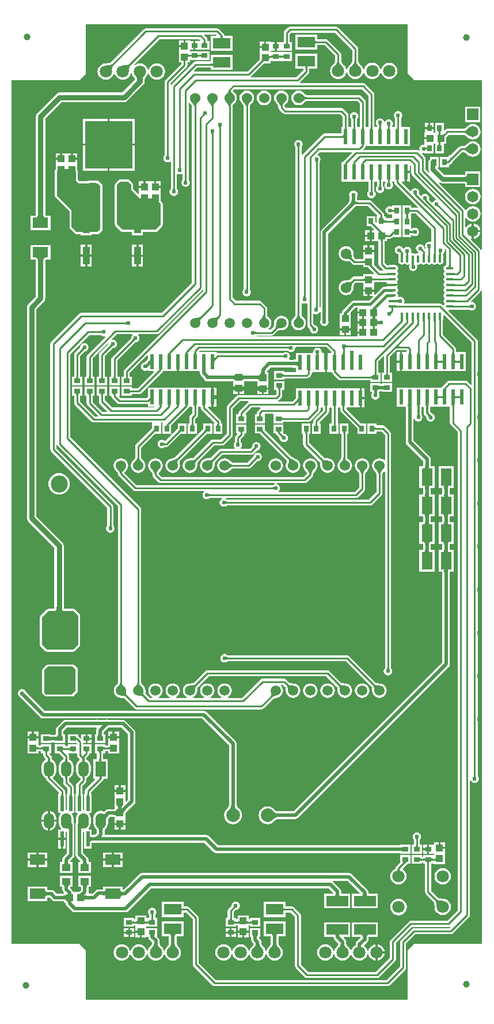
<source format=gtl>
G04*
G04 #@! TF.GenerationSoftware,Altium Limited,Altium Designer,18.1.11 (251)*
G04*
G04 Layer_Physical_Order=1*
G04 Layer_Color=255*
%FSTAX24Y24*%
%MOIN*%
G70*
G01*
G75*
%ADD11C,0.0150*%
%ADD16C,0.0120*%
%ADD20C,0.0100*%
%ADD24R,0.0276X0.0354*%
%ADD25R,0.0354X0.0276*%
%ADD26R,0.0394X0.1024*%
%ADD27R,0.1024X0.0630*%
%ADD28R,0.0394X0.0394*%
%ADD29R,0.0394X0.0394*%
%ADD30R,0.0906X0.0591*%
%ADD31R,0.2756X0.2756*%
%ADD32R,0.0394X0.1000*%
%ADD33C,0.0394*%
%ADD34R,0.0630X0.1024*%
%ADD35R,0.0236X0.0866*%
%ADD36O,0.0157X0.0433*%
%ADD37O,0.0433X0.0157*%
%ADD38R,0.0500X0.0394*%
%ADD39R,0.0200X0.0866*%
%ADD40R,0.0200X0.0866*%
%ADD41R,0.1260X0.0591*%
%ADD71C,0.0250*%
%ADD72C,0.0200*%
%ADD73C,0.0300*%
%ADD74C,0.0984*%
%ADD75C,0.0709*%
%ADD76O,0.0600X0.0900*%
%ADD77R,0.0600X0.0900*%
%ADD78C,0.0709*%
%ADD79C,0.0620*%
%ADD80R,0.0650X0.0650*%
%ADD81C,0.0650*%
%ADD82C,0.0600*%
%ADD83C,0.0591*%
%ADD84C,0.0787*%
%ADD85C,0.0240*%
G36*
X102155Y120617D02*
X102154Y120627D01*
X102151Y120635D01*
X102146Y120643D01*
X102139Y120649D01*
X10213Y120655D01*
X102119Y120659D01*
X102106Y120663D01*
X10209Y120665D01*
X102073Y120667D01*
X102054Y120667D01*
Y120767D01*
X102073Y120768D01*
X10209Y120769D01*
X102106Y120772D01*
X102119Y120775D01*
X10213Y12078D01*
X102139Y120785D01*
X102146Y120792D01*
X102151Y120799D01*
X102154Y120808D01*
X102155Y120817D01*
Y120617D01*
D02*
G37*
G36*
X101923Y120808D02*
X101926Y120799D01*
X101932Y120792D01*
X101939Y120785D01*
X101948Y12078D01*
X101959Y120775D01*
X101972Y120772D01*
X101987Y120769D01*
X102004Y120768D01*
X102024Y120767D01*
Y120667D01*
X102004Y120667D01*
X101987Y120665D01*
X101972Y120663D01*
X101959Y120659D01*
X101948Y120655D01*
X101939Y120649D01*
X101932Y120643D01*
X101926Y120635D01*
X101923Y120627D01*
X101922Y120617D01*
Y120817D01*
X101923Y120808D01*
D02*
G37*
G36*
X101573Y120617D02*
X101572Y120627D01*
X101569Y120635D01*
X101564Y120643D01*
X101557Y120649D01*
X101548Y120655D01*
X101536Y120659D01*
X101523Y120663D01*
X101508Y120665D01*
X101491Y120667D01*
X101472Y120667D01*
Y120767D01*
X101491Y120768D01*
X101508Y120769D01*
X101523Y120772D01*
X101536Y120775D01*
X101548Y12078D01*
X101557Y120785D01*
X101564Y120792D01*
X101569Y120799D01*
X101572Y120808D01*
X101573Y120817D01*
Y120617D01*
D02*
G37*
G36*
X101365Y120808D02*
X101369Y120799D01*
X101374Y120792D01*
X101381Y120785D01*
X10139Y12078D01*
X101401Y120775D01*
X101414Y120772D01*
X101429Y120769D01*
X101446Y120768D01*
X101466Y120767D01*
Y120667D01*
X101446Y120667D01*
X101429Y120665D01*
X101414Y120663D01*
X101401Y120659D01*
X10139Y120655D01*
X101381Y120649D01*
X101374Y120643D01*
X101369Y120635D01*
X101365Y120627D01*
X101364Y120617D01*
Y120817D01*
X101365Y120808D01*
D02*
G37*
G36*
X106922Y120565D02*
X106921Y120574D01*
X106918Y120583D01*
X106913Y12059D01*
X106906Y120597D01*
X106897Y120602D01*
X106886Y120607D01*
X106873Y12061D01*
X106858Y120613D01*
X10684Y120614D01*
X106821Y120615D01*
Y120715D01*
X10684Y120715D01*
X106858Y120717D01*
X106873Y120719D01*
X106886Y120723D01*
X106897Y120727D01*
X106906Y120733D01*
X106913Y120739D01*
X106918Y120747D01*
X106921Y120755D01*
X106922Y120765D01*
Y120565D01*
D02*
G37*
G36*
X106643Y120755D02*
X106646Y120747D01*
X106651Y120739D01*
X106658Y120733D01*
X106667Y120727D01*
X106678Y120723D01*
X106692Y120719D01*
X106707Y120717D01*
X106724Y120715D01*
X106743Y120715D01*
Y120615D01*
X106724Y120614D01*
X106707Y120613D01*
X106692Y12061D01*
X106678Y120607D01*
X106667Y120602D01*
X106658Y120597D01*
X106651Y12059D01*
X106646Y120583D01*
X106643Y120574D01*
X106642Y120565D01*
Y120765D01*
X106643Y120755D01*
D02*
G37*
G36*
X106293Y120565D02*
X106292Y120574D01*
X106288Y120583D01*
X106283Y12059D01*
X106276Y120597D01*
X106267Y120602D01*
X106256Y120607D01*
X106243Y12061D01*
X106228Y120613D01*
X106211Y120614D01*
X106191Y120615D01*
Y120715D01*
X106211Y120715D01*
X106228Y120717D01*
X106243Y120719D01*
X106256Y120723D01*
X106267Y120727D01*
X106276Y120733D01*
X106283Y120739D01*
X106288Y120747D01*
X106292Y120755D01*
X106293Y120765D01*
Y120565D01*
D02*
G37*
G36*
X106037Y120714D02*
X106037Y120707D01*
X106039Y120701D01*
X10604Y120697D01*
X106042Y120694D01*
X106045Y120693D01*
X106048Y120692D01*
X106051Y120694D01*
X106055Y120696D01*
X106059Y1207D01*
X10613Y120629D01*
X106112Y120611D01*
X10607Y120563D01*
X10606Y120549D01*
X106051Y120536D01*
X106045Y120524D01*
X10604Y120513D01*
X106037Y120503D01*
X106037Y120494D01*
Y120722D01*
X106037Y120714D01*
D02*
G37*
G36*
X105788Y120387D02*
X10578Y120393D01*
X105771Y120396D01*
X10576D01*
X105748Y120393D01*
X105735Y120387D01*
X10572Y120379D01*
X105704Y120367D01*
X105686Y120353D01*
X105646Y120316D01*
X105576Y120387D01*
X105596Y120408D01*
X105627Y120444D01*
X105638Y120461D01*
X105646Y120476D01*
X105652Y120489D01*
X105655Y120501D01*
Y120512D01*
X105652Y120521D01*
X105646Y120529D01*
X105788Y120387D01*
D02*
G37*
G36*
X10126Y120439D02*
X101252Y120436D01*
X101244Y120431D01*
X101238Y120424D01*
X101233Y120415D01*
X101228Y120404D01*
X101224Y120391D01*
X101222Y120376D01*
X101221Y120359D01*
X10122Y12034D01*
X10112D01*
X101119Y120359D01*
X101118Y120376D01*
X101116Y120391D01*
X101112Y120404D01*
X101108Y120415D01*
X101102Y120424D01*
X101096Y120431D01*
X101088Y120436D01*
X10108Y120439D01*
X10107Y12044D01*
X10127D01*
X10126Y120439D01*
D02*
G37*
G36*
X102801Y12011D02*
X1028Y120119D01*
X102797Y120128D01*
X102791Y120135D01*
X102784Y120142D01*
X102775Y120147D01*
X102764Y120152D01*
X102751Y120155D01*
X102736Y120158D01*
X102719Y12016D01*
X102699Y12016D01*
Y12026D01*
X102719Y12026D01*
X102736Y120262D01*
X102751Y120265D01*
X102764Y120268D01*
X102775Y120273D01*
X102784Y120278D01*
X102791Y120285D01*
X102797Y120292D01*
X1028Y120301D01*
X102801Y12031D01*
Y12011D01*
D02*
G37*
G36*
X108321Y120075D02*
X108312Y120072D01*
X108305Y120067D01*
X108298Y12006D01*
X108293Y120051D01*
X108288Y12004D01*
X108285Y120027D01*
X108282Y120011D01*
X10828Y119994D01*
X10828Y119975D01*
X10818D01*
X10818Y119994D01*
X108178Y120011D01*
X108175Y120027D01*
X108172Y12004D01*
X108167Y120051D01*
X108162Y12006D01*
X108155Y120067D01*
X108148Y120072D01*
X108139Y120075D01*
X10813Y120076D01*
X10833D01*
X108321Y120075D01*
D02*
G37*
G36*
X103831Y118716D02*
X103835Y118693D01*
X103843Y11867D01*
X103853Y118646D01*
X103866Y118622D01*
X103882Y118598D01*
X103901Y118573D01*
X103923Y118549D01*
X103948Y118524D01*
X103975Y118499D01*
X103584D01*
X103611Y118524D01*
X103658Y118573D01*
X103677Y118598D01*
X103693Y118622D01*
X103706Y118646D01*
X103716Y11867D01*
X103724Y118693D01*
X103728Y118716D01*
X10373Y11874D01*
X10383D01*
X103831Y118716D01*
D02*
G37*
G36*
X108025Y118451D02*
X108083Y1184D01*
X108111Y118379D01*
X108138Y118362D01*
X108163Y118347D01*
X108188Y118336D01*
X108211Y118328D01*
X108234Y118323D01*
X108255Y118322D01*
Y118222D01*
X108234Y11822D01*
X108211Y118215D01*
X108188Y118207D01*
X108163Y118196D01*
X108138Y118182D01*
X108111Y118164D01*
X108083Y118143D01*
X108025Y118092D01*
X107994Y118062D01*
Y118482D01*
X108025Y118451D01*
D02*
G37*
G36*
X106959Y118027D02*
X106908Y117968D01*
X106887Y11794D01*
X10687Y117914D01*
X106855Y117888D01*
X106844Y117863D01*
X106836Y11784D01*
X106831Y117817D01*
X10683Y117796D01*
X10673D01*
X106728Y117817D01*
X106723Y11784D01*
X106715Y117863D01*
X106704Y117888D01*
X10669Y117914D01*
X106672Y11794D01*
X106651Y117968D01*
X1066Y118027D01*
X10657Y118057D01*
X10699D01*
X106959Y118027D01*
D02*
G37*
G36*
X103959D02*
X103908Y117968D01*
X103887Y11794D01*
X10387Y117914D01*
X103855Y117888D01*
X103844Y117863D01*
X103836Y11784D01*
X103831Y117817D01*
X10383Y117796D01*
X10373D01*
X103728Y117817D01*
X103723Y11784D01*
X103715Y117863D01*
X103704Y117888D01*
X10369Y117914D01*
X103672Y11794D01*
X103651Y117968D01*
X1036Y118027D01*
X10357Y118057D01*
X10399D01*
X103959Y118027D01*
D02*
G37*
G36*
X102959D02*
X102908Y117968D01*
X102887Y11794D01*
X10287Y117914D01*
X102855Y117888D01*
X102844Y117863D01*
X102836Y11784D01*
X102831Y117817D01*
X10283Y117796D01*
X10273D01*
X102728Y117817D01*
X102723Y11784D01*
X102715Y117863D01*
X102704Y117888D01*
X10269Y117914D01*
X102672Y11794D01*
X102651Y117968D01*
X1026Y118027D01*
X10257Y118057D01*
X10299D01*
X102959Y118027D01*
D02*
G37*
G36*
X101959D02*
X101908Y117968D01*
X101887Y11794D01*
X10187Y117914D01*
X101855Y117888D01*
X101844Y117863D01*
X101836Y11784D01*
X101831Y117817D01*
X10183Y117796D01*
X10173D01*
X101728Y117817D01*
X101723Y11784D01*
X101715Y117863D01*
X101704Y117888D01*
X10169Y117914D01*
X101672Y11794D01*
X101651Y117968D01*
X1016Y118027D01*
X10157Y118057D01*
X10199D01*
X101959Y118027D01*
D02*
G37*
G36*
X102369Y11727D02*
X102359Y11727D01*
X10235Y117268D01*
X102341Y117266D01*
X102331Y117263D01*
X102322Y117259D01*
X102313Y117255D01*
X102304Y117249D01*
X102295Y117242D01*
X102286Y117235D01*
X102277Y117227D01*
X102207Y117297D01*
X102215Y117306D01*
X102222Y117315D01*
X102229Y117324D01*
X102235Y117333D01*
X102239Y117342D01*
X102243Y117351D01*
X102246Y117361D01*
X102248Y11737D01*
X10225Y117379D01*
X10225Y117389D01*
X102369Y11727D01*
D02*
G37*
G36*
X113618Y117177D02*
X113612Y11717D01*
X113607Y117162D01*
X113602Y117153D01*
X113598Y117144D01*
X113595Y117134D01*
X113593Y117124D01*
X113591Y117113D01*
X11359Y117101D01*
X11359Y117089D01*
X11349D01*
X11349Y117101D01*
X113489Y117113D01*
X113487Y117124D01*
X113485Y117134D01*
X113482Y117144D01*
X113478Y117153D01*
X113473Y117162D01*
X113468Y11717D01*
X113462Y117177D01*
X113456Y117184D01*
X113624D01*
X113618Y117177D01*
D02*
G37*
G36*
X111078Y117117D02*
X111072Y11711D01*
X111067Y117102D01*
X111062Y117093D01*
X111058Y117084D01*
X111055Y117074D01*
X111053Y117064D01*
X111051Y117053D01*
X11105Y117041D01*
X11105Y117029D01*
X11095D01*
X11095Y117041D01*
X110949Y117053D01*
X110947Y117064D01*
X110945Y117074D01*
X110941Y117084D01*
X110938Y117093D01*
X110933Y117102D01*
X110928Y11711D01*
X110922Y117117D01*
X110916Y117124D01*
X111084D01*
X111078Y117117D01*
D02*
G37*
G36*
X112568Y116757D02*
X112562Y11675D01*
X112557Y116742D01*
X112552Y116733D01*
X112549Y116724D01*
X112545Y116714D01*
X112543Y116704D01*
X112541Y116693D01*
X11254Y116681D01*
X11254Y116669D01*
X11244D01*
X11244Y116681D01*
X112439Y116693D01*
X112437Y116704D01*
X112435Y116714D01*
X112431Y116724D01*
X112428Y116733D01*
X112423Y116742D01*
X112418Y11675D01*
X112412Y116757D01*
X112406Y116764D01*
X112574D01*
X112568Y116757D01*
D02*
G37*
G36*
X113078Y116707D02*
X113072Y1167D01*
X113067Y116692D01*
X113062Y116683D01*
X113058Y116674D01*
X113055Y116664D01*
X113053Y116654D01*
X113051Y116643D01*
X11305Y116631D01*
X11305Y116619D01*
X11295D01*
X11295Y116631D01*
X112949Y116643D01*
X112947Y116654D01*
X112945Y116664D01*
X112941Y116674D01*
X112938Y116683D01*
X112933Y116692D01*
X112928Y1167D01*
X112922Y116707D01*
X112916Y116714D01*
X113084D01*
X113078Y116707D01*
D02*
G37*
G36*
X111827Y118398D02*
Y116597D01*
X111762D01*
Y116597D01*
X111738D01*
Y116597D01*
X111673D01*
Y11803D01*
X11166Y118096D01*
X111623Y118153D01*
X111381Y118394D01*
X111325Y118432D01*
X111258Y118445D01*
X10825D01*
X108244Y118446D01*
X108233Y11845D01*
X108219Y118456D01*
X108201Y118466D01*
X108181Y118479D01*
X10816Y118495D01*
X108108Y118541D01*
X108085Y118564D01*
X108079Y118571D01*
X107991Y118639D01*
X107889Y118681D01*
X10778Y118695D01*
X10767Y118681D01*
X107568Y118639D01*
X10748Y118571D01*
X107413Y118483D01*
X10737Y118381D01*
X107356Y118272D01*
X10737Y118162D01*
X107413Y11806D01*
X10748Y117972D01*
X107568Y117905D01*
X10767Y117862D01*
X10778Y117848D01*
X107889Y117862D01*
X107991Y117905D01*
X108079Y117972D01*
X108085Y11798D01*
X108108Y118002D01*
X10816Y118048D01*
X108181Y118064D01*
X108201Y118077D01*
X108219Y118087D01*
X108233Y118093D01*
X108244Y118097D01*
X10825Y118098D01*
X111187D01*
X111327Y117958D01*
Y116624D01*
X111277Y116597D01*
X111262Y116597D01*
Y116597D01*
X111238D01*
Y116597D01*
X111173D01*
Y117037D01*
X111226Y117116D01*
X111245Y11721D01*
X111226Y117304D01*
X111173Y117383D01*
X111094Y117436D01*
X111Y117455D01*
X110906Y117436D01*
X110827Y117383D01*
X110774Y117304D01*
X110755Y11721D01*
X110774Y117116D01*
X110827Y117037D01*
Y116597D01*
X110762D01*
Y116597D01*
X110738D01*
Y116597D01*
X110673D01*
Y11728D01*
X110673Y11728D01*
X11066Y117346D01*
X110623Y117403D01*
X110393Y117633D01*
X110336Y11767D01*
X11027Y117683D01*
X107062D01*
X106953Y117792D01*
Y117802D01*
X106954Y117807D01*
X106958Y117818D01*
X106964Y117833D01*
X106974Y11785D01*
X106987Y11787D01*
X107003Y117891D01*
X107049Y117943D01*
X107072Y117966D01*
X107079Y117972D01*
X107146Y11806D01*
X107189Y118162D01*
X107203Y118272D01*
X107189Y118381D01*
X107146Y118483D01*
X107079Y118571D01*
X106991Y118639D01*
X106889Y118681D01*
X10678Y118695D01*
X10667Y118681D01*
X106568Y118639D01*
X10648Y118571D01*
X106413Y118483D01*
X10637Y118381D01*
X106356Y118272D01*
X10637Y118162D01*
X106413Y11806D01*
X10648Y117972D01*
X106488Y117966D01*
X10651Y117943D01*
X106556Y117891D01*
X106572Y11787D01*
X106585Y11785D01*
X106595Y117833D01*
X106601Y117818D01*
X106605Y117807D01*
X106606Y117802D01*
Y11772D01*
X106619Y117654D01*
X106657Y117598D01*
X106867Y117387D01*
X106924Y11735D01*
X10699Y117337D01*
X110198D01*
X110327Y117208D01*
Y116597D01*
X110262D01*
Y116217D01*
X109294D01*
X109227Y116204D01*
X109171Y116166D01*
X107997Y114993D01*
X107993Y114986D01*
X107943Y115002D01*
Y115427D01*
X107996Y115506D01*
X108015Y1156D01*
X107996Y115694D01*
X107943Y115773D01*
X107864Y115826D01*
X10777Y115845D01*
X107676Y115826D01*
X107597Y115773D01*
X107544Y115694D01*
X107525Y1156D01*
X107544Y115506D01*
X107597Y115427D01*
Y105732D01*
X107596Y105727D01*
X107592Y105716D01*
X107585Y105701D01*
X107576Y105684D01*
X107563Y105663D01*
X107548Y105642D01*
X107503Y105588D01*
X107488Y105571D01*
X107483Y105568D01*
X107477Y10556D01*
X107476Y105559D01*
X107476Y105558D01*
X107417Y105481D01*
X107375Y10538D01*
X107361Y105272D01*
X107375Y105163D01*
X107417Y105062D01*
X107483Y104975D01*
X10757Y104909D01*
X107671Y104867D01*
X10778Y104853D01*
X107888Y104867D01*
X107989Y104909D01*
X108076Y104975D01*
X108142Y105062D01*
X108184Y105163D01*
X108198Y105272D01*
X108184Y10538D01*
X108142Y105481D01*
X108076Y105568D01*
X108066Y105575D01*
X108066Y105576D01*
X108011Y10563D01*
X107992Y105651D01*
X107976Y105672D01*
X107963Y105691D01*
X107954Y105707D01*
X107948Y10572D01*
X107944Y10573D01*
X107943Y105736D01*
Y106409D01*
X107993Y106436D01*
X108026Y106414D01*
X10812Y106395D01*
X108214Y106414D01*
X108243Y106433D01*
X108287Y10641D01*
Y10515D01*
X1083Y105084D01*
X108337Y105027D01*
X10844Y104925D01*
X108435Y1049D01*
X108454Y104806D01*
X108507Y104727D01*
X108586Y104674D01*
X10868Y104655D01*
X108774Y104674D01*
X108853Y104727D01*
X108906Y104806D01*
X108925Y1049D01*
X108906Y104994D01*
X108853Y105073D01*
X108774Y105126D01*
X108735Y105134D01*
X108725Y105138D01*
X108721Y105139D01*
X10872Y105139D01*
X10872Y105139D01*
X108718Y10514D01*
X108716Y105141D01*
X108714Y105143D01*
X108712Y105144D01*
X108708Y105147D01*
X108633Y105222D01*
Y105783D01*
X108677Y105807D01*
X108696Y105794D01*
X10879Y105775D01*
X108884Y105794D01*
X108963Y105847D01*
X108996Y105896D01*
X109046Y105881D01*
Y105436D01*
X109044Y105434D01*
X109025Y10534D01*
X109044Y105246D01*
X109097Y105167D01*
X109176Y105114D01*
X10927Y105095D01*
X109364Y105114D01*
X109443Y105167D01*
X109496Y105246D01*
X109515Y10534D01*
X109496Y105434D01*
X109494Y105436D01*
Y110427D01*
X111087Y11202D01*
X111192Y112027D01*
X111808D01*
X112338Y111497D01*
X112317Y111447D01*
X112302D01*
Y111084D01*
X112254Y111063D01*
X112227Y111086D01*
Y111447D01*
X111712D01*
Y110853D01*
X111959D01*
X111979Y110836D01*
X112142Y110673D01*
X112123Y110627D01*
X11201D01*
Y11031D01*
Y109993D01*
X112407D01*
Y10868D01*
X11242Y108614D01*
X112457Y108557D01*
X112684Y108331D01*
X112663Y108281D01*
X112504D01*
X112147Y108638D01*
Y109118D01*
Y109375D01*
X111513D01*
Y109118D01*
Y108978D01*
X111075D01*
X110996Y109057D01*
X110993Y109063D01*
X110988Y109074D01*
X110982Y109089D01*
X110976Y10911D01*
X110971Y109134D01*
X110967Y109162D01*
X110963Y109235D01*
X110962Y109268D01*
X110964Y109279D01*
X110949Y109391D01*
X110906Y109495D01*
X110837Y109585D01*
X110747Y109654D01*
X110642Y109697D01*
X11053Y109712D01*
X110418Y109697D01*
X110313Y109654D01*
X110223Y109585D01*
X110154Y109495D01*
X110111Y109391D01*
X110096Y109279D01*
X110111Y109166D01*
X110154Y109062D01*
X110223Y108972D01*
X110313Y108903D01*
X110418Y10886D01*
X11053Y108845D01*
X11054Y108846D01*
X110574Y108846D01*
X110647Y108841D01*
X110674Y108837D01*
X110699Y108832D01*
X110719Y108827D01*
X110735Y108821D01*
X110746Y108816D01*
X110751Y108812D01*
X110881Y108682D01*
X110937Y108645D01*
X111003Y108632D01*
X111513D01*
Y108488D01*
X111779D01*
X111783Y108487D01*
X111791Y108487D01*
X111794Y108486D01*
X111796Y108486D01*
X1118Y108484D01*
X111805Y108482D01*
X111811Y108479D01*
X111818Y108474D01*
X111826Y108469D01*
X111829Y108466D01*
X112157Y108137D01*
X112132Y108092D01*
X111513D01*
Y107948D01*
X110995D01*
X110929Y107935D01*
X110872Y107898D01*
X110751Y107776D01*
X110746Y107773D01*
X110735Y107768D01*
X110719Y107762D01*
X110699Y107756D01*
X110674Y107751D01*
X110647Y107747D01*
X110574Y107743D01*
X11054Y107742D01*
X11053Y107744D01*
X110418Y107729D01*
X110313Y107686D01*
X110223Y107617D01*
X110154Y107527D01*
X110111Y107422D01*
X110096Y10731D01*
X110111Y107198D01*
X110154Y107093D01*
X110223Y107003D01*
X110313Y106934D01*
X110418Y106891D01*
X11053Y106876D01*
X110642Y106891D01*
X110747Y106934D01*
X110837Y107003D01*
X110906Y107093D01*
X110949Y107198D01*
X110964Y10731D01*
X110962Y10732D01*
X110963Y107354D01*
X110967Y107427D01*
X110971Y107454D01*
X110976Y107479D01*
X110982Y107499D01*
X110988Y107515D01*
X110993Y107526D01*
X110996Y107531D01*
X111067Y107602D01*
X111513D01*
Y107458D01*
Y107205D01*
X11183D01*
X112147D01*
Y107261D01*
X112134Y107265D01*
X112143Y107274D01*
X112147Y107279D01*
Y107458D01*
Y107619D01*
X112871D01*
X112895Y107575D01*
X112881Y107555D01*
X112878Y107537D01*
X113007D01*
X113012Y107539D01*
X113022Y107542D01*
X113031Y107546D01*
X113038Y107551D01*
Y107537D01*
X113206D01*
X113535D01*
X113531Y107555D01*
X113502Y107599D01*
X113492Y107635D01*
X113502Y107671D01*
X113531Y107715D01*
X113547Y107792D01*
X113531Y10787D01*
X113502Y107914D01*
X113492Y10795D01*
X113502Y107986D01*
X113531Y10803D01*
X113547Y108107D01*
X113531Y108185D01*
X113488Y108251D01*
Y108279D01*
X113531Y108345D01*
X113547Y108422D01*
X113531Y1085D01*
X113488Y108566D01*
X113422Y10861D01*
X113344Y108625D01*
X113069D01*
X113026Y108616D01*
X113022Y108617D01*
X113015Y108614D01*
X112991Y10861D01*
X112981Y108603D01*
X112979Y108602D01*
X112977Y108601D01*
X112976Y108601D01*
X112965Y108598D01*
X112962Y108598D01*
X112933Y108596D01*
X112909D01*
X112753Y108752D01*
Y109993D01*
X112897D01*
Y110137D01*
X11307D01*
X113136Y11015D01*
X113193Y110187D01*
X113243Y110238D01*
X113717D01*
Y110832D01*
X113717D01*
X113717Y11085D01*
X113717D01*
Y111413D01*
X113717Y111463D01*
X113717Y111495D01*
Y112057D01*
X113202D01*
Y11202D01*
X113158Y111997D01*
X113144Y112006D01*
X11305Y112025D01*
X112956Y112006D01*
X112877Y111953D01*
X112824Y111874D01*
X112805Y11178D01*
X112824Y111686D01*
X112877Y111607D01*
X112956Y111554D01*
X11305Y111535D01*
X113144Y111554D01*
X113152Y111559D01*
X113202Y111533D01*
X113202Y111532D01*
Y111495D01*
X113202Y111445D01*
X113202Y111413D01*
Y111321D01*
X112818D01*
Y111447D01*
X112733D01*
Y11152D01*
X11272Y111586D01*
X112683Y111643D01*
X112003Y112323D01*
X111946Y11236D01*
X11188Y112373D01*
X111179D01*
X111179Y112374D01*
X111175Y112393D01*
X111174Y112407D01*
Y112584D01*
X111176Y112586D01*
X111195Y11268D01*
X111176Y112774D01*
X111123Y112853D01*
X111044Y112906D01*
X11095Y112925D01*
X110856Y112906D01*
X110777Y112853D01*
X110724Y112774D01*
X110705Y11268D01*
X110724Y112586D01*
X110726Y112584D01*
Y112404D01*
X110723Y112382D01*
X110718Y112354D01*
X110711Y112328D01*
X110702Y112303D01*
X11069Y112279D01*
X110677Y112255D01*
X110661Y112232D01*
X110647Y112214D01*
X109111Y110679D01*
X109063Y110606D01*
X109046Y11052D01*
Y106202D01*
X109045Y106201D01*
X108996Y10618D01*
X108983Y106193D01*
Y114557D01*
X109036Y114636D01*
X109055Y11473D01*
X109036Y114824D01*
X108983Y114903D01*
X108904Y114956D01*
X108887Y114959D01*
X108872Y115007D01*
X109012Y115147D01*
X110846D01*
X110865Y1151D01*
X110377Y114613D01*
X11034Y114556D01*
X110338Y114549D01*
X110262D01*
Y113443D01*
X110712D01*
X110738Y113443D01*
Y113443D01*
X110762D01*
Y113443D01*
X111238D01*
Y113443D01*
X111262D01*
Y113443D01*
X111712D01*
X111738Y113443D01*
Y113443D01*
X111762D01*
Y113443D01*
X111827D01*
Y112893D01*
X111774Y112814D01*
X111755Y11272D01*
X111774Y112626D01*
X111827Y112547D01*
X111906Y112494D01*
X112Y112475D01*
X112094Y112494D01*
X112173Y112547D01*
X112226Y112626D01*
X112245Y11272D01*
X112226Y112814D01*
X112173Y112893D01*
Y113443D01*
X112238D01*
Y113443D01*
X112262D01*
Y113443D01*
X112327D01*
Y1132D01*
X112317Y113193D01*
X112264Y113114D01*
X112245Y11302D01*
X112264Y112926D01*
X112317Y112847D01*
X112396Y112794D01*
X11249Y112775D01*
X112584Y112794D01*
X112663Y112847D01*
X112716Y112926D01*
X112735Y11302D01*
X112716Y113114D01*
X112681Y113166D01*
X112677Y113174D01*
X112675Y113177D01*
X112674Y113178D01*
X112674Y113179D01*
X112673Y113182D01*
X112673Y113183D01*
Y113443D01*
X112738D01*
Y113443D01*
X112762D01*
X1128Y113435D01*
X112817Y113388D01*
X112774Y113324D01*
X112755Y11323D01*
X112774Y113136D01*
X112827Y113057D01*
X112906Y113004D01*
X113Y112985D01*
X113094Y113004D01*
X113173Y113057D01*
X113226Y113136D01*
X113245Y11323D01*
X113226Y113324D01*
X113183Y113388D01*
X1132Y113435D01*
X113238Y113443D01*
X113262D01*
Y113443D01*
X113327D01*
Y1134D01*
X11334Y113334D01*
X113377Y113277D01*
X114678Y111976D01*
X114654Y11193D01*
X114639Y111933D01*
X114308D01*
Y112057D01*
X113792D01*
Y111463D01*
X113792D01*
X113792Y111445D01*
X113792D01*
Y110882D01*
X113792Y11085D01*
X113792Y1108D01*
Y110238D01*
X114308D01*
Y11033D01*
X114358Y110351D01*
X114421Y110309D01*
X114515Y11029D01*
X114609Y110309D01*
X114688Y110362D01*
X114741Y110441D01*
X11476Y110535D01*
X114741Y110629D01*
X114688Y110708D01*
X114609Y110761D01*
X114515Y11078D01*
X114421Y110761D01*
X114358Y110719D01*
X114308Y11074D01*
X114308Y110832D01*
X114308Y110882D01*
Y111445D01*
X114308D01*
X114308Y111463D01*
X114308D01*
Y111587D01*
X114567D01*
X115474Y11068D01*
Y109975D01*
X115424Y109948D01*
X11534Y109965D01*
X115246Y109946D01*
X115167Y109893D01*
X115114Y109814D01*
X115095Y10972D01*
X115114Y109626D01*
X11514Y109587D01*
X115137Y109579D01*
X115079Y109566D01*
X115065Y109581D01*
X115046Y109674D01*
X114993Y109753D01*
X114914Y109806D01*
X11482Y109825D01*
X114726Y109806D01*
X114647Y109753D01*
X114594Y109674D01*
X114575Y10958D01*
X114594Y109486D01*
X114647Y109407D01*
X114713Y109363D01*
X114705Y109328D01*
X114698Y109313D01*
X114625Y109299D01*
X114559Y109255D01*
X114531D01*
X114465Y109299D01*
X114388Y109314D01*
X114334Y109303D01*
X114319Y109317D01*
X114298Y109346D01*
X114315Y10943D01*
X114296Y109524D01*
X114243Y109603D01*
X114164Y109656D01*
X11407Y109675D01*
X113976Y109656D01*
X113897Y109603D01*
X113877Y109573D01*
X113853Y109573D01*
X113822Y10958D01*
X113773Y109653D01*
X113694Y109706D01*
X1136Y109725D01*
X113506Y109706D01*
X113427Y109653D01*
X113374Y109574D01*
X113355Y10948D01*
X113374Y109386D01*
X113427Y109307D01*
X113506Y109254D01*
X113548Y109246D01*
X113563Y109228D01*
X113563Y109228D01*
X113563Y109227D01*
X113571Y10919D01*
X11357Y109189D01*
X113566Y109165D01*
X113563Y109158D01*
X113564Y109154D01*
X113555Y109111D01*
Y108836D01*
X11357Y108758D01*
X113614Y108692D01*
X11368Y108649D01*
X113758Y108633D01*
X113835Y108649D01*
X113901Y108692D01*
X113929D01*
X113995Y108649D01*
X114073Y108633D01*
X11415Y108649D01*
X114157Y108653D01*
X114193Y108617D01*
X114184Y108604D01*
X114165Y10851D01*
X114184Y108416D01*
X114237Y108337D01*
X114316Y108284D01*
X11441Y108265D01*
X114504Y108284D01*
X114583Y108337D01*
X114636Y108416D01*
X114655Y10851D01*
X114638Y108595D01*
X114656Y108623D01*
X114673Y108639D01*
X114703Y108633D01*
X11478Y108649D01*
X114846Y108692D01*
X114874D01*
X11494Y108649D01*
X115017Y108633D01*
X115095Y108649D01*
X115161Y108692D01*
X115189D01*
X115255Y108649D01*
X115332Y108633D01*
X11541Y108649D01*
X115476Y108692D01*
X115504D01*
X11557Y108649D01*
X115647Y108633D01*
X115725Y108649D01*
X115791Y108692D01*
X115819D01*
X115885Y108649D01*
X115962Y108633D01*
X11604Y108649D01*
X116106Y108692D01*
X11615Y108758D01*
X116165Y108836D01*
Y109111D01*
X116156Y109154D01*
X116157Y109158D01*
X116154Y109165D01*
X11615Y109189D01*
X116143Y109199D01*
X116142Y109201D01*
X116141Y109203D01*
X116141Y109204D01*
X116138Y109215D01*
X116138Y109218D01*
X116136Y109247D01*
Y109272D01*
X116173Y109297D01*
X116226Y109376D01*
X116245Y10947D01*
X116234Y109523D01*
X11628Y109547D01*
X116337Y109491D01*
Y108617D01*
X116298Y10861D01*
X116232Y108566D01*
X116189Y1085D01*
X116173Y108422D01*
X116189Y108345D01*
X116218Y108301D01*
X116228Y108265D01*
X116218Y108229D01*
X116189Y108185D01*
X116173Y108107D01*
X116189Y10803D01*
X116218Y107986D01*
X116228Y10795D01*
X116218Y107914D01*
X116189Y10787D01*
X116173Y107792D01*
X116189Y107715D01*
X116232Y107649D01*
Y107621D01*
X116189Y107555D01*
X116173Y107477D01*
X116189Y1074D01*
X116218Y107356D01*
X116228Y10732D01*
X116218Y107284D01*
X116189Y10724D01*
X116173Y107163D01*
X116189Y107085D01*
X116232Y107019D01*
Y106991D01*
X116189Y106925D01*
X116173Y106848D01*
X116189Y10677D01*
X116218Y106726D01*
X116228Y10669D01*
X116218Y106654D01*
X116189Y10661D01*
X116173Y106533D01*
X116189Y106455D01*
X116232Y106389D01*
Y106361D01*
X116196Y106306D01*
X116141Y106291D01*
X116091Y10634D01*
X116035Y106378D01*
X115969Y106391D01*
X113912D01*
X113889Y106435D01*
X113896Y106446D01*
X113915Y10654D01*
X113896Y106634D01*
X113843Y106713D01*
X113764Y106766D01*
X11367Y106785D01*
X113582Y106767D01*
X11356Y106781D01*
X113537Y1068D01*
X113547Y106848D01*
X113531Y106925D01*
X113502Y106969D01*
X113492Y107005D01*
X113502Y107041D01*
X113531Y107085D01*
X113547Y107163D01*
X113531Y10724D01*
X113502Y107284D01*
X113492Y10732D01*
X113502Y107356D01*
X113531Y1074D01*
X113535Y107417D01*
X113206D01*
X113038D01*
Y107404D01*
X113031Y107409D01*
X113022Y107413D01*
X113012Y107416D01*
X113007Y107417D01*
X112878D01*
X112879Y107411D01*
X112852Y107361D01*
X112738D01*
X112661Y107346D01*
X112597Y107303D01*
X112193Y106899D01*
X112147Y106918D01*
Y107085D01*
X11189D01*
Y106828D01*
X112057D01*
X112076Y106782D01*
X111853Y106559D01*
X110974D01*
X110898Y106544D01*
X110833Y106501D01*
X110339Y106007D01*
X110296Y105942D01*
X110281Y105866D01*
Y105842D01*
X110163D01*
Y105208D01*
Y104955D01*
X110254D01*
X11026Y104958D01*
X110269Y104963D01*
X110276Y10497D01*
X110281Y104977D01*
X110285Y104986D01*
X110286Y104995D01*
Y104955D01*
X110674D01*
Y104995D01*
X110675Y104986D01*
X110679Y104977D01*
X110684Y10497D01*
X110691Y104963D01*
X1107Y104958D01*
X110706Y104955D01*
X110797D01*
Y105208D01*
Y105842D01*
X110797D01*
X110779Y105884D01*
X111056Y106161D01*
X111183D01*
Y10594D01*
X1115D01*
Y10582D01*
X111183D01*
Y105563D01*
Y10536D01*
X1115D01*
Y10524D01*
X111183D01*
Y104983D01*
Y10478D01*
X111274D01*
X11128Y104782D01*
X111289Y104788D01*
X111297Y104795D01*
X111302Y104802D01*
X111305Y10481D01*
X111306Y10482D01*
Y10478D01*
X1115D01*
Y10466D01*
X111306D01*
Y10462D01*
X111305Y104629D01*
X111302Y104638D01*
X111297Y104646D01*
X111289Y104652D01*
X11128Y104657D01*
X111274Y10466D01*
X111183D01*
Y104483D01*
X105372D01*
X105346Y104533D01*
X105349Y104537D01*
X106218D01*
X106284Y10455D01*
X10634Y104587D01*
X106575Y104822D01*
X10658Y104825D01*
X10659Y10483D01*
X106604Y104836D01*
X106623Y104841D01*
X106646Y104845D01*
X106671Y104849D01*
X106739Y104854D01*
X10677Y104854D01*
X10678Y104853D01*
X106888Y104867D01*
X106989Y104909D01*
X107076Y104975D01*
X107142Y105062D01*
X107184Y105163D01*
X107198Y105272D01*
X107184Y10538D01*
X107142Y105481D01*
X107076Y105568D01*
X106989Y105634D01*
X106888Y105676D01*
X10678Y105691D01*
X106671Y105676D01*
X10657Y105634D01*
X106483Y105568D01*
X106417Y105481D01*
X106375Y10538D01*
X106361Y105272D01*
X106362Y105263D01*
X106362Y105231D01*
X106357Y105163D01*
X106353Y105138D01*
X106349Y105115D01*
X106343Y105096D01*
X106338Y105082D01*
X106333Y105072D01*
X10633Y105067D01*
X106146Y104883D01*
X106038D01*
X106021Y104933D01*
X106076Y104975D01*
X106142Y105062D01*
X106184Y105163D01*
X106198Y105272D01*
X106184Y10538D01*
X106142Y105481D01*
X106076Y105568D01*
X106068Y105573D01*
X106046Y105596D01*
X106002Y105647D01*
X105986Y105668D01*
X105973Y105687D01*
X105964Y105704D01*
X105958Y105718D01*
X105954Y105729D01*
X105953Y105734D01*
Y106116D01*
X10594Y106183D01*
X105902Y106239D01*
X105638Y106503D01*
X105582Y10654D01*
X105516Y106553D01*
X104142D01*
X103953Y106742D01*
Y117802D01*
X103954Y117807D01*
X103958Y117818D01*
X103964Y117833D01*
X103974Y11785D01*
X103987Y11787D01*
X104003Y117891D01*
X104049Y117943D01*
X104072Y117966D01*
X104079Y117972D01*
X104146Y11806D01*
X104189Y118162D01*
X104203Y118272D01*
X104189Y118381D01*
X104146Y118483D01*
X104079Y118571D01*
X104063Y118583D01*
X104062Y118585D01*
X104059Y118587D01*
X104057Y11859D01*
X104032Y118613D01*
X104012Y118633D01*
X103995Y118652D01*
X103981Y118669D01*
X103971Y118685D01*
X103971Y118686D01*
X104062Y118777D01*
X111448D01*
X111827Y118398D01*
D02*
G37*
G36*
X103288Y116637D02*
X103282Y11663D01*
X103277Y116622D01*
X103272Y116613D01*
X103268Y116604D01*
X103265Y116594D01*
X103263Y116584D01*
X103261Y116573D01*
X10326Y116561D01*
X10326Y116549D01*
X10316D01*
X10316Y116561D01*
X103159Y116573D01*
X103157Y116584D01*
X103155Y116594D01*
X103152Y116604D01*
X103148Y116613D01*
X103143Y116622D01*
X103138Y11663D01*
X103132Y116637D01*
X103126Y116644D01*
X103294D01*
X103288Y116637D01*
D02*
G37*
G36*
X11359Y116557D02*
X113592Y116524D01*
X113594Y116511D01*
X113597Y116501D01*
X1136Y116491D01*
X113603Y116484D01*
X113607Y11648D01*
X113612Y116476D01*
X113617Y116475D01*
X11344Y116474D01*
X113449Y116475D01*
X113458Y116478D01*
X113465Y116484D01*
X113472Y116491D01*
X113477Y1165D01*
X113482Y116511D01*
X113485Y116524D01*
X113488Y116539D01*
X11349Y116556D01*
X11349Y116575D01*
X11359D01*
X11359Y116557D01*
D02*
G37*
G36*
X11305Y116556D02*
X113052Y116539D01*
X113054Y116524D01*
X113058Y116511D01*
X113062Y1165D01*
X113068Y11649D01*
X113074Y116483D01*
X113082Y116478D01*
X11309Y116475D01*
X1131Y116474D01*
X1129D01*
X112909Y116475D01*
X112918Y116478D01*
X112925Y116483D01*
X112932Y11649D01*
X112937Y1165D01*
X112942Y116511D01*
X112945Y116524D01*
X112948Y116539D01*
X112949Y116556D01*
X11295Y116575D01*
X11305D01*
X11305Y116556D01*
D02*
G37*
G36*
X112541D02*
X112542Y116539D01*
X112544Y116524D01*
X112548Y116511D01*
X112552Y1165D01*
X112558Y11649D01*
X112564Y116483D01*
X112572Y116478D01*
X11258Y116475D01*
X11259Y116474D01*
X11239D01*
X1124Y116475D01*
X112408Y116478D01*
X112416Y116483D01*
X112422Y11649D01*
X112428Y1165D01*
X112432Y116511D01*
X112436Y116524D01*
X112438Y116539D01*
X112439Y116556D01*
X11244Y116575D01*
X11254D01*
X112541Y116556D01*
D02*
G37*
G36*
X11205D02*
X112052Y116539D01*
X112054Y116524D01*
X112058Y116511D01*
X112062Y1165D01*
X112068Y11649D01*
X112074Y116483D01*
X112082Y116478D01*
X11209Y116475D01*
X1121Y116474D01*
X1119D01*
X111909Y116475D01*
X111918Y116478D01*
X111925Y116483D01*
X111932Y11649D01*
X111937Y1165D01*
X111942Y116511D01*
X111945Y116524D01*
X111948Y116539D01*
X111949Y116556D01*
X11195Y116575D01*
X11205D01*
X11205Y116556D01*
D02*
G37*
G36*
X11155D02*
X111552Y116539D01*
X111554Y116524D01*
X111558Y116511D01*
X111562Y1165D01*
X111568Y11649D01*
X111574Y116483D01*
X111582Y116478D01*
X11159Y116475D01*
X1116Y116474D01*
X1114D01*
X111409Y116475D01*
X111418Y116478D01*
X111425Y116483D01*
X111432Y11649D01*
X111437Y1165D01*
X111442Y116511D01*
X111445Y116524D01*
X111448Y116539D01*
X111449Y116556D01*
X11145Y116575D01*
X11155D01*
X11155Y116556D01*
D02*
G37*
G36*
X11105D02*
X111052Y116539D01*
X111054Y116524D01*
X111058Y116511D01*
X111062Y1165D01*
X111068Y11649D01*
X111074Y116483D01*
X111082Y116478D01*
X11109Y116475D01*
X1111Y116474D01*
X1109D01*
X110909Y116475D01*
X110918Y116478D01*
X110925Y116483D01*
X110932Y11649D01*
X110937Y1165D01*
X110942Y116511D01*
X110945Y116524D01*
X110948Y116539D01*
X110949Y116556D01*
X11095Y116575D01*
X11105D01*
X11105Y116556D01*
D02*
G37*
G36*
X11055D02*
X110552Y116539D01*
X110554Y116524D01*
X110558Y116511D01*
X110562Y1165D01*
X110568Y11649D01*
X110574Y116483D01*
X110582Y116478D01*
X11059Y116475D01*
X1106Y116474D01*
X1104D01*
X110409Y116475D01*
X110418Y116478D01*
X110425Y116483D01*
X110432Y11649D01*
X110437Y1165D01*
X110442Y116511D01*
X110445Y116524D01*
X110448Y116539D01*
X110449Y116556D01*
X11045Y116575D01*
X11055D01*
X11055Y116556D01*
D02*
G37*
G36*
X116024Y116354D02*
X116015Y116351D01*
X116008Y116346D01*
X116001Y116339D01*
X115996Y11633D01*
X115991Y116319D01*
X115988Y116306D01*
X115985Y11629D01*
X115984Y116273D01*
X115983Y116254D01*
X115883D01*
X115883Y116273D01*
X115881Y11629D01*
X115879Y116306D01*
X115875Y116319D01*
X115871Y11633D01*
X115865Y116339D01*
X115859Y116346D01*
X115851Y116351D01*
X115843Y116354D01*
X115833Y116355D01*
X116033D01*
X116024Y116354D01*
D02*
G37*
G36*
X102858Y116267D02*
X102852Y11626D01*
X102847Y116252D01*
X102842Y116243D01*
X102838Y116234D01*
X102835Y116224D01*
X102833Y116214D01*
X102831Y116203D01*
X10283Y116191D01*
X10283Y116179D01*
X10273D01*
X10273Y116191D01*
X102729Y116203D01*
X102727Y116214D01*
X102725Y116224D01*
X102722Y116234D01*
X102718Y116243D01*
X102713Y116252D01*
X102708Y11626D01*
X102702Y116267D01*
X102696Y116274D01*
X102864D01*
X102858Y116267D01*
D02*
G37*
G36*
X115984Y116221D02*
X115985Y116204D01*
X115988Y116189D01*
X115991Y116176D01*
X115996Y116164D01*
X116001Y116155D01*
X116008Y116148D01*
X116015Y116143D01*
X116024Y11614D01*
X116033Y116139D01*
X115833D01*
X115843Y11614D01*
X115851Y116143D01*
X115859Y116148D01*
X115865Y116155D01*
X115871Y116164D01*
X115875Y116176D01*
X115879Y116189D01*
X115881Y116204D01*
X115883Y116221D01*
X115883Y11624D01*
X115983D01*
X115984Y116221D01*
D02*
G37*
G36*
X116282Y11614D02*
X116262Y11612D01*
X11623Y116083D01*
X116219Y116067D01*
X11621Y116052D01*
X116205Y116038D01*
X116202Y116026D01*
X116201Y116016D01*
X116204Y116007D01*
X11621Y115999D01*
X116069Y116139D01*
X116077Y116134D01*
X116086Y116131D01*
X116097Y116131D01*
X116109Y116134D01*
X116122Y11614D01*
X116137Y116148D01*
X116153Y11616D01*
X116171Y116174D01*
X116211Y116211D01*
X116282Y11614D01*
D02*
G37*
G36*
X117628Y116093D02*
X117594Y116126D01*
X117529Y116183D01*
X117499Y116206D01*
X11747Y116226D01*
X117442Y116242D01*
X117416Y116254D01*
X117391Y116263D01*
X117367Y116268D01*
X117344Y11627D01*
Y11637D01*
X117367Y116372D01*
X117391Y116377D01*
X117416Y116386D01*
X117442Y116398D01*
X11747Y116414D01*
X117499Y116434D01*
X117529Y116457D01*
X117594Y116514D01*
X117628Y116547D01*
Y116093D01*
D02*
G37*
G36*
X110384Y115944D02*
X110383Y115953D01*
X11038Y115962D01*
X110375Y115969D01*
X110368Y115976D01*
X110359Y115981D01*
X110348Y115986D01*
X110335Y115989D01*
X11032Y115992D01*
X110302Y115993D01*
X110283Y115994D01*
Y116094D01*
X110302Y116094D01*
X11032Y116096D01*
X110335Y116098D01*
X110348Y116102D01*
X110359Y116106D01*
X110368Y116112D01*
X110375Y116118D01*
X11038Y116126D01*
X110383Y116134D01*
X110384Y116144D01*
Y115944D01*
D02*
G37*
G36*
X114108Y11965D02*
X114477Y119281D01*
X118386Y119281D01*
Y109501D01*
X118362Y109493D01*
X118336Y109493D01*
X118303Y109543D01*
X11775Y110095D01*
X117773Y110143D01*
X1178Y110139D01*
Y11058D01*
Y111021D01*
X117744Y111013D01*
X117636Y110969D01*
X117543Y110897D01*
X117475Y110809D01*
X117459Y110809D01*
X117425Y110823D01*
Y111337D01*
X117459Y111351D01*
X117475Y111351D01*
X117543Y111263D01*
X117636Y111191D01*
X117744Y111147D01*
X11786Y111131D01*
X117976Y111147D01*
X118084Y111191D01*
X118177Y111263D01*
X118249Y111356D01*
X118293Y111464D01*
X118309Y11158D01*
X118293Y111696D01*
X118249Y111804D01*
X118177Y111897D01*
X118084Y111969D01*
X117976Y112013D01*
X11786Y112029D01*
X117744Y112013D01*
X117636Y111969D01*
X117543Y111897D01*
X117471Y111804D01*
X117471Y111803D01*
X117419Y111809D01*
X117412Y111845D01*
X117374Y111901D01*
X115929Y113346D01*
X115961Y113385D01*
X116014Y113349D01*
X11611Y11333D01*
X117342D01*
X117361Y113329D01*
X117389Y113324D01*
X117408Y113319D01*
X117415Y113316D01*
Y113135D01*
X118305D01*
Y114025D01*
X117415D01*
Y113844D01*
X117408Y113841D01*
X117389Y113836D01*
X117361Y113831D01*
X117342Y11383D01*
X116213D01*
X11583Y114213D01*
X115851Y114263D01*
X115893D01*
Y114378D01*
X115894Y114384D01*
X115893Y11439D01*
Y114857D01*
X115377D01*
Y114739D01*
X115323Y114658D01*
X115304Y114563D01*
Y114296D01*
X115303Y114291D01*
X115299Y11427D01*
X115299Y114268D01*
X115299Y114266D01*
X115301Y114258D01*
X115304Y1142D01*
Y114136D01*
X115323Y114041D01*
X115359Y113987D01*
X11532Y113955D01*
X115123Y114152D01*
Y11477D01*
X11511Y114836D01*
X115073Y114893D01*
X114915Y11505D01*
X114916Y115063D01*
X11497Y115103D01*
X11501Y115095D01*
X115046Y115103D01*
X115085Y115071D01*
Y115053D01*
X115601D01*
Y115628D01*
X115676D01*
Y115053D01*
X116191D01*
Y115628D01*
X116332D01*
Y116014D01*
X116348Y116032D01*
X116462Y116147D01*
X11735D01*
X117357Y116145D01*
X11737Y116141D01*
X117386Y116133D01*
X117405Y116122D01*
X117428Y116107D01*
X117452Y116088D01*
X11751Y116037D01*
X117536Y116012D01*
X117543Y116003D01*
X117636Y115931D01*
X117744Y115887D01*
X11786Y115871D01*
X117976Y115887D01*
X118084Y115931D01*
X118177Y116003D01*
X118249Y116096D01*
X118293Y116204D01*
X118309Y11632D01*
X118293Y116436D01*
X118249Y116544D01*
X118177Y116637D01*
X118084Y116709D01*
X117976Y116753D01*
X11786Y116769D01*
X117744Y116753D01*
X117636Y116709D01*
X117543Y116637D01*
X117536Y116628D01*
X11751Y116603D01*
X117452Y116552D01*
X117428Y116533D01*
X117405Y116518D01*
X117386Y116507D01*
X11737Y116499D01*
X117357Y116495D01*
X11735Y116493D01*
X116391D01*
X116391Y116493D01*
X116324Y11648D01*
X116268Y116443D01*
X116237Y116412D01*
X116191Y116431D01*
Y116827D01*
X115676D01*
Y116262D01*
X115601D01*
Y11647D01*
X115343D01*
X115085D01*
Y116262D01*
X115069D01*
Y116005D01*
X115385D01*
Y115885D01*
X115069D01*
Y115628D01*
X115069Y115628D01*
X115069D01*
X115054Y115584D01*
X115046Y115577D01*
X11501Y115585D01*
X114916Y115566D01*
X114837Y115513D01*
X114784Y115434D01*
X114765Y11534D01*
X114783Y11525D01*
X114783Y115249D01*
X114774Y11524D01*
X114742Y11522D01*
X114696Y11525D01*
X11463Y115263D01*
X111554D01*
X111535Y11531D01*
X111623Y115397D01*
X11166Y115454D01*
X111667Y115491D01*
X111738D01*
Y115491D01*
X111762D01*
Y115491D01*
X112212D01*
X112238Y115491D01*
X112288Y115491D01*
X112712D01*
X112738Y115491D01*
X112788Y115491D01*
X113212D01*
X113238Y115491D01*
X113288Y115491D01*
X113712D01*
X113738Y115491D01*
X113788Y115491D01*
X114238D01*
Y116597D01*
X113788D01*
X113762Y116597D01*
X113713Y1166D01*
Y117097D01*
X113766Y117176D01*
X113785Y11727D01*
X113766Y117364D01*
X113713Y117443D01*
X113634Y117496D01*
X11354Y117515D01*
X113446Y117496D01*
X113367Y117443D01*
X113314Y117364D01*
X113295Y11727D01*
X113314Y117176D01*
X113367Y117097D01*
Y116632D01*
X113331Y116597D01*
X113262Y116597D01*
X113211Y116597D01*
X113186Y116647D01*
X113226Y116706D01*
X113245Y1168D01*
X113226Y116894D01*
X113173Y116973D01*
X113094Y117026D01*
X113Y117045D01*
X112906Y117026D01*
X112827Y116973D01*
X112776Y116897D01*
X112762Y116896D01*
X112724Y116901D01*
X112716Y116944D01*
X112663Y117023D01*
X112584Y117076D01*
X11249Y117095D01*
X112396Y117076D01*
X112317Y117023D01*
X112264Y116944D01*
X112245Y11685D01*
X112264Y116756D01*
X112317Y116677D01*
Y116632D01*
X112281Y116597D01*
X112209Y116597D01*
X112173Y116632D01*
Y11847D01*
X11216Y118536D01*
X112123Y118593D01*
X111643Y119073D01*
X111586Y11911D01*
X11152Y119123D01*
X107857D01*
X107842Y119149D01*
X107838Y119173D01*
X108353Y119687D01*
X10839Y119744D01*
X108403Y11981D01*
Y119954D01*
X108862D01*
Y120824D01*
X107598D01*
Y119954D01*
X108057D01*
Y119882D01*
X107638Y119463D01*
X105031D01*
X105016Y119513D01*
X105022Y119517D01*
X105751Y120246D01*
X105766Y12026D01*
X105773Y120266D01*
X105782D01*
X105788Y120265D01*
X105794Y120266D01*
X106159D01*
Y120362D01*
X10617Y120407D01*
X106764D01*
Y120407D01*
X1068D01*
Y120407D01*
X107394D01*
Y120923D01*
X1068D01*
Y120923D01*
X106764D01*
Y120923D01*
X106196D01*
X106174Y12096D01*
X106196Y120997D01*
X106407D01*
Y121255D01*
Y121513D01*
X106202D01*
X106159Y12153D01*
X106127Y12153D01*
X105902D01*
Y121213D01*
X105842D01*
Y121153D01*
X105525D01*
Y120896D01*
Y120534D01*
X105524Y120529D01*
X105525Y120523D01*
Y120514D01*
X105509Y120495D01*
X104827Y119813D01*
X101749D01*
X101734Y119835D01*
X101727Y119862D01*
X101902Y120037D01*
X102678D01*
Y119884D01*
X103942D01*
Y120754D01*
X102678D01*
Y120383D01*
X10183D01*
X101764Y12037D01*
X101707Y120333D01*
X100427Y119053D01*
X100423Y119046D01*
X100373Y119062D01*
Y119118D01*
X101293Y120037D01*
X10133Y120094D01*
X101343Y12016D01*
Y120318D01*
X101487D01*
Y120459D01*
X102627D01*
Y120975D01*
X101487D01*
Y12105D01*
X101688D01*
Y121308D01*
Y121566D01*
X101487D01*
Y121582D01*
X10123D01*
Y121265D01*
X10117D01*
Y121205D01*
X100853D01*
Y120948D01*
Y120318D01*
X100997D01*
Y120232D01*
X100077Y119313D01*
X10004Y119256D01*
X100027Y11919D01*
Y114973D01*
X099974Y114894D01*
X099955Y1148D01*
X099974Y114706D01*
X100027Y114627D01*
X100106Y114574D01*
X1002Y114555D01*
X100294Y114574D01*
X100327Y114596D01*
X100377Y114569D01*
Y113023D01*
X100324Y112944D01*
X100305Y11285D01*
X100324Y112756D01*
X100377Y112677D01*
X100456Y112624D01*
X10055Y112605D01*
X100644Y112624D01*
X100723Y112677D01*
X100776Y112756D01*
X100795Y11285D01*
X100776Y112944D01*
X100723Y113023D01*
Y113869D01*
X100773Y113896D01*
X100806Y113874D01*
X1009Y113855D01*
X100994Y113874D01*
X101023Y113893D01*
X101067Y11387D01*
Y113553D01*
X101014Y113474D01*
X100995Y11338D01*
X101014Y113286D01*
X101067Y113207D01*
X101146Y113154D01*
X10124Y113135D01*
X101334Y113154D01*
X101413Y113207D01*
X101466Y113286D01*
X101485Y11338D01*
X101466Y113474D01*
X101413Y113553D01*
Y117981D01*
X101461Y117997D01*
X10148Y117972D01*
X101488Y117966D01*
X10151Y117943D01*
X101556Y117891D01*
X101572Y11787D01*
X101585Y11785D01*
X101595Y117833D01*
X101601Y117818D01*
X101605Y117807D01*
X101606Y117802D01*
Y107611D01*
X099848Y105853D01*
X09519D01*
X095124Y10584D01*
X095067Y105803D01*
X093457Y104193D01*
X09342Y104136D01*
X093407Y10407D01*
Y09797D01*
X09342Y097904D01*
X093457Y097847D01*
X096707Y094598D01*
Y093563D01*
X096654Y093484D01*
X096635Y09339D01*
X096654Y093296D01*
X096707Y093217D01*
X096786Y093164D01*
X09688Y093145D01*
X096974Y093164D01*
X097053Y093217D01*
X097106Y093296D01*
X097125Y09339D01*
X097106Y093484D01*
X097053Y093563D01*
Y09467D01*
X09704Y094736D01*
X097003Y094793D01*
X093753Y098042D01*
Y098242D01*
X093803Y098247D01*
X09381Y098214D01*
X093847Y098157D01*
X097322Y094683D01*
Y08449D01*
X097321Y084485D01*
X097318Y084474D01*
X097311Y08446D01*
X097302Y084443D01*
X097289Y084424D01*
X097274Y084403D01*
X097229Y084352D01*
X097207Y084329D01*
X097199Y084324D01*
X097133Y084237D01*
X097091Y084136D01*
X097077Y084028D01*
X097091Y083919D01*
X097133Y083818D01*
X097199Y083731D01*
X097286Y083665D01*
X097387Y083623D01*
X097496Y083609D01*
X097505Y08361D01*
X097536Y08361D01*
X097604Y083605D01*
X09763Y083601D01*
X097652Y083597D01*
X097671Y083591D01*
X097685Y083586D01*
X097695Y083581D01*
X0977Y083578D01*
X098281Y082997D01*
X098337Y08296D01*
X098403Y082947D01*
X10564D01*
X105706Y08296D01*
X105763Y082997D01*
X10631Y083545D01*
X106314Y083548D01*
X106326Y083554D01*
X106344Y083562D01*
X106363Y08357D01*
X106502Y08361D01*
X106545Y083619D01*
X106545Y083619D01*
X106545D01*
X106548Y083621D01*
X106565Y083623D01*
X106667Y083665D01*
X106753Y083731D01*
X10682Y083818D01*
X106862Y083919D01*
X106876Y084028D01*
X106862Y084136D01*
X10682Y084237D01*
X106757Y084319D01*
X106765Y084359D01*
X106769Y084369D01*
X106871D01*
X107007Y084232D01*
X107011Y084227D01*
X107016Y084217D01*
X107021Y084203D01*
X107026Y084184D01*
X107031Y084162D01*
X107035Y084136D01*
X107039Y084068D01*
X107039Y084037D01*
X107038Y084028D01*
X107052Y083919D01*
X107094Y083818D01*
X107161Y083731D01*
X107248Y083665D01*
X107349Y083623D01*
X107457Y083609D01*
X107565Y083623D01*
X107667Y083665D01*
X107753Y083731D01*
X10782Y083818D01*
X107862Y083919D01*
X107876Y084028D01*
X107862Y084136D01*
X10782Y084237D01*
X107753Y084324D01*
X107667Y08439D01*
X107565Y084432D01*
X107457Y084446D01*
X107448Y084445D01*
X107416Y084445D01*
X107349Y08445D01*
X107323Y084454D01*
X1073Y084458D01*
X107282Y084464D01*
X107267Y084469D01*
X107257Y084474D01*
X107253Y084477D01*
X107065Y084665D01*
X107009Y084702D01*
X106942Y084716D01*
X105682D01*
X105616Y084702D01*
X10556Y084665D01*
X104498Y083603D01*
X103687D01*
X103677Y083653D01*
X103705Y083665D01*
X103792Y083731D01*
X103858Y083818D01*
X1039Y083919D01*
X103915Y084028D01*
X1039Y084136D01*
X103858Y084237D01*
X103792Y084324D01*
X103705Y08439D01*
X103604Y084432D01*
X103496Y084446D01*
X103387Y084432D01*
X103286Y08439D01*
X103199Y084324D01*
X103133Y084237D01*
X103091Y084136D01*
X103077Y084028D01*
X103091Y083919D01*
X103133Y083818D01*
X103199Y083731D01*
X103286Y083665D01*
X103314Y083653D01*
X103304Y083603D01*
X102687D01*
X102677Y083653D01*
X102705Y083665D01*
X102792Y083731D01*
X102858Y083818D01*
X1029Y083919D01*
X102915Y084028D01*
X1029Y084136D01*
X102858Y084237D01*
X102792Y084324D01*
X102705Y08439D01*
X102604Y084432D01*
X102496Y084446D01*
X102387Y084432D01*
X102286Y08439D01*
X102199Y084324D01*
X102133Y084237D01*
X102091Y084136D01*
X102077Y084028D01*
X102091Y083919D01*
X102133Y083818D01*
X102199Y083731D01*
X102286Y083665D01*
X102314Y083653D01*
X102304Y083603D01*
X101687D01*
X101677Y083653D01*
X101705Y083665D01*
X101792Y083731D01*
X101858Y083818D01*
X1019Y083919D01*
X101915Y084028D01*
X101913Y084037D01*
X101914Y084068D01*
X101918Y084136D01*
X101922Y084162D01*
X101927Y084184D01*
X101932Y084203D01*
X101937Y084217D01*
X101942Y084227D01*
X101945Y084232D01*
X10258Y084867D01*
X109373D01*
X110007Y084232D01*
X110011Y084227D01*
X110016Y084217D01*
X110021Y084203D01*
X110026Y084184D01*
X110031Y084162D01*
X110035Y084136D01*
X110039Y084068D01*
X110039Y084037D01*
X110038Y084028D01*
X110052Y083919D01*
X110094Y083818D01*
X110161Y083731D01*
X110248Y083665D01*
X110349Y083623D01*
X110457Y083609D01*
X110565Y083623D01*
X110667Y083665D01*
X110753Y083731D01*
X11082Y083818D01*
X110862Y083919D01*
X110876Y084028D01*
X110862Y084136D01*
X11082Y084237D01*
X110753Y084324D01*
X110667Y08439D01*
X110565Y084432D01*
X110457Y084446D01*
X110448Y084445D01*
X110416Y084445D01*
X110349Y08445D01*
X110323Y084454D01*
X1103Y084458D01*
X110282Y084464D01*
X110267Y084469D01*
X110257Y084474D01*
X110253Y084477D01*
X109567Y085163D01*
X109511Y0852D01*
X109445Y085213D01*
X102508D01*
X102442Y0852D01*
X102386Y085163D01*
X1017Y084477D01*
X101695Y084474D01*
X101685Y084469D01*
X101671Y084464D01*
X101652Y084458D01*
X10163Y084454D01*
X101604Y08445D01*
X101536Y084445D01*
X101505Y084445D01*
X101496Y084446D01*
X101387Y084432D01*
X101286Y08439D01*
X101199Y084324D01*
X101133Y084237D01*
X101091Y084136D01*
X101077Y084028D01*
X101091Y083919D01*
X101133Y083818D01*
X101199Y083731D01*
X101286Y083665D01*
X101314Y083653D01*
X101304Y083603D01*
X100687D01*
X100677Y083653D01*
X100705Y083665D01*
X100792Y083731D01*
X100858Y083818D01*
X1009Y083919D01*
X100915Y084028D01*
X1009Y084136D01*
X100858Y084237D01*
X100792Y084324D01*
X100705Y08439D01*
X100604Y084432D01*
X100496Y084446D01*
X100387Y084432D01*
X100286Y08439D01*
X100199Y084324D01*
X100133Y084237D01*
X100091Y084136D01*
X100077Y084028D01*
X100091Y083919D01*
X100133Y083818D01*
X100199Y083731D01*
X100286Y083665D01*
X100314Y083653D01*
X100304Y083603D01*
X099687D01*
X099677Y083653D01*
X099705Y083665D01*
X099792Y083731D01*
X099858Y083818D01*
X0999Y083919D01*
X099915Y084028D01*
X0999Y084136D01*
X099858Y084237D01*
X099792Y084324D01*
X099705Y08439D01*
X099604Y084432D01*
X099496Y084446D01*
X099387Y084432D01*
X099286Y08439D01*
X099199Y084324D01*
X099133Y084237D01*
X099091Y084136D01*
X099077Y084028D01*
X099091Y083919D01*
X099133Y083818D01*
X099199Y083731D01*
X099286Y083665D01*
X099314Y083653D01*
X099304Y083603D01*
X099165D01*
X098945Y083823D01*
X098942Y083828D01*
X098937Y083838D01*
X098932Y083852D01*
X098927Y083871D01*
X098922Y083894D01*
X098918Y083919D01*
X098914Y083987D01*
X098913Y084018D01*
X098915Y084028D01*
X0989Y084136D01*
X098858Y084237D01*
X098792Y084324D01*
X098785Y084329D01*
X098762Y084352D01*
X098718Y084403D01*
X098702Y084424D01*
X098689Y084443D01*
X09868Y08446D01*
X098674Y084474D01*
X09867Y084485D01*
X098669Y08449D01*
Y094494D01*
X098656Y094561D01*
X098618Y094617D01*
X094563Y098672D01*
Y103478D01*
X095662Y104577D01*
X096327D01*
X096406Y104524D01*
X0965Y104505D01*
X09654Y104513D01*
X096594Y104473D01*
X096595Y10446D01*
X095555Y10342D01*
X095517Y103364D01*
X095504Y103298D01*
Y102173D01*
X09538D01*
Y101657D01*
X095975D01*
Y102173D01*
X095851D01*
Y103226D01*
X096702Y104077D01*
X096754Y104058D01*
X096756Y104041D01*
X096272Y103558D01*
X096235Y103501D01*
X096222Y103435D01*
Y102173D01*
X096098D01*
Y101657D01*
X096692D01*
Y102173D01*
X096568D01*
Y103363D01*
X097021Y103815D01*
X097114Y103834D01*
X097193Y103887D01*
X097246Y103966D01*
X097265Y10406D01*
X097246Y104154D01*
X097193Y104233D01*
X097114Y104286D01*
X09702Y104305D01*
X096996Y1043D01*
X096971Y104346D01*
X097242Y104617D01*
X098139D01*
X098153Y104567D01*
X098104Y104494D01*
X098085Y104401D01*
X09699Y103305D01*
X096952Y103249D01*
X096939Y103182D01*
Y102173D01*
X096815D01*
Y101657D01*
X09741D01*
Y102173D01*
X097286D01*
Y103111D01*
X098331Y104155D01*
X098424Y104174D01*
X098503Y104227D01*
X098556Y104306D01*
X098575Y1044D01*
X098556Y104494D01*
X098507Y104567D01*
X098521Y104617D01*
X09957D01*
X099636Y10463D01*
X099693Y104667D01*
X102203Y107177D01*
X102217Y107199D01*
X102267Y107183D01*
Y107132D01*
X097707Y102573D01*
X09767Y102516D01*
X097657Y10245D01*
Y102173D01*
X097533D01*
Y101657D01*
X098127D01*
Y102173D01*
X098003D01*
Y102378D01*
X099006Y103381D01*
X099052Y103361D01*
Y103229D01*
X099051Y103221D01*
X09905Y103213D01*
X099046Y103202D01*
X099039Y103187D01*
X099029Y10317D01*
X099016Y103149D01*
X099Y103128D01*
X098961Y103082D01*
X098869Y102991D01*
X098796Y102976D01*
X098717Y102923D01*
X098664Y102844D01*
X098645Y10275D01*
X098664Y102656D01*
X098717Y102577D01*
X098796Y102524D01*
X09889Y102505D01*
X098984Y102524D01*
X099008Y10254D01*
X099052Y102516D01*
Y102481D01*
X09937D01*
X099389Y102434D01*
X098453Y101498D01*
X098127D01*
Y101583D01*
X097533D01*
Y101067D01*
X098127D01*
Y101151D01*
X098525D01*
X098591Y101165D01*
X098647Y101202D01*
X099014Y101569D01*
X099052Y101536D01*
X099052Y101491D01*
Y101013D01*
X099052Y10101D01*
X099051Y101008D01*
X099051Y101005D01*
X099049Y101001D01*
X099047Y100996D01*
X099044Y10099D01*
X099039Y100983D01*
X099033Y100975D01*
X09903Y100972D01*
X098992Y100933D01*
X097472D01*
X097384Y101021D01*
X097404Y101067D01*
X09741D01*
Y101583D01*
X096815D01*
Y101067D01*
X096939D01*
Y101047D01*
X096952Y100981D01*
X09699Y100925D01*
X097277Y100637D01*
X097334Y1006D01*
X0974Y100587D01*
X099052D01*
Y100433D01*
X099416D01*
X099443Y100383D01*
X096982D01*
X096568Y100797D01*
Y101067D01*
X096692D01*
Y101583D01*
X096098D01*
Y101067D01*
X096222D01*
Y100725D01*
X096235Y100659D01*
X096272Y100602D01*
X096705Y10017D01*
X096686Y100123D01*
X09644D01*
X095851Y100712D01*
Y101067D01*
X095975D01*
Y101583D01*
X09538D01*
Y101067D01*
X095504D01*
Y10064D01*
X095517Y100574D01*
X095555Y100518D01*
X096163Y09991D01*
X096144Y099863D01*
X095992D01*
X095133Y100722D01*
Y101067D01*
X095257D01*
Y101583D01*
X094663D01*
Y101067D01*
X094787D01*
Y10065D01*
X0948Y100584D01*
X094837Y100527D01*
X095797Y099567D01*
X095854Y09953D01*
X09592Y099517D01*
X0993D01*
X099302Y099467D01*
X099302Y099467D01*
Y099215D01*
X099301Y099212D01*
X099302Y099205D01*
Y099192D01*
X099298Y099186D01*
X099281Y099167D01*
X098373Y098258D01*
X098336Y098202D01*
X098322Y098136D01*
Y097498D01*
X098321Y097492D01*
X098317Y097481D01*
X098311Y097467D01*
X098301Y097449D01*
X098288Y097429D01*
X098272Y097408D01*
X098226Y097356D01*
X098204Y097333D01*
X098196Y097327D01*
X098129Y097239D01*
X098086Y097137D01*
X098072Y097028D01*
X098086Y096918D01*
X098129Y096816D01*
X098196Y096728D01*
X098284Y096661D01*
X098386Y096618D01*
X098496Y096604D01*
X098605Y096618D01*
X098707Y096661D01*
X098795Y096728D01*
X098863Y096816D01*
X098905Y096918D01*
X098919Y097028D01*
X098905Y097137D01*
X098863Y097239D01*
X098795Y097327D01*
X098788Y097333D01*
X098765Y097356D01*
X098719Y097408D01*
X098703Y097429D01*
X09869Y097449D01*
X09868Y097467D01*
X098674Y097481D01*
X09867Y097492D01*
X098669Y097498D01*
Y098064D01*
X099461Y098856D01*
X099479Y098873D01*
X099485D01*
X099488Y098872D01*
X099495Y098873D01*
X099502D01*
X099507Y098872D01*
X099509Y098873D01*
X099817D01*
Y099467D01*
X099817Y099467D01*
X099818Y099517D01*
X099891D01*
X099892Y099467D01*
X099892D01*
Y098873D01*
X100359D01*
X100397Y098873D01*
X100425Y09883D01*
X100048Y098453D01*
X100033D01*
X099954Y098506D01*
X09986Y098525D01*
X099766Y098506D01*
X099687Y098453D01*
X099634Y098374D01*
X099615Y09828D01*
X099634Y098186D01*
X099687Y098107D01*
X099766Y098054D01*
X09986Y098035D01*
X099954Y098054D01*
X100033Y098107D01*
X10012D01*
X100186Y09812D01*
X100243Y098157D01*
X100941Y098856D01*
X100959Y098873D01*
X100965D01*
X100968Y098872D01*
X100975Y098873D01*
X100982D01*
X100987Y098872D01*
X100989Y098873D01*
X101297D01*
Y099467D01*
X100782D01*
Y099215D01*
X100781Y099212D01*
X100782Y099205D01*
Y099192D01*
X100778Y099186D01*
X100761Y099167D01*
X100451Y098856D01*
X100408Y098884D01*
X100408Y098918D01*
Y099373D01*
X101413Y100377D01*
X10145Y100433D01*
X101528Y100433D01*
X101581Y100433D01*
X101617Y100398D01*
Y100032D01*
X101507Y099923D01*
X10147Y099866D01*
X101457Y0998D01*
Y099467D01*
X101372D01*
Y098873D01*
X101888D01*
Y099467D01*
X101803D01*
Y099728D01*
X101913Y099837D01*
X10195Y099894D01*
X101963Y09996D01*
X101963Y09996D01*
Y100398D01*
X101999Y100433D01*
X102028D01*
X102081Y100433D01*
X102117Y100398D01*
Y10038D01*
X10213Y100314D01*
X102167Y100257D01*
X102908Y099517D01*
X102887Y099467D01*
X102852D01*
Y098873D01*
X103368D01*
Y099467D01*
X103283D01*
Y09956D01*
X10327Y099626D01*
X103233Y099683D01*
X102518Y100398D01*
X102553Y100433D01*
X102578Y100433D01*
X10273D01*
Y100986D01*
Y101539D01*
X102578D01*
X102552Y101539D01*
X102502Y101539D01*
X102078D01*
X102052Y101539D01*
X102002Y101539D01*
X101578D01*
X101552Y101539D01*
X101502Y101539D01*
X101078D01*
X101052Y101539D01*
Y101539D01*
X101028D01*
Y101539D01*
X100578D01*
X100552Y101539D01*
Y101539D01*
X100528D01*
Y101539D01*
X100078D01*
X100052Y101539D01*
Y101539D01*
X100028D01*
Y101539D01*
X099578D01*
X099552Y101539D01*
X099502Y101539D01*
X099102D01*
X099055Y101539D01*
X099022Y101577D01*
X099913Y102467D01*
X099913Y102467D01*
X099921Y102481D01*
X100028D01*
Y102481D01*
X100052D01*
Y102481D01*
X100502D01*
X100528Y102481D01*
Y102481D01*
X100552D01*
Y102481D01*
X10073D01*
Y103034D01*
X10085D01*
Y102481D01*
X101028D01*
Y102481D01*
X101052D01*
Y102481D01*
X101528D01*
Y102481D01*
X101552D01*
Y102481D01*
X102002D01*
X102024Y102481D01*
X102034Y102476D01*
X102066Y102451D01*
Y10239D01*
X102083Y102304D01*
X102131Y102231D01*
X102298Y102064D01*
X102304Y102036D01*
X102357Y101957D01*
X102436Y101904D01*
X10253Y101885D01*
X102607Y101901D01*
X103959D01*
X103972Y1019D01*
X103991Y101896D01*
X103993Y101896D01*
Y1016D01*
X104016Y101604D01*
X104042Y10161D01*
X104064Y101619D01*
X104082Y101629D01*
X104096Y101642D01*
X104106Y101656D01*
X104112Y101673D01*
X104114Y101691D01*
Y101555D01*
X10431D01*
X104505D01*
X104504Y101675D01*
X104507Y101656D01*
X104513Y101639D01*
X104523Y101624D01*
X104537Y101611D01*
X104555Y1016D01*
X104577Y101591D01*
X104603Y101584D01*
X104627Y10158D01*
Y101896D01*
X104629Y101896D01*
X104648Y1019D01*
X104661Y101901D01*
X105358D01*
X105371Y101899D01*
X105391Y101896D01*
X105393Y101896D01*
Y101788D01*
Y10158D01*
X105416Y101584D01*
X105442Y10159D01*
X105464Y101599D01*
X105482Y101609D01*
X105496Y101622D01*
X105506Y101636D01*
X105512Y101653D01*
X105514Y101671D01*
Y101535D01*
X10571D01*
X106027D01*
Y101788D01*
Y102286D01*
X106027Y102287D01*
X106027Y102292D01*
Y102295D01*
X106028Y102301D01*
X106027Y102306D01*
Y102422D01*
X105939D01*
X105939Y102424D01*
X105935Y102443D01*
X105934Y102456D01*
Y102477D01*
X106153Y102696D01*
X107424D01*
X107426Y102694D01*
X10752Y102675D01*
X107582Y102688D01*
X107632Y102651D01*
X107632Y10265D01*
X107632Y102434D01*
X107588Y102419D01*
X106957D01*
Y102503D01*
X106363D01*
Y101987D01*
X106957D01*
Y102072D01*
X108255D01*
X108322Y102085D01*
X108378Y102123D01*
X108493Y102237D01*
X10853Y102294D01*
X108543Y10236D01*
Y102399D01*
X108579Y102434D01*
X108608D01*
X108658Y102434D01*
X109082D01*
X109108Y102434D01*
X109158Y102434D01*
X10931D01*
Y102987D01*
Y103419D01*
X109253D01*
X109256Y103421D01*
X109259Y103425D01*
X109262Y103433D01*
X109264Y103443D01*
X109266Y103457D01*
X109268Y103493D01*
X109269Y10354D01*
X109154D01*
X109111Y103582D01*
X109115Y1036D01*
X109096Y103694D01*
X109043Y103773D01*
X108964Y103826D01*
X10887Y103845D01*
X108776Y103826D01*
X108697Y103773D01*
X108644Y103694D01*
X108625Y1036D01*
X108629Y103582D01*
X108586Y10354D01*
X108158D01*
X108132Y10354D01*
X108082Y10354D01*
X107632D01*
Y10319D01*
X107632Y103189D01*
X107582Y103152D01*
X10752Y103165D01*
X107426Y103146D01*
X107424Y103144D01*
X107247D01*
X107225Y103194D01*
X107266Y103256D01*
X107285Y10335D01*
X107266Y103444D01*
X107213Y103523D01*
X107134Y103576D01*
X10704Y103595D01*
X106946Y103576D01*
X106867Y103523D01*
X103106D01*
X103078Y103518D01*
X103028Y103558D01*
Y103587D01*
X102552D01*
Y103587D01*
X102528D01*
Y103587D01*
X102078D01*
X102036Y103587D01*
X102017Y103632D01*
X102062Y103677D01*
X107154D01*
X107167Y103657D01*
X107246Y103604D01*
X10734Y103585D01*
X107434Y103604D01*
X107513Y103657D01*
X107566Y103736D01*
X107585Y10383D01*
X107577Y103868D01*
X107609Y103907D01*
X109368D01*
X109685Y10359D01*
X109667Y10354D01*
X109632Y10354D01*
X109582Y10354D01*
X10947D01*
X109476Y103443D01*
X109478Y103433D01*
X109481Y103425D01*
X109484Y103421D01*
X109487Y103419D01*
X10943D01*
Y102987D01*
Y102434D01*
X109582D01*
X109608Y102434D01*
X1097Y102434D01*
X10971Y102384D01*
X109747Y102327D01*
X110064Y10201D01*
X110121Y101973D01*
X110187Y10196D01*
X111933D01*
Y101875D01*
X112527D01*
Y102391D01*
X112403D01*
Y103058D01*
X11268Y103335D01*
X112727Y103316D01*
Y102391D01*
X112603D01*
Y101875D01*
X113197D01*
Y102391D01*
X113073D01*
Y103318D01*
X113438Y103683D01*
X113442Y103686D01*
X11345Y103691D01*
X113457Y103696D01*
X113465Y103699D01*
X113473Y103702D01*
X113481Y103704D01*
X11349Y103706D01*
X113495Y103707D01*
X114037D01*
Y103622D01*
X114001Y103587D01*
X113972D01*
X113922Y103587D01*
X11377D01*
Y103034D01*
Y102481D01*
X113922D01*
X113948Y102481D01*
X113998Y102481D01*
X114448D01*
Y102481D01*
X114472D01*
Y102481D01*
X114948D01*
Y102481D01*
X114972D01*
Y102481D01*
X115448D01*
Y102481D01*
X115472D01*
Y102481D01*
X115948D01*
Y102481D01*
X115972D01*
Y102481D01*
X116448D01*
Y102481D01*
X116472D01*
Y102481D01*
X116948D01*
Y102481D01*
X116972D01*
Y102481D01*
X117448D01*
Y103587D01*
X116972D01*
Y103587D01*
X116948D01*
Y103587D01*
X116883D01*
Y10377D01*
X11687Y103836D01*
X116833Y103893D01*
X116136Y104589D01*
Y105401D01*
X116136Y105408D01*
X116139Y105429D01*
X11614Y105433D01*
X116141Y105436D01*
X116141Y105437D01*
X116142Y105439D01*
X116143Y105441D01*
X11615Y105451D01*
X116154Y105475D01*
X116157Y105482D01*
X116156Y105486D01*
X116165Y105529D01*
Y105711D01*
X116211Y10573D01*
X117797Y104145D01*
Y101724D01*
X11775Y101705D01*
X117563Y101893D01*
X117506Y10193D01*
X11744Y101943D01*
X1165D01*
X116434Y10193D01*
X116377Y101893D01*
X116087Y101603D01*
X11605Y101546D01*
X116048Y101539D01*
X115972D01*
Y101539D01*
X115948D01*
Y101539D01*
X115498D01*
X115472Y101539D01*
X115422Y101539D01*
X114998D01*
X114972Y101539D01*
X114922Y101539D01*
X114498D01*
X114472Y101539D01*
X114422Y101539D01*
X113998D01*
X113972Y101539D01*
X113922Y101539D01*
X113472D01*
Y100433D01*
X113922D01*
X113944Y100433D01*
X113954Y100429D01*
X113986Y100403D01*
Y0984D01*
X114003Y098314D01*
X114051Y098241D01*
X114985Y097308D01*
Y097017D01*
X114983Y097004D01*
X11498Y096984D01*
X11498Y096982D01*
X114774D01*
Y095718D01*
X114979D01*
X11498Y095715D01*
X114983Y095696D01*
X114985Y095683D01*
Y095407D01*
X114983Y095394D01*
X11498Y095374D01*
X11498Y095372D01*
X114774D01*
Y094108D01*
X114979D01*
X11498Y094105D01*
X114983Y094086D01*
X114985Y094073D01*
Y093797D01*
X114983Y093784D01*
X11498Y093764D01*
X11498Y093762D01*
X114774D01*
Y092498D01*
X114979D01*
X11498Y092495D01*
X114983Y092476D01*
X114985Y092463D01*
Y092187D01*
X114983Y092174D01*
X11498Y092154D01*
X11498Y092152D01*
X114774D01*
Y090888D01*
X115644D01*
Y092152D01*
X115438D01*
X115438Y092154D01*
X115434Y092174D01*
X115433Y092187D01*
Y092463D01*
X115434Y092476D01*
X115438Y092495D01*
X115438Y092498D01*
X115644D01*
Y093762D01*
X115438D01*
X115438Y093764D01*
X115434Y093784D01*
X115433Y093797D01*
Y094073D01*
X115434Y094086D01*
X115438Y094105D01*
X115438Y094108D01*
X115644D01*
Y095372D01*
X115438D01*
X115438Y095374D01*
X115434Y095394D01*
X115433Y095407D01*
Y095683D01*
X115434Y095696D01*
X115438Y095715D01*
X115438Y095718D01*
X115644D01*
Y096982D01*
X115438D01*
X115438Y096984D01*
X115434Y097004D01*
X115433Y097017D01*
Y097401D01*
X115416Y097487D01*
X115367Y09756D01*
X114434Y098493D01*
Y09972D01*
X114484Y099726D01*
X114537Y099647D01*
X114616Y099594D01*
X11471Y099575D01*
X114804Y099594D01*
X114883Y099647D01*
X114936Y099726D01*
X114955Y09982D01*
X114936Y099914D01*
X114894Y099977D01*
Y100398D01*
X114929Y100433D01*
X114991Y100433D01*
X115026Y100398D01*
Y10006D01*
X11504Y09999D01*
X11508Y09993D01*
X115179Y099831D01*
X115175Y09981D01*
X115194Y099716D01*
X115247Y099637D01*
X115326Y099584D01*
X11542Y099565D01*
X115514Y099584D01*
X115593Y099637D01*
X115646Y099716D01*
X115665Y09981D01*
X115646Y099904D01*
X115593Y099983D01*
X115514Y100036D01*
X115491Y100041D01*
X115477Y100052D01*
X115394Y100136D01*
Y100398D01*
X115429Y100433D01*
X115448D01*
X115498Y100433D01*
X115948D01*
Y100433D01*
X115972D01*
Y100433D01*
X116422D01*
X116448Y100433D01*
Y100433D01*
X116472D01*
Y100433D01*
X116537D01*
Y099507D01*
X11655Y099441D01*
X116587Y099385D01*
X116997Y098976D01*
X116997Y071342D01*
X116378Y070723D01*
X11427D01*
X114204Y07071D01*
X114147Y070673D01*
X113117Y069643D01*
X11308Y069586D01*
X113067Y06952D01*
Y068582D01*
X112248Y067763D01*
X108342D01*
X107913Y068192D01*
Y07104D01*
X1079Y071106D01*
X107863Y071163D01*
X107521Y071504D01*
X107465Y071541D01*
X107399Y071555D01*
X107012D01*
Y071816D01*
X105748D01*
Y070946D01*
X107012D01*
Y071208D01*
X107327D01*
X107567Y070968D01*
Y06812D01*
X10758Y068054D01*
X107617Y067997D01*
X108147Y067467D01*
X108204Y06743D01*
X10827Y067417D01*
X11232D01*
X112386Y06743D01*
X112443Y067467D01*
X113363Y068387D01*
X113363Y068387D01*
X1134Y068444D01*
X113413Y06851D01*
Y069448D01*
X114342Y070377D01*
X11645D01*
X116516Y07039D01*
X11654Y070405D01*
X116571Y070367D01*
X116508Y070303D01*
X11447D01*
X114404Y07029D01*
X114347Y070253D01*
X113707Y069613D01*
X11367Y069556D01*
X113657Y06949D01*
Y068092D01*
X112868Y067303D01*
X103002D01*
X102003Y068302D01*
Y07089D01*
X10199Y070956D01*
X101953Y071013D01*
X101461Y071504D01*
X101405Y071541D01*
X101339Y071555D01*
X101112D01*
Y071816D01*
X099848D01*
Y070946D01*
X101112D01*
Y071208D01*
X101267D01*
X101657Y070818D01*
Y06823D01*
X10167Y068164D01*
X101707Y068107D01*
X102807Y067007D01*
X102864Y06697D01*
X10293Y066957D01*
X11294D01*
X113006Y06697D01*
X113063Y067007D01*
X113953Y067897D01*
X11399Y067954D01*
X114003Y06802D01*
Y069418D01*
X114542Y069957D01*
X11658D01*
X116646Y06997D01*
X116703Y070007D01*
X117643Y070947D01*
X11768Y071004D01*
X117693Y07107D01*
X117693Y07107D01*
X117693Y078834D01*
X117743Y078839D01*
X117744Y078836D01*
X117797Y078757D01*
X117876Y078704D01*
X11797Y078685D01*
X118064Y078704D01*
X118143Y078757D01*
X118196Y078836D01*
X118215Y07893D01*
X118196Y079024D01*
X118143Y079103D01*
X118143Y104216D01*
X11813Y104283D01*
X118093Y104339D01*
X116463Y105969D01*
X116482Y106015D01*
X116651D01*
X116694Y106024D01*
X116698Y106023D01*
X116705Y106026D01*
X116729Y10603D01*
X116739Y106037D01*
X116741Y106038D01*
X116743Y106039D01*
X116744Y106039D01*
X116755Y106042D01*
X116758Y106042D01*
X116787Y106044D01*
X117658D01*
X11766Y106044D01*
X117664Y106043D01*
X117667Y106043D01*
X117669Y106042D01*
X11767Y106042D01*
X117671Y106041D01*
X117672Y106041D01*
X117675Y106038D01*
X117685Y106035D01*
X117716Y106014D01*
X11781Y105995D01*
X117904Y106014D01*
X117983Y106067D01*
X118036Y106146D01*
X118055Y10624D01*
X118036Y106334D01*
X117983Y106413D01*
X117904Y106466D01*
X11781Y106485D01*
X117773Y106477D01*
X117749Y106523D01*
X118303Y107077D01*
X118303Y107077D01*
X118336Y107127D01*
X118362Y107127D01*
X118386Y107119D01*
Y069412D01*
X114477Y069412D01*
X114108Y069043D01*
X114108Y066173D01*
X095451D01*
X095451Y069043D01*
X095082Y069412D01*
X091173Y069412D01*
Y119281D01*
X095082Y119281D01*
X095451Y11965D01*
X095451Y12252D01*
X114108D01*
X114108Y11965D01*
D02*
G37*
G36*
X116024Y115749D02*
X116015Y115746D01*
X116008Y115741D01*
X116001Y115734D01*
X115996Y115725D01*
X115991Y115714D01*
X115988Y115701D01*
X115985Y115685D01*
X115984Y115668D01*
X115983Y115649D01*
X115883D01*
X115883Y115668D01*
X115881Y115685D01*
X115879Y115701D01*
X115875Y115714D01*
X115871Y115725D01*
X115865Y115734D01*
X115859Y115741D01*
X115851Y115746D01*
X115843Y115749D01*
X115833Y11575D01*
X116033D01*
X116024Y115749D01*
D02*
G37*
G36*
X115984Y115607D02*
X115985Y11559D01*
X115988Y115574D01*
X115991Y115561D01*
X115996Y11555D01*
X116001Y115541D01*
X116008Y115534D01*
X116015Y115529D01*
X116024Y115526D01*
X116033Y115525D01*
X115833D01*
X115843Y115526D01*
X115851Y115529D01*
X115859Y115534D01*
X115865Y115541D01*
X115871Y11555D01*
X115875Y115561D01*
X115879Y115574D01*
X115881Y11559D01*
X115883Y115607D01*
X115883Y115626D01*
X115983D01*
X115984Y115607D01*
D02*
G37*
G36*
X111584Y115612D02*
X111577Y115609D01*
X11157Y115605D01*
X111565Y115598D01*
X11156Y11559D01*
X111557Y115579D01*
X111554Y115567D01*
X111552Y115553D01*
X11155Y115538D01*
X11155Y11552D01*
X11145D01*
X11145Y115538D01*
X111448Y115553D01*
X111446Y115567D01*
X111443Y115579D01*
X11144Y11559D01*
X111435Y115598D01*
X11143Y115605D01*
X111423Y115609D01*
X111416Y115612D01*
X111408Y115613D01*
X111592D01*
X111584Y115612D01*
D02*
G37*
G36*
X107848Y115507D02*
X107842Y1155D01*
X107837Y115492D01*
X107832Y115483D01*
X107829Y115474D01*
X107825Y115464D01*
X107823Y115454D01*
X107821Y115443D01*
X10782Y115431D01*
X10782Y115419D01*
X10772D01*
X10772Y115431D01*
X107719Y115443D01*
X107717Y115454D01*
X107715Y115464D01*
X107711Y115474D01*
X107708Y115483D01*
X107703Y115492D01*
X107698Y1155D01*
X107692Y115507D01*
X107686Y115514D01*
X107854D01*
X107848Y115507D01*
D02*
G37*
G36*
X115206Y11525D02*
X115205Y11526D01*
X115202Y115268D01*
X115197Y115275D01*
X11519Y115282D01*
X115181Y115288D01*
X11517Y115292D01*
X115157Y115295D01*
X115156Y115296D01*
X11515Y115294D01*
X115141Y115291D01*
X115132Y115287D01*
X115123Y115282D01*
X115116Y115277D01*
X115109Y11527D01*
X115102Y115263D01*
X115088Y115431D01*
X115096Y115425D01*
X115104Y11542D01*
X115112Y115415D01*
X115121Y115411D01*
X115131Y115408D01*
X115141Y115405D01*
X115149Y115403D01*
X115157Y115405D01*
X11517Y115408D01*
X115181Y115413D01*
X11519Y115418D01*
X115197Y115424D01*
X115202Y115432D01*
X115205Y115441D01*
X115206Y11545D01*
Y11525D01*
D02*
G37*
G36*
X10025Y114969D02*
X100251Y114957D01*
X100253Y114946D01*
X100255Y114936D01*
X100259Y114926D01*
X100262Y114917D01*
X100267Y114908D01*
X100272Y1149D01*
X100278Y114893D01*
X100284Y114886D01*
X100116D01*
X100122Y114893D01*
X100128Y1149D01*
X100133Y114908D01*
X100138Y114917D01*
X100141Y114926D01*
X100145Y114936D01*
X100147Y114946D01*
X100149Y114957D01*
X10015Y114969D01*
X10015Y114981D01*
X10025D01*
X10025Y114969D01*
D02*
G37*
G36*
X108888Y114637D02*
X108882Y11463D01*
X108877Y114622D01*
X108872Y114613D01*
X108869Y114604D01*
X108865Y114594D01*
X108863Y114584D01*
X108861Y114573D01*
X10886Y114561D01*
X10886Y114549D01*
X10876D01*
X10876Y114561D01*
X108759Y114573D01*
X108757Y114584D01*
X108755Y114594D01*
X108751Y114604D01*
X108748Y114613D01*
X108743Y114622D01*
X108738Y11463D01*
X108732Y114637D01*
X108726Y114644D01*
X108894D01*
X108888Y114637D01*
D02*
G37*
G36*
X11155Y114502D02*
X111552Y114487D01*
X111554Y114473D01*
X111557Y114461D01*
X11156Y11445D01*
X111565Y114442D01*
X11157Y114435D01*
X111577Y114431D01*
X111584Y114428D01*
X111592Y114427D01*
X111408D01*
X111416Y114428D01*
X111423Y114431D01*
X11143Y114435D01*
X111435Y114442D01*
X11144Y11445D01*
X111443Y114461D01*
X111446Y114473D01*
X111448Y114487D01*
X11145Y114502D01*
X11145Y11452D01*
X11155D01*
X11155Y114502D01*
D02*
G37*
G36*
X11105Y114509D02*
X111052Y114492D01*
X111054Y114477D01*
X111058Y114463D01*
X111062Y114452D01*
X111068Y114443D01*
X111074Y114436D01*
X111082Y114431D01*
X11109Y114428D01*
X1111Y114427D01*
X1109D01*
X110909Y114428D01*
X110918Y114431D01*
X110925Y114436D01*
X110932Y114443D01*
X110937Y114452D01*
X110942Y114463D01*
X110945Y114477D01*
X110948Y114492D01*
X110949Y114509D01*
X11095Y114528D01*
X11105D01*
X11105Y114509D01*
D02*
G37*
G36*
X11055Y114478D02*
X110553Y114443D01*
X110554Y114437D01*
X110556Y114433D01*
X110557Y11443D01*
X110559Y114428D01*
X110562Y114427D01*
X110438D01*
X11044Y114428D01*
X110442Y11443D01*
X110444Y114433D01*
X110446Y114437D01*
X110447Y114443D01*
X110448Y11445D01*
X11045Y114467D01*
X11045Y11449D01*
X11055D01*
X11055Y114478D01*
D02*
G37*
G36*
X10095Y114269D02*
X100951Y114257D01*
X100953Y114246D01*
X100955Y114236D01*
X100958Y114226D01*
X100962Y114217D01*
X100967Y114208D01*
X100972Y1142D01*
X100978Y114193D01*
X100984Y114186D01*
X100816D01*
X100822Y114193D01*
X100828Y1142D01*
X100833Y114208D01*
X100838Y114217D01*
X100842Y114226D01*
X100845Y114236D01*
X100847Y114246D01*
X100849Y114257D01*
X10085Y114269D01*
X10085Y114281D01*
X10095D01*
X10095Y114269D01*
D02*
G37*
G36*
X115754Y114382D02*
X115738Y114374D01*
X115724Y114362D01*
X115712Y114344D01*
X115702Y114322D01*
X115694Y114295D01*
X115687Y114263D01*
X115683Y114225D01*
X11568Y114183D01*
X115679Y114136D01*
X115429D01*
X115429Y114162D01*
X115423Y114269D01*
X115421Y11427D01*
X115466D01*
X115498Y114384D01*
X115771D01*
X115754Y114382D01*
D02*
G37*
G36*
X10129Y113549D02*
X101291Y113537D01*
X101293Y113526D01*
X101295Y113516D01*
X101299Y113506D01*
X101302Y113497D01*
X101307Y113488D01*
X101312Y11348D01*
X101318Y113473D01*
X101324Y113466D01*
X101156D01*
X101162Y113473D01*
X101168Y11348D01*
X101173Y113488D01*
X101178Y113497D01*
X101181Y113506D01*
X101185Y113516D01*
X101187Y113526D01*
X101189Y113537D01*
X10119Y113549D01*
X10119Y113561D01*
X10129D01*
X10129Y113549D01*
D02*
G37*
G36*
X11359Y113565D02*
X113582Y113562D01*
X113574Y113557D01*
X113568Y11355D01*
X113562Y11354D01*
X113558Y113529D01*
X113554Y113516D01*
X113552Y113501D01*
X11355Y113484D01*
X11355Y113465D01*
X11345D01*
X113449Y113484D01*
X113448Y113501D01*
X113445Y113516D01*
X113442Y113529D01*
X113437Y11354D01*
X113432Y11355D01*
X113425Y113557D01*
X113418Y113562D01*
X113409Y113565D01*
X1134Y113566D01*
X1136D01*
X11359Y113565D01*
D02*
G37*
G36*
X11309D02*
X113082Y113562D01*
X113074Y113557D01*
X113068Y11355D01*
X113062Y11354D01*
X113058Y113529D01*
X113054Y113516D01*
X113052Y113501D01*
X11305Y113484D01*
X11305Y113465D01*
X11295D01*
X112949Y113484D01*
X112948Y113501D01*
X112945Y113516D01*
X112942Y113529D01*
X112937Y11354D01*
X112932Y11355D01*
X112925Y113557D01*
X112918Y113562D01*
X112909Y113565D01*
X1129Y113566D01*
X1131D01*
X11309Y113565D01*
D02*
G37*
G36*
X11259D02*
X112582Y113562D01*
X112574Y113557D01*
X112568Y11355D01*
X112562Y11354D01*
X112558Y113529D01*
X112554Y113516D01*
X112552Y113501D01*
X11255Y113484D01*
X11255Y113465D01*
X11245D01*
X112449Y113484D01*
X112448Y113501D01*
X112445Y113516D01*
X112442Y113529D01*
X112437Y11354D01*
X112432Y11355D01*
X112425Y113557D01*
X112418Y113562D01*
X112409Y113565D01*
X1124Y113566D01*
X1126D01*
X11259Y113565D01*
D02*
G37*
G36*
X11209D02*
X112082Y113562D01*
X112074Y113557D01*
X112068Y11355D01*
X112062Y11354D01*
X112058Y113529D01*
X112054Y113516D01*
X112052Y113501D01*
X11205Y113484D01*
X11205Y113465D01*
X11195D01*
X111949Y113484D01*
X111948Y113501D01*
X111945Y113516D01*
X111942Y113529D01*
X111937Y11354D01*
X111932Y11355D01*
X111925Y113557D01*
X111918Y113562D01*
X111909Y113565D01*
X1119Y113566D01*
X1121D01*
X11209Y113565D01*
D02*
G37*
G36*
X117538Y11333D02*
X117535Y113354D01*
X117528Y113375D01*
X117515Y113394D01*
X117497Y11341D01*
X117475Y113424D01*
X117447Y113435D01*
X117415Y113444D01*
X117377Y11345D01*
X117334Y113454D01*
X117286Y113455D01*
Y113705D01*
X117334Y113706D01*
X117377Y11371D01*
X117415Y113716D01*
X117447Y113725D01*
X117475Y113736D01*
X117497Y11375D01*
X117515Y113766D01*
X117528Y113785D01*
X117535Y113806D01*
X117538Y11383D01*
Y11333D01*
D02*
G37*
G36*
X11305Y113399D02*
X113051Y113387D01*
X113053Y113376D01*
X113055Y113366D01*
X113058Y113356D01*
X113062Y113347D01*
X113067Y113338D01*
X113072Y11333D01*
X113078Y113323D01*
X113084Y113316D01*
X112916D01*
X112922Y113323D01*
X112928Y11333D01*
X112933Y113338D01*
X112938Y113347D01*
X112941Y113356D01*
X112945Y113366D01*
X112947Y113376D01*
X112949Y113387D01*
X11295Y113399D01*
X11295Y113411D01*
X11305D01*
X11305Y113399D01*
D02*
G37*
G36*
X11255Y113196D02*
X11255Y113184D01*
X112551Y113172D01*
X112553Y113161D01*
X112555Y113151D01*
X112558Y113141D01*
X112561Y113131D01*
X112565Y113122D01*
X11257Y113114D01*
X112575Y113106D01*
X112581Y113098D01*
X112413Y113112D01*
X11242Y113119D01*
X112427Y113126D01*
X112432Y113133D01*
X112437Y113142D01*
X112441Y113151D01*
X112444Y11316D01*
X112447Y113171D01*
X112449Y113181D01*
X11245Y113193D01*
X11245Y113205D01*
X11255Y113196D01*
D02*
G37*
G36*
X1006Y113019D02*
X100601Y113007D01*
X100603Y112996D01*
X100605Y112986D01*
X100609Y112976D01*
X100612Y112967D01*
X100617Y112958D01*
X100622Y11295D01*
X100628Y112943D01*
X100634Y112936D01*
X100466D01*
X100472Y112943D01*
X100478Y11295D01*
X100483Y112958D01*
X100488Y112967D01*
X100492Y112976D01*
X100495Y112986D01*
X100497Y112996D01*
X100499Y113007D01*
X1005Y113019D01*
X1005Y113031D01*
X1006D01*
X1006Y113019D01*
D02*
G37*
G36*
X11205Y112889D02*
X112051Y112877D01*
X112053Y112866D01*
X112055Y112856D01*
X112058Y112846D01*
X112062Y112837D01*
X112067Y112828D01*
X112072Y11282D01*
X112078Y112813D01*
X112084Y112806D01*
X111916Y112806D01*
X111922Y112813D01*
X111928Y11282D01*
X111933Y112828D01*
X111938Y112837D01*
X111941Y112846D01*
X111945Y112856D01*
X111947Y112866D01*
X111949Y112877D01*
X11195Y112889D01*
X11195Y112901D01*
X11205Y112901D01*
X11205Y112889D01*
D02*
G37*
G36*
X114614Y112733D02*
X114612Y112728D01*
X11461Y112721D01*
X114611Y112715D01*
X114612Y112707D01*
X114615Y1127D01*
X11462Y112692D01*
X114626Y112684D01*
X114633Y112675D01*
X114642Y112666D01*
X114552Y112614D01*
X114462Y112721D01*
X114618Y112739D01*
X114614Y112733D01*
D02*
G37*
G36*
X115196Y112417D02*
X115194Y11241D01*
X115193Y112402D01*
X115193Y112395D01*
X115195Y112387D01*
X115198Y112379D01*
X115202Y112371D01*
X115208Y112362D01*
X115216Y112353D01*
X115224Y112344D01*
X11514Y112286D01*
X115042Y112385D01*
X1152Y112424D01*
X115196Y112417D01*
D02*
G37*
G36*
X114307Y114358D02*
Y113915D01*
X11432Y113848D01*
X114357Y113792D01*
X115732Y112418D01*
X115715Y112364D01*
X115676Y112356D01*
X115597Y112303D01*
X115562Y112251D01*
X1155Y112242D01*
X115329Y112413D01*
X115345Y11249D01*
X115326Y112584D01*
X115273Y112663D01*
X115194Y112716D01*
X1151Y112735D01*
X115006Y112716D01*
X114927Y112663D01*
X114905Y112631D01*
X114856Y112626D01*
X114756Y112726D01*
X114756Y112726D01*
X114775Y11282D01*
X114756Y112914D01*
X114703Y112993D01*
X114624Y113046D01*
X11453Y113065D01*
X114436Y113046D01*
X114357Y112993D01*
X114304Y112914D01*
X114302Y112905D01*
X114254Y112891D01*
X113745Y1134D01*
X113773Y113443D01*
X11394D01*
Y113456D01*
X113916D01*
X113922Y113463D01*
X113928Y11347D01*
X113933Y113478D01*
X113938Y113487D01*
X11394Y113492D01*
Y113534D01*
X113937Y11354D01*
X113932Y11355D01*
X113925Y113557D01*
X113918Y113562D01*
X113909Y113565D01*
X1139Y113566D01*
X11394D01*
Y113996D01*
X114D01*
Y114056D01*
X114238D01*
Y114347D01*
X114288Y114372D01*
X114307Y114358D01*
D02*
G37*
G36*
X111051Y112412D02*
X111054Y112378D01*
X111059Y112348D01*
X111066Y112322D01*
X111075Y1123D01*
X111086Y112282D01*
X111099Y112268D01*
X111114Y112258D01*
X111129Y112253D01*
X111199Y11225D01*
X111237Y11225D01*
Y11215D01*
X111199Y11215D01*
X111049Y11214D01*
X111036Y112137D01*
X111027Y112133D01*
X111021Y112129D01*
Y112218D01*
X11095Y1122D01*
X110709Y1121D01*
X110735Y112129D01*
X110759Y112159D01*
X110781Y11219D01*
X110799Y112223D01*
X110815Y112256D01*
X110827Y112291D01*
X110837Y112327D01*
X110844Y112364D01*
X110849Y112402D01*
X11085Y112441D01*
X11105Y11245D01*
X111051Y112412D01*
D02*
G37*
G36*
X11589Y112119D02*
X115892Y11211D01*
X115894Y112101D01*
X115897Y112091D01*
X115901Y112082D01*
X115905Y112073D01*
X115911Y112064D01*
X115918Y112055D01*
X115925Y112046D01*
X115933Y112037D01*
X115863Y111967D01*
X115854Y111975D01*
X115845Y111982D01*
X115836Y111989D01*
X115827Y111995D01*
X115818Y111999D01*
X115809Y112003D01*
X115799Y112006D01*
X11579Y112008D01*
X115781Y11201D01*
X115771Y11201D01*
X11589Y112129D01*
X11589Y112119D01*
D02*
G37*
G36*
X113323Y11166D02*
X113322Y11167D01*
X113319Y111678D01*
X113314Y111685D01*
X113307Y111692D01*
X113298Y111698D01*
X113287Y111702D01*
X113274Y111706D01*
X113259Y111708D01*
X113242Y111709D01*
X113223Y11171D01*
Y111728D01*
X113219Y11171D01*
X113207Y11171D01*
X113185Y111708D01*
X113174Y111706D01*
X113164Y111703D01*
X113154Y1117D01*
X113145Y111697D01*
X113136Y111693D01*
X113128Y111688D01*
X11312Y111683D01*
X113148Y111849D01*
X113154Y111841D01*
X113161Y111835D01*
X113168Y111829D01*
X113176Y111824D01*
X113184Y11182D01*
X113194Y111816D01*
X113204Y111813D01*
X113214Y111812D01*
X113226Y11181D01*
X113231Y11181D01*
X113242Y111811D01*
X113259Y111812D01*
X113274Y111814D01*
X113287Y111818D01*
X113298Y111823D01*
X113307Y111828D01*
X113314Y111834D01*
X113319Y111842D01*
X113322Y111851D01*
X113323Y11186D01*
Y11166D01*
D02*
G37*
G36*
X114186Y111851D02*
X114189Y111842D01*
X114194Y111834D01*
X114202Y111828D01*
X114211Y111823D01*
X114222Y111818D01*
X114235Y111814D01*
X11425Y111812D01*
X114267Y111811D01*
X114287Y11181D01*
Y11171D01*
X114267Y111709D01*
X11425Y111708D01*
X114235Y111706D01*
X114222Y111702D01*
X114211Y111698D01*
X114202Y111692D01*
X114194Y111685D01*
X114189Y111678D01*
X114186Y11167D01*
X114185Y11166D01*
Y11186D01*
X114186Y111851D01*
D02*
G37*
G36*
X114141Y111584D02*
X114132Y111581D01*
X114124Y111576D01*
X114118Y111569D01*
X114113Y11156D01*
X114108Y111549D01*
X114104Y111536D01*
X114102Y11152D01*
X114101Y111503D01*
X1141Y111484D01*
X114D01*
X114Y111503D01*
X113998Y11152D01*
X113996Y111536D01*
X113992Y111549D01*
X113988Y11156D01*
X113982Y111569D01*
X113975Y111576D01*
X113968Y111581D01*
X11396Y111584D01*
X11395Y111585D01*
X11415D01*
X114141Y111584D01*
D02*
G37*
G36*
X114101Y111404D02*
X114102Y111387D01*
X114104Y111372D01*
X114108Y111359D01*
X114113Y111348D01*
X114118Y111338D01*
X114124Y111331D01*
X114132Y111326D01*
X114141Y111323D01*
X11415Y111322D01*
X11395D01*
X11396Y111323D01*
X113968Y111326D01*
X113975Y111331D01*
X113982Y111338D01*
X113988Y111348D01*
X113992Y111359D01*
X113996Y111372D01*
X113998Y111387D01*
X114Y111404D01*
X114Y111423D01*
X1141D01*
X114101Y111404D01*
D02*
G37*
G36*
X11261Y111423D02*
X112611Y111407D01*
X112612Y11139D01*
X112614Y111374D01*
X112618Y111361D01*
X112622Y11135D01*
X112628Y111341D01*
X112634Y111334D01*
X112642Y111329D01*
X11265Y111326D01*
X11266Y111325D01*
X112615D01*
X11262Y111249D01*
X112623Y111236D01*
X112627Y111227D01*
X112631Y111221D01*
X112489D01*
X112493Y111227D01*
X112497Y111236D01*
X1125Y111249D01*
X112503Y111265D01*
X112507Y111308D01*
X112507Y111325D01*
X11246D01*
X11247Y111326D01*
X112478Y111329D01*
X112486Y111334D01*
X112492Y111341D01*
X112498Y11135D01*
X112502Y111361D01*
X112506Y111374D01*
X112508Y11139D01*
X112509Y111407D01*
X11251Y111423D01*
X11251Y111437D01*
X11261D01*
X11261Y111423D01*
D02*
G37*
G36*
X112696Y111238D02*
X112699Y111229D01*
X112704Y111222D01*
X112712Y111215D01*
X112721Y11121D01*
X112732Y111206D01*
X112745Y111202D01*
X11276Y1112D01*
X112761Y111199D01*
X112812Y111198D01*
X112849Y111198D01*
Y111097D01*
X112812Y111097D01*
X112744Y111093D01*
X112732Y111089D01*
X112721Y111085D01*
X112712Y11108D01*
X112704Y111073D01*
X112699Y111066D01*
X112696Y111057D01*
X112695Y111047D01*
Y11109D01*
X112661Y111087D01*
X112648Y111084D01*
X112639Y111081D01*
X112633Y111077D01*
Y111218D01*
X112639Y111214D01*
X112648Y111211D01*
X112661Y111208D01*
X112678Y111205D01*
X112695Y111203D01*
Y111248D01*
X112696Y111238D01*
D02*
G37*
G36*
X113324Y111047D02*
X113323Y111057D01*
X11332Y111066D01*
X113315Y111073D01*
X113308Y11108D01*
X113299Y111085D01*
X113288Y111089D01*
X113274Y111093D01*
X113259Y111096D01*
X113242Y111097D01*
X113223Y111097D01*
Y111198D01*
X113242Y111198D01*
X113259Y1112D01*
X113274Y111202D01*
X113288Y111206D01*
X113299Y11121D01*
X113308Y111215D01*
X113315Y111222D01*
X11332Y111229D01*
X113323Y111238D01*
X113324Y111248D01*
Y111047D01*
D02*
G37*
G36*
X112098Y111089D02*
X112095Y11108D01*
X112095Y11107D01*
X112097Y111058D01*
X112103Y111045D01*
X112112Y11103D01*
X112123Y111014D01*
X112138Y110995D01*
X112177Y110954D01*
X112086Y110903D01*
X112066Y110922D01*
X112031Y110953D01*
X112015Y110964D01*
X112Y110972D01*
X111986Y110978D01*
X111974Y110981D01*
X111963Y110982D01*
X111953Y11098D01*
X111945Y110975D01*
X112105Y111095D01*
X112098Y111089D01*
D02*
G37*
G36*
X11254Y110591D02*
X11258Y110557D01*
X112599Y110543D01*
X112617Y110531D01*
X112634Y110522D01*
X112651Y110514D01*
X112666Y110509D01*
X112681Y110506D01*
X112696Y110504D01*
X112413D01*
X112426Y110505D01*
X112436Y110507D01*
X112443Y110511D01*
X112447Y110516D01*
X112449Y110522D01*
X112447Y11053D01*
X112443Y11054D01*
X112436Y11055D01*
X112426Y110563D01*
X112413Y110576D01*
X112519Y110612D01*
X11254Y110591D01*
D02*
G37*
G36*
X114429Y110451D02*
X114422Y110457D01*
X114415Y110463D01*
X114407Y110468D01*
X114398Y110473D01*
X114389Y110477D01*
X114379Y11048D01*
X114369Y110482D01*
X114358Y110484D01*
X114346Y110485D01*
X114334Y110485D01*
Y110585D01*
X114346Y110585D01*
X114358Y110586D01*
X114369Y110588D01*
X114379Y11059D01*
X114389Y110594D01*
X114398Y110597D01*
X114407Y110602D01*
X114415Y110607D01*
X114422Y110613D01*
X114429Y110619D01*
Y110451D01*
D02*
G37*
G36*
X114186Y110625D02*
X114189Y110617D01*
X114194Y11061D01*
X114202Y110603D01*
X114211Y110597D01*
X114222Y110593D01*
X114235Y11059D01*
X11425Y110587D01*
X114267Y110585D01*
X114287Y110585D01*
Y110485D01*
X114267Y110485D01*
X11425Y110483D01*
X114235Y11048D01*
X114222Y110477D01*
X114211Y110472D01*
X114202Y110467D01*
X114194Y110461D01*
X114189Y110453D01*
X114186Y110444D01*
X114185Y110435D01*
Y110635D01*
X114186Y110625D01*
D02*
G37*
G36*
X112775Y1104D02*
X112779Y110392D01*
X112784Y110385D01*
X112791Y110378D01*
X1128Y110372D01*
X112811Y110368D01*
X112824Y110365D01*
X112839Y110362D01*
X112856Y11036D01*
X112876Y11036D01*
Y11026D01*
X112856Y11026D01*
X112839Y110258D01*
X112824Y110255D01*
X112811Y110252D01*
X1128Y110247D01*
X112791Y110242D01*
X112784Y110236D01*
X112779Y110228D01*
X112775Y110219D01*
X112774Y11021D01*
Y11041D01*
X112775Y1104D01*
D02*
G37*
G36*
X11267Y110115D02*
X112662Y110112D01*
X112654Y110106D01*
X112648Y110099D01*
X112642Y11009D01*
X112638Y110079D01*
X112634Y110066D01*
X112632Y110051D01*
X112631Y110034D01*
X11263Y110014D01*
X11253D01*
X112529Y110034D01*
X112528Y110051D01*
X112526Y110066D01*
X112522Y110079D01*
X112517Y11009D01*
X112512Y110099D01*
X112506Y110106D01*
X112498Y110112D01*
X11249Y110115D01*
X11248Y110116D01*
X11268D01*
X11267Y110115D01*
D02*
G37*
G36*
X115418Y109627D02*
X115412Y10962D01*
X115407Y109612D01*
X115402Y109603D01*
X115399Y109594D01*
X115395Y109584D01*
X115393Y109574D01*
X115391Y109563D01*
X11539Y109551D01*
X11539Y109539D01*
X11529D01*
X11529Y109551D01*
X115289Y109563D01*
X115287Y109574D01*
X115285Y109584D01*
X115281Y109594D01*
X115278Y109603D01*
X115273Y109612D01*
X115268Y10962D01*
X115262Y109627D01*
X115256Y109634D01*
X115424D01*
X115418Y109627D01*
D02*
G37*
G36*
X11494Y109569D02*
X114942Y10956D01*
X114944Y109551D01*
X114947Y109541D01*
X114951Y109532D01*
X114955Y109523D01*
X114961Y109514D01*
X114968Y109505D01*
X114975Y109496D01*
X114983Y109487D01*
X114913Y109417D01*
X114904Y109425D01*
X114895Y109432D01*
X114886Y109439D01*
X114877Y109445D01*
X114868Y109449D01*
X114859Y109453D01*
X114849Y109456D01*
X11484Y109458D01*
X114831Y10946D01*
X114821Y10946D01*
X11494Y109579D01*
X11494Y109569D01*
D02*
G37*
G36*
X11372Y109469D02*
X113722Y10946D01*
X113724Y109451D01*
X113727Y109441D01*
X113731Y109432D01*
X113735Y109423D01*
X113741Y109414D01*
X113748Y109405D01*
X113755Y109396D01*
X113763Y109387D01*
X113693Y109317D01*
X113684Y109325D01*
X113675Y109332D01*
X113666Y109339D01*
X113657Y109345D01*
X113648Y109349D01*
X113639Y109353D01*
X113629Y109356D01*
X11362Y109358D01*
X113611Y10936D01*
X113601Y10936D01*
X11372Y109479D01*
X11372Y109469D01*
D02*
G37*
G36*
X116053Y109362D02*
X116045Y109358D01*
X116038Y109353D01*
X116032Y109346D01*
X116027Y109339D01*
X116022Y109331D01*
X116019Y109323D01*
X116016Y109313D01*
X116014Y109302D01*
X116013Y109291D01*
X116012Y109279D01*
X115912Y109316D01*
X115912Y109328D01*
X115909Y109362D01*
X115908Y109372D01*
X115903Y109391D01*
X1159Y109399D01*
X115897Y109407D01*
X115893Y109415D01*
X116053Y109362D01*
D02*
G37*
G36*
X116013Y109253D02*
X116016Y109205D01*
X116018Y109191D01*
X116024Y109168D01*
X116027Y109158D01*
X116031Y109149D01*
X116035Y109142D01*
X115889D01*
X115894Y109149D01*
X115898Y109158D01*
X115901Y109168D01*
X115904Y109179D01*
X115907Y109191D01*
X11591Y10922D01*
X115911Y109236D01*
X115912Y109271D01*
X116012D01*
X116013Y109253D01*
D02*
G37*
G36*
X115698D02*
X115701Y109205D01*
X115703Y109191D01*
X115709Y109168D01*
X115712Y109158D01*
X115716Y109149D01*
X11572Y109142D01*
X115574D01*
X115579Y109149D01*
X115583Y109158D01*
X115586Y109168D01*
X115589Y109179D01*
X115592Y109191D01*
X115595Y10922D01*
X115596Y109236D01*
X115597Y109271D01*
X115697D01*
X115698Y109253D01*
D02*
G37*
G36*
X11539Y109265D02*
X11539Y109246D01*
X115396Y109172D01*
X115398Y109162D01*
X1154Y109154D01*
X115403Y109147D01*
X115405Y109142D01*
X115259D01*
X115265Y109151D01*
X11527Y109162D01*
X115275Y109173D01*
X115279Y109185D01*
X115282Y109198D01*
X115285Y109212D01*
X115289Y109242D01*
X11529Y109259D01*
X11529Y109276D01*
X11539Y109265D01*
D02*
G37*
G36*
X115068Y109253D02*
X115071Y109205D01*
X115073Y109191D01*
X115079Y109168D01*
X115082Y109158D01*
X115086Y109149D01*
X115091Y109142D01*
X114944D01*
X114949Y109149D01*
X114953Y109158D01*
X114956Y109168D01*
X114959Y109179D01*
X114962Y109191D01*
X114965Y10922D01*
X114967Y109236D01*
X114967Y109271D01*
X115067D01*
X115068Y109253D01*
D02*
G37*
G36*
X114148Y109337D02*
X114142Y10933D01*
X114137Y109322D01*
X114132Y109313D01*
X114129Y109304D01*
X114125Y109294D01*
X114123Y109284D01*
X114121Y109273D01*
X11412Y109261D01*
X11412Y109257D01*
X11412Y109255D01*
X114124Y109207D01*
X114126Y109194D01*
X114129Y109181D01*
X114133Y10917D01*
X114136Y109159D01*
X114141Y10915D01*
X114146Y109142D01*
X114D01*
X114003Y109148D01*
X114007Y109157D01*
X11401Y109166D01*
X114013Y109177D01*
X114015Y109189D01*
X114018Y109217D01*
X11402Y109251D01*
X11402Y109255D01*
X11402Y109261D01*
X114019Y109273D01*
X114017Y109284D01*
X114015Y109294D01*
X114011Y109304D01*
X114008Y109313D01*
X114003Y109322D01*
X113998Y10933D01*
X113992Y109337D01*
X113986Y109344D01*
X114154D01*
X114148Y109337D01*
D02*
G37*
G36*
X113808Y109253D02*
X113811Y109205D01*
X113813Y109191D01*
X113819Y109168D01*
X113822Y109158D01*
X113826Y109149D01*
X113831Y109142D01*
X113685D01*
X113689Y109149D01*
X113693Y109158D01*
X113696Y109168D01*
X113699Y109179D01*
X113702Y109191D01*
X113706Y10922D01*
X113707Y109236D01*
X113708Y109271D01*
X113808D01*
X113808Y109253D01*
D02*
G37*
G36*
X11084Y10923D02*
X110846Y109149D01*
X110851Y109114D01*
X110857Y109081D01*
X110865Y109052D01*
X110875Y109026D01*
X110886Y109003D01*
X110899Y108983D01*
X110913Y108966D01*
X110843Y108895D01*
X110826Y10891D01*
X110806Y108922D01*
X110783Y108934D01*
X110757Y108943D01*
X110727Y108951D01*
X110695Y108958D01*
X110659Y108963D01*
X110578Y108968D01*
X110533Y108969D01*
X11084Y109275D01*
X11084Y10923D01*
D02*
G37*
G36*
X111636Y108705D02*
X111635Y108715D01*
X111631Y108723D01*
X111626Y108731D01*
X111619Y108737D01*
X11161Y108743D01*
X111599Y108747D01*
X111586Y108751D01*
X111571Y108753D01*
X111554Y108755D01*
X111534Y108755D01*
Y108855D01*
X111554Y108856D01*
X111571Y108857D01*
X111586Y10886D01*
X111599Y108863D01*
X11161Y108868D01*
X111619Y108873D01*
X111626Y10888D01*
X111631Y108887D01*
X111635Y108896D01*
X111636Y108905D01*
Y108705D01*
D02*
G37*
G36*
X114456Y108798D02*
X114452Y108789D01*
X114449Y108779D01*
X114446Y108768D01*
X114443Y108756D01*
X11444Y108728D01*
X114438Y108712D01*
X114438Y108689D01*
X114438Y108687D01*
X114439Y108675D01*
X114441Y108664D01*
X114444Y108654D01*
X114447Y108645D01*
X114452Y108637D01*
X114457Y108629D01*
X114462Y108622D01*
X114469Y108615D01*
X114476Y10861D01*
X114311Y108578D01*
X114316Y108586D01*
X114321Y108594D01*
X114325Y108603D01*
X114328Y108612D01*
X114331Y108622D01*
X114333Y108632D01*
X114335Y108643D01*
X114337Y108654D01*
X114338Y108677D01*
X114337Y108694D01*
X114334Y108742D01*
X114332Y108756D01*
X114326Y108779D01*
X114323Y108789D01*
X114319Y108798D01*
X114315Y108805D01*
X114461D01*
X114456Y108798D01*
D02*
G37*
G36*
X112022Y108609D02*
X11202Y108607D01*
X11202Y108603D01*
X112021Y108598D01*
X112025Y108592D01*
X112031Y108584D01*
X112038Y108575D01*
X112059Y108552D01*
X112072Y108539D01*
X111931D01*
X111916Y108552D01*
X111902Y108564D01*
X111888Y108575D01*
X111874Y108584D01*
X11186Y108592D01*
X111846Y108598D01*
X111832Y108603D01*
X111817Y108607D01*
X111803Y108609D01*
X111789Y108609D01*
X112026D01*
X112022Y108609D01*
D02*
G37*
G36*
X11656Y108582D02*
X116562Y108565D01*
X116565Y10855D01*
X116568Y108537D01*
X116573Y108526D01*
X116578Y108516D01*
X116585Y108509D01*
X116592Y108504D01*
X116601Y108501D01*
X11661Y1085D01*
X11641D01*
X116419Y108501D01*
X116428Y108504D01*
X116435Y108509D01*
X116442Y108516D01*
X116447Y108526D01*
X116452Y108537D01*
X116455Y10855D01*
X116458Y108565D01*
X11646Y108582D01*
X11646Y108601D01*
X11656D01*
X11656Y108582D01*
D02*
G37*
G36*
X113038Y108349D02*
X113031Y108354D01*
X113022Y108358D01*
X113012Y108361D01*
X113001Y108364D01*
X112989Y108367D01*
X11296Y10837D01*
X112944Y108371D01*
X112909Y108372D01*
Y108472D01*
X112927Y108473D01*
X112975Y108476D01*
X112989Y108478D01*
X113012Y108484D01*
X113022Y108487D01*
X113031Y108491D01*
X113038Y108495D01*
Y108349D01*
D02*
G37*
G36*
X116689Y108176D02*
X116698Y108172D01*
X116708Y108169D01*
X116719Y108166D01*
X116731Y108163D01*
X11676Y108159D01*
X116776Y108158D01*
X116811Y108157D01*
Y108057D01*
X116793Y108057D01*
X116745Y108054D01*
X116731Y108052D01*
X116708Y108046D01*
X116698Y108043D01*
X116689Y108039D01*
X116682Y108034D01*
Y10818D01*
X116689Y108176D01*
D02*
G37*
G36*
X113038Y108034D02*
X113031Y108039D01*
X113022Y108043D01*
X113012Y108046D01*
X113001Y108049D01*
X112989Y108052D01*
X11296Y108055D01*
X112944Y108056D01*
X112909Y108057D01*
Y108157D01*
X112927Y108158D01*
X112975Y108161D01*
X112989Y108163D01*
X113012Y108169D01*
X113022Y108172D01*
X113031Y108176D01*
X113038Y10818D01*
Y108034D01*
D02*
G37*
G36*
X116689Y107861D02*
X116698Y107857D01*
X116708Y107854D01*
X116719Y107851D01*
X116731Y107848D01*
X11676Y107845D01*
X116776Y107843D01*
X116811Y107842D01*
Y107742D01*
X116793Y107742D01*
X116745Y107739D01*
X116731Y107737D01*
X116708Y107731D01*
X116698Y107728D01*
X116689Y107724D01*
X116682Y107719D01*
Y107865D01*
X116689Y107861D01*
D02*
G37*
G36*
X113038Y107719D02*
X113031Y107724D01*
X113022Y107728D01*
X113012Y107731D01*
X113001Y107734D01*
X112989Y107737D01*
X11296Y10774D01*
X112944Y107742D01*
X112909Y107742D01*
Y107842D01*
X112927Y107843D01*
X112975Y107846D01*
X112989Y107848D01*
X113012Y107854D01*
X113022Y107857D01*
X113031Y107861D01*
X113038Y107865D01*
Y107719D01*
D02*
G37*
G36*
X112025Y107883D02*
X112029Y107874D01*
X112034Y107867D01*
X112041Y10786D01*
X11205Y107855D01*
X112061Y10785D01*
X112074Y107847D01*
X112089Y107844D01*
X112106Y107843D01*
X112126Y107842D01*
Y107742D01*
X112106Y107742D01*
X112089Y10774D01*
X112074Y107738D01*
X112061Y107734D01*
X11205Y10773D01*
X112041Y107724D01*
X112034Y107718D01*
X112029Y10771D01*
X112025Y107702D01*
X112024Y107692D01*
Y107892D01*
X112025Y107883D01*
D02*
G37*
G36*
X111636Y107675D02*
X111635Y107684D01*
X111631Y107693D01*
X111626Y1077D01*
X111619Y107707D01*
X11161Y107712D01*
X111599Y107717D01*
X111586Y10772D01*
X111571Y107723D01*
X111554Y107724D01*
X111534Y107725D01*
Y107825D01*
X111554Y107825D01*
X111571Y107827D01*
X111586Y107829D01*
X111599Y107833D01*
X11161Y107837D01*
X111619Y107843D01*
X111626Y107849D01*
X111631Y107857D01*
X111635Y107865D01*
X111636Y107875D01*
Y107675D01*
D02*
G37*
G36*
X116689Y107546D02*
X116698Y107542D01*
X116708Y107539D01*
X116719Y107536D01*
X116731Y107533D01*
X11676Y10753D01*
X116776Y107528D01*
X116811Y107527D01*
Y107427D01*
X116793Y107427D01*
X116745Y107424D01*
X116731Y107422D01*
X116708Y107416D01*
X116698Y107413D01*
X116689Y107409D01*
X116682Y107404D01*
Y107551D01*
X116689Y107546D01*
D02*
G37*
G36*
X110913Y107622D02*
X110899Y107606D01*
X110886Y107586D01*
X110875Y107563D01*
X110865Y107537D01*
X110857Y107507D01*
X110851Y107475D01*
X110846Y107439D01*
X11084Y107358D01*
X11084Y107313D01*
X110533Y10762D01*
X110578Y10762D01*
X110659Y107626D01*
X110695Y107631D01*
X110727Y107637D01*
X110757Y107645D01*
X110783Y107655D01*
X110806Y107666D01*
X110826Y107679D01*
X110843Y107693D01*
X110913Y107622D01*
D02*
G37*
G36*
X116689Y107231D02*
X116698Y107227D01*
X116708Y107224D01*
X116719Y107221D01*
X116731Y107218D01*
X11676Y107215D01*
X116776Y107213D01*
X116811Y107213D01*
Y107113D01*
X116793Y107112D01*
X116745Y107109D01*
X116731Y107107D01*
X116708Y107101D01*
X116698Y107098D01*
X116689Y107094D01*
X116682Y107089D01*
Y107236D01*
X116689Y107231D01*
D02*
G37*
G36*
Y106916D02*
X116698Y106912D01*
X116708Y106909D01*
X116719Y106906D01*
X116731Y106903D01*
X11676Y1069D01*
X116776Y106898D01*
X116811Y106898D01*
Y106798D01*
X116793Y106797D01*
X116745Y106794D01*
X116731Y106792D01*
X116708Y106786D01*
X116698Y106783D01*
X116689Y106779D01*
X116682Y106775D01*
Y106921D01*
X116689Y106916D01*
D02*
G37*
G36*
X10817Y106809D02*
X108171Y106797D01*
X108173Y106786D01*
X108175Y106776D01*
X108179Y106766D01*
X108182Y106757D01*
X108187Y106748D01*
X108192Y10674D01*
X108198Y106733D01*
X108204Y106726D01*
X108036D01*
X108042Y106733D01*
X108048Y10674D01*
X108053Y106748D01*
X108058Y106757D01*
X108062Y106766D01*
X108065Y106776D01*
X108067Y106786D01*
X108069Y106797D01*
X10807Y106809D01*
X10807Y106821D01*
X10817D01*
X10817Y106809D01*
D02*
G37*
G36*
X113584Y106456D02*
X113577Y106462D01*
X11357Y106468D01*
X113562Y106473D01*
X113553Y106478D01*
X113544Y106482D01*
X113534Y106485D01*
X113524Y106487D01*
X113513Y106489D01*
X113501Y10649D01*
X113497Y10649D01*
X113492Y10649D01*
X11346Y106487D01*
X113445Y106485D01*
X113418Y106479D01*
X113406Y106475D01*
X113394Y106471D01*
X113384Y106465D01*
X113375Y10646D01*
Y106606D01*
X11338Y106603D01*
X113387Y1066D01*
X113395Y106598D01*
X113405Y106596D01*
X11343Y106593D01*
X113461Y106591D01*
X113492Y10659D01*
X113501Y10659D01*
X113513Y106591D01*
X113524Y106593D01*
X113534Y106595D01*
X113544Y106599D01*
X113553Y106602D01*
X113562Y106607D01*
X11357Y106612D01*
X113577Y106618D01*
X113584Y106624D01*
Y106456D01*
D02*
G37*
G36*
X116689Y106601D02*
X116698Y106597D01*
X116708Y106594D01*
X116719Y106591D01*
X116731Y106588D01*
X11676Y106585D01*
X116776Y106584D01*
X116811Y106583D01*
Y106483D01*
X116793Y106482D01*
X116745Y106479D01*
X116731Y106477D01*
X116708Y106471D01*
X116698Y106468D01*
X116689Y106464D01*
X116682Y10646D01*
Y106606D01*
X116689Y106601D01*
D02*
G37*
G36*
Y106286D02*
X116698Y106282D01*
X116708Y106279D01*
X116719Y106276D01*
X116731Y106273D01*
X11676Y10627D01*
X116776Y106269D01*
X116811Y106268D01*
Y106168D01*
X116793Y106167D01*
X116745Y106164D01*
X116731Y106162D01*
X116708Y106156D01*
X116698Y106153D01*
X116689Y106149D01*
X116682Y106145D01*
Y106291D01*
X116689Y106286D01*
D02*
G37*
G36*
X113382D02*
X113391Y106282D01*
X113401Y106279D01*
X113412Y106276D01*
X113424Y106273D01*
X113452Y10627D01*
X113468Y106269D01*
X113504Y106268D01*
Y106168D01*
X113486Y106167D01*
X113438Y106164D01*
X113424Y106162D01*
X113401Y106156D01*
X113391Y106153D01*
X113382Y106149D01*
X113375Y106145D01*
Y106291D01*
X113382Y106286D01*
D02*
G37*
G36*
X117741Y106142D02*
X117734Y106146D01*
X117725Y106151D01*
X117717Y106155D01*
X117708Y106158D01*
X117698Y106161D01*
X117688Y106163D01*
X117677Y106165D01*
X117666Y106167D01*
X117642Y106168D01*
X117621Y106268D01*
X117633Y106268D01*
X117645Y106269D01*
X117656Y106271D01*
X117666Y106274D01*
X117675Y106277D01*
X117683Y106282D01*
X117691Y106287D01*
X117698Y106293D01*
X117705Y106299D01*
X11771Y106307D01*
X117741Y106142D01*
D02*
G37*
G36*
X10886Y106189D02*
X10886Y106177D01*
X108862Y106155D01*
X108864Y106144D01*
X108867Y106134D01*
X10887Y106124D01*
X108873Y106115D01*
X108877Y106106D01*
X108882Y106098D01*
X108887Y10609D01*
X108721Y106118D01*
X108729Y106124D01*
X108735Y106131D01*
X108741Y106138D01*
X108746Y106146D01*
X10875Y106154D01*
X108754Y106164D01*
X108757Y106174D01*
X108758Y106184D01*
X10876Y106196D01*
X10876Y106208D01*
X10886Y106189D01*
D02*
G37*
G36*
X113297Y106139D02*
X113288Y106136D01*
X113281Y106131D01*
X113274Y106124D01*
X113269Y106114D01*
X113264Y106103D01*
X113261Y10609D01*
X113258Y106075D01*
X113257Y106058D01*
X113256Y106039D01*
X113156D01*
X113156Y106058D01*
X113154Y106075D01*
X113152Y10609D01*
X113148Y106103D01*
X113144Y106114D01*
X113138Y106124D01*
X113132Y106131D01*
X113124Y106136D01*
X113116Y106139D01*
X113106Y10614D01*
X113306D01*
X113297Y106139D01*
D02*
G37*
G36*
X113183Y105883D02*
X113175Y105874D01*
X113168Y105865D01*
X113161Y105856D01*
X113155Y105847D01*
X113151Y105838D01*
X113147Y105829D01*
X113144Y105819D01*
X113142Y10581D01*
X11314Y105801D01*
X11314Y105791D01*
X113021Y10591D01*
X113031Y10591D01*
X11304Y105912D01*
X113049Y105914D01*
X113059Y105917D01*
X113068Y105921D01*
X113077Y105925D01*
X113086Y105931D01*
X113095Y105938D01*
X113104Y105945D01*
X113113Y105953D01*
X113183Y105883D01*
D02*
G37*
G36*
X110556Y105838D02*
X110558Y105813D01*
X110561Y105791D01*
X110566Y105772D01*
X110573Y105756D01*
X11058Y105743D01*
X11059Y105733D01*
X1106Y105725D01*
X110612Y105721D01*
X110626Y105719D01*
X110334D01*
X110348Y105721D01*
X11036Y105725D01*
X11037Y105733D01*
X11038Y105743D01*
X110387Y105756D01*
X110394Y105772D01*
X110399Y105791D01*
X110402Y105813D01*
X110404Y105838D01*
X110405Y105866D01*
X110555D01*
X110556Y105838D01*
D02*
G37*
G36*
X112266Y105684D02*
X112253Y10568D01*
X112242Y105672D01*
X112232Y105661D01*
X112224Y105648D01*
X112217Y105631D01*
X112212Y105611D01*
X112208Y10559D01*
X112212Y105569D01*
X112217Y105549D01*
X112224Y105532D01*
X112232Y105519D01*
X112242Y105508D01*
X112253Y1055D01*
X112266Y105496D01*
X11228Y105494D01*
X11198D01*
X111994Y105496D01*
X112007Y1055D01*
X112018Y105508D01*
X112028Y105519D01*
X112036Y105532D01*
X112043Y105549D01*
X112048Y105569D01*
X112052Y10559D01*
X112048Y105611D01*
X112043Y105631D01*
X112036Y105648D01*
X112028Y105661D01*
X112018Y105672D01*
X112007Y10568D01*
X111994Y105684D01*
X11198Y105686D01*
X11228D01*
X112266Y105684D01*
D02*
G37*
G36*
X111591Y105685D02*
X111582Y105681D01*
X111575Y105676D01*
X111568Y105669D01*
X111563Y10566D01*
X111558Y105649D01*
X111555Y105636D01*
X111552Y105621D01*
X111551Y105604D01*
X11155Y10559D01*
X111551Y105576D01*
X111552Y105559D01*
X111555Y105544D01*
X111558Y105531D01*
X111563Y10552D01*
X111568Y105511D01*
X111575Y105504D01*
X111582Y105499D01*
X111591Y105495D01*
X1116Y105494D01*
X1114D01*
X11141Y105495D01*
X111418Y105499D01*
X111426Y105504D01*
X111432Y105511D01*
X111438Y10552D01*
X111442Y105531D01*
X111446Y105544D01*
X111448Y105559D01*
X11145Y105576D01*
X11145Y10559D01*
X11145Y105604D01*
X111448Y105621D01*
X111446Y105636D01*
X111442Y105649D01*
X111438Y10566D01*
X111432Y105669D01*
X111426Y105676D01*
X111418Y105681D01*
X11141Y105685D01*
X1114Y105686D01*
X1116D01*
X111591Y105685D01*
D02*
G37*
G36*
X105831Y105719D02*
X105836Y105696D01*
X105844Y105673D01*
X105855Y105649D01*
X105869Y105624D01*
X105886Y105597D01*
X105906Y10557D01*
X105956Y105513D01*
X105986Y105483D01*
X105573D01*
X105603Y105513D01*
X105653Y10557D01*
X105673Y105597D01*
X10569Y105624D01*
X105704Y105649D01*
X105715Y105673D01*
X105723Y105696D01*
X105728Y105719D01*
X10573Y10574D01*
X10583D01*
X105831Y105719D01*
D02*
G37*
G36*
X107822Y10572D02*
X107826Y105697D01*
X107834Y105674D01*
X107845Y10565D01*
X10786Y105625D01*
X107877Y1056D01*
X107898Y105573D01*
X107922Y105546D01*
X107979Y105489D01*
X107566Y105476D01*
X107595Y105507D01*
X107645Y105567D01*
X107665Y105595D01*
X107682Y105622D01*
X107695Y105647D01*
X107706Y105672D01*
X107714Y105695D01*
X107718Y105717D01*
X10772Y105738D01*
X10782Y105741D01*
X107822Y10572D01*
D02*
G37*
G36*
X113809Y10547D02*
X113808Y105468D01*
X113808Y105459D01*
X113808Y105398D01*
X113708D01*
X113706Y105471D01*
X113809D01*
X113809Y10547D01*
D02*
G37*
G36*
X116031Y105491D02*
X116027Y105482D01*
X116024Y105472D01*
X116021Y105461D01*
X116018Y105449D01*
X116014Y10542D01*
X116013Y105404D01*
X116012Y105369D01*
X115912D01*
X115912Y105387D01*
X115909Y105435D01*
X115907Y105449D01*
X115901Y105472D01*
X115898Y105482D01*
X115894Y105491D01*
X115889Y105498D01*
X116035D01*
X116031Y105491D01*
D02*
G37*
G36*
X115716D02*
X115712Y105482D01*
X115709Y105472D01*
X115706Y105461D01*
X115703Y105449D01*
X115699Y10542D01*
X115698Y105404D01*
X115697Y105369D01*
X115597D01*
X115597Y105387D01*
X115594Y105435D01*
X115592Y105449D01*
X115586Y105472D01*
X115583Y105482D01*
X115579Y105491D01*
X115574Y105498D01*
X11572D01*
X115716Y105491D01*
D02*
G37*
G36*
X115401D02*
X115397Y105482D01*
X115394Y105472D01*
X115391Y105461D01*
X115388Y105449D01*
X115385Y10542D01*
X115383Y105404D01*
X115382Y105369D01*
X115282D01*
X115282Y105387D01*
X115279Y105435D01*
X115277Y105449D01*
X115271Y105472D01*
X115268Y105482D01*
X115264Y105491D01*
X115259Y105498D01*
X115405D01*
X115401Y105491D01*
D02*
G37*
G36*
X115086D02*
X115082Y105482D01*
X115079Y105472D01*
X115076Y105461D01*
X115073Y105449D01*
X11507Y10542D01*
X115068Y105404D01*
X115067Y105369D01*
X114967D01*
X114967Y105387D01*
X114964Y105435D01*
X114962Y105449D01*
X114956Y105472D01*
X114953Y105482D01*
X114949Y105491D01*
X114944Y105498D01*
X115091D01*
X115086Y105491D01*
D02*
G37*
G36*
X114771D02*
X114767Y105482D01*
X114764Y105472D01*
X114761Y105461D01*
X114758Y105449D01*
X114755Y10542D01*
X114753Y105404D01*
X114753Y105369D01*
X114653D01*
X114652Y105387D01*
X114649Y105435D01*
X114647Y105449D01*
X114641Y105472D01*
X114638Y105482D01*
X114634Y105491D01*
X114629Y105498D01*
X114776D01*
X114771Y105491D01*
D02*
G37*
G36*
X114456D02*
X114452Y105482D01*
X114449Y105472D01*
X114446Y105461D01*
X114443Y105449D01*
X11444Y10542D01*
X114438Y105404D01*
X114438Y105369D01*
X114338D01*
X114337Y105387D01*
X114334Y105435D01*
X114332Y105449D01*
X114326Y105472D01*
X114323Y105482D01*
X114319Y105491D01*
X114315Y105498D01*
X114461D01*
X114456Y105491D01*
D02*
G37*
G36*
X114141D02*
X114137Y105482D01*
X114134Y105472D01*
X114131Y105461D01*
X114128Y105449D01*
X114125Y10542D01*
X114124Y105404D01*
X114123Y105369D01*
X114023D01*
X114022Y105387D01*
X114019Y105435D01*
X114017Y105449D01*
X114011Y105472D01*
X114008Y105482D01*
X114004Y105491D01*
X114Y105498D01*
X114146D01*
X114141Y105491D01*
D02*
G37*
G36*
X103146Y105567D02*
X103132Y105551D01*
X10312Y105532D01*
X103109Y10551D01*
X103099Y105485D01*
X103091Y105457D01*
X103085Y105427D01*
X10308Y105393D01*
X103075Y105317D01*
X103075Y105275D01*
X102782Y105567D01*
X102825Y105567D01*
X102901Y105572D01*
X102935Y105577D01*
X102965Y105584D01*
X102993Y105591D01*
X103018Y105601D01*
X10304Y105612D01*
X103059Y105624D01*
X103075Y105638D01*
X103146Y105567D01*
D02*
G37*
G36*
X102146D02*
X102132Y105551D01*
X10212Y105532D01*
X102109Y10551D01*
X102099Y105485D01*
X102091Y105457D01*
X102085Y105427D01*
X10208Y105393D01*
X102075Y105317D01*
X102075Y105275D01*
X101782Y105567D01*
X101825Y105567D01*
X101901Y105572D01*
X101935Y105577D01*
X101965Y105584D01*
X101993Y105591D01*
X102018Y105601D01*
X10204Y105612D01*
X102059Y105624D01*
X102075Y105638D01*
X102146Y105567D01*
D02*
G37*
G36*
X112327Y105436D02*
X112332Y105423D01*
X112339Y105412D01*
X11235Y105402D01*
X112363Y105394D01*
X11238Y105387D01*
X112399Y105382D01*
X112422Y105378D01*
X112427Y105378D01*
X112433Y105378D01*
X11244Y105379D01*
X112446Y105381D01*
X112451Y105382D01*
X112455Y105384D01*
X112458Y105387D01*
X112459Y105375D01*
X112476Y105375D01*
Y105225D01*
X112471Y105225D01*
X112472Y105219D01*
X11247Y10522D01*
X112466Y105221D01*
X112462Y105222D01*
X112456Y105223D01*
X112443Y105224D01*
X112422Y105222D01*
X112399Y105218D01*
X11238Y105213D01*
X112363Y105206D01*
X11235Y105198D01*
X112339Y105188D01*
X112332Y105177D01*
X112327Y105164D01*
X112326Y10515D01*
Y10545D01*
X112327Y105436D01*
D02*
G37*
G36*
X097824Y105166D02*
X097817Y105172D01*
X09781Y105178D01*
X097802Y105183D01*
X097793Y105188D01*
X097784Y105191D01*
X097774Y105195D01*
X097764Y105197D01*
X097753Y105199D01*
X097741Y1052D01*
X097729Y1052D01*
Y1053D01*
X097741Y1053D01*
X097753Y105301D01*
X097764Y105303D01*
X097774Y105305D01*
X097784Y105309D01*
X097793Y105312D01*
X097802Y105317D01*
X09781Y105322D01*
X097817Y105328D01*
X097824Y105334D01*
Y105166D01*
D02*
G37*
G36*
X10862Y105061D02*
X108637Y105047D01*
X108646Y10504D01*
X108655Y105035D01*
X108664Y10503D01*
X108673Y105026D01*
X108682Y105023D01*
X108691Y10502D01*
X1087Y105018D01*
X108562Y104922D01*
X108563Y104932D01*
X108563Y104941D01*
X108563Y10495D01*
X108561Y104959D01*
X108558Y104968D01*
X108553Y104977D01*
X108548Y104986D01*
X108542Y104995D01*
X108535Y105004D01*
X108526Y105013D01*
X108611Y10507D01*
X10862Y105061D01*
D02*
G37*
G36*
X112192Y105245D02*
X112192Y10524D01*
X112191Y105221D01*
X11219Y105106D01*
X11224D01*
X112231Y105105D01*
X112222Y105101D01*
X112214Y105096D01*
X112208Y105089D01*
X112203Y10508D01*
X112198Y105069D01*
X112194Y105056D01*
X112192Y105041D01*
X112191Y105024D01*
X11219Y10501D01*
X112191Y104996D01*
X112192Y104979D01*
X112194Y104964D01*
X112198Y104951D01*
X112203Y10494D01*
X112208Y104931D01*
X112214Y104924D01*
X112222Y104918D01*
X112231Y104915D01*
X11224Y104914D01*
X11204D01*
X11205Y104915D01*
X112058Y104918D01*
X112065Y104924D01*
X112072Y104931D01*
X112078Y10494D01*
X112082Y104951D01*
X112086Y104964D01*
X112088Y104979D01*
X11209Y104996D01*
X11209Y10501D01*
X11209Y105024D01*
X112088Y105041D01*
X112086Y105056D01*
X112082Y105069D01*
X112078Y10508D01*
X112072Y105089D01*
X112065Y105096D01*
X112058Y105101D01*
X11205Y105105D01*
X11204Y105106D01*
X11209D01*
X112087Y105247D01*
X112193D01*
X112192Y105245D01*
D02*
G37*
G36*
X111591Y105105D02*
X111582Y105101D01*
X111575Y105096D01*
X111568Y105089D01*
X111563Y10508D01*
X111558Y105069D01*
X111555Y105056D01*
X111552Y105041D01*
X111551Y105024D01*
X11155Y10501D01*
X111551Y104996D01*
X111552Y104979D01*
X111555Y104964D01*
X111558Y104951D01*
X111563Y10494D01*
X111568Y104931D01*
X111575Y104924D01*
X111582Y104918D01*
X111591Y104915D01*
X1116Y104914D01*
X1114D01*
X11141Y104915D01*
X111418Y104918D01*
X111426Y104924D01*
X111432Y104931D01*
X111438Y10494D01*
X111442Y104951D01*
X111446Y104964D01*
X111448Y104979D01*
X11145Y104996D01*
X11145Y10501D01*
X11145Y105024D01*
X111448Y105041D01*
X111446Y105056D01*
X111442Y105069D01*
X111438Y10508D01*
X111432Y105089D01*
X111426Y105096D01*
X111418Y105101D01*
X11141Y105105D01*
X1114Y105106D01*
X1116D01*
X111591Y105105D01*
D02*
G37*
G36*
X106777Y104976D02*
X106734Y104976D01*
X106658Y104971D01*
X106624Y104966D01*
X106594Y10496D01*
X106566Y104952D01*
X106541Y104942D01*
X106519Y104932D01*
X1065Y104919D01*
X106484Y104905D01*
X106413Y104976D01*
X106427Y104992D01*
X106439Y105011D01*
X10645Y105033D01*
X10646Y105058D01*
X106468Y105086D01*
X106474Y105117D01*
X106479Y10515D01*
X106484Y105226D01*
X106484Y105269D01*
X106777Y104976D01*
D02*
G37*
G36*
X096414Y104666D02*
X096407Y104672D01*
X0964Y104678D01*
X096392Y104683D01*
X096383Y104688D01*
X096374Y104691D01*
X096364Y104695D01*
X096354Y104697D01*
X096343Y104699D01*
X096331Y1047D01*
X096319Y1047D01*
Y1048D01*
X096331Y1048D01*
X096343Y104801D01*
X096354Y104803D01*
X096364Y104805D01*
X096374Y104809D01*
X096383Y104812D01*
X096392Y104817D01*
X0964Y104822D01*
X096407Y104828D01*
X096414Y104834D01*
Y104666D01*
D02*
G37*
G36*
X105223Y104788D02*
X10523Y104782D01*
X105238Y104777D01*
X105247Y104772D01*
X105256Y104768D01*
X105266Y104765D01*
X105276Y104763D01*
X105287Y104761D01*
X105299Y10476D01*
X105311Y10476D01*
Y10466D01*
X105299Y10466D01*
X105287Y104659D01*
X105276Y104657D01*
X105266Y104655D01*
X105256Y104651D01*
X105247Y104648D01*
X105238Y104643D01*
X10523Y104638D01*
X105223Y104632D01*
X105216Y104626D01*
Y104794D01*
X105223Y104788D01*
D02*
G37*
G36*
X098329Y10428D02*
X098319Y10428D01*
X09831Y104278D01*
X098301Y104276D01*
X098291Y104273D01*
X098282Y104269D01*
X098273Y104265D01*
X098264Y104259D01*
X098255Y104252D01*
X098246Y104245D01*
X098237Y104237D01*
X098167Y104307D01*
X098175Y104316D01*
X098182Y104325D01*
X098189Y104334D01*
X098195Y104343D01*
X098199Y104352D01*
X098203Y104361D01*
X098206Y104371D01*
X098208Y10438D01*
X09821Y104389D01*
X09821Y104399D01*
X098329Y10428D01*
D02*
G37*
G36*
X097019Y10394D02*
X097009Y10394D01*
X097Y103938D01*
X096991Y103936D01*
X096981Y103933D01*
X096972Y103929D01*
X096963Y103925D01*
X096954Y103919D01*
X096945Y103912D01*
X096936Y103905D01*
X096927Y103897D01*
X096857Y103967D01*
X096865Y103976D01*
X096872Y103985D01*
X096879Y103994D01*
X096885Y104003D01*
X096889Y104012D01*
X096893Y104021D01*
X096896Y104031D01*
X096898Y10404D01*
X0969Y104049D01*
X0969Y104059D01*
X097019Y10394D01*
D02*
G37*
G36*
X110483Y104008D02*
X11049Y104002D01*
X110498Y103997D01*
X110507Y103992D01*
X110516Y103989D01*
X110526Y103985D01*
X110536Y103983D01*
X110547Y103981D01*
X110559Y10398D01*
X110571Y10398D01*
Y10388D01*
X110559Y10388D01*
X110547Y103879D01*
X110536Y103877D01*
X110526Y103875D01*
X110516Y103871D01*
X110507Y103868D01*
X110498Y103863D01*
X11049Y103858D01*
X110483Y103852D01*
X110476Y103846D01*
Y104014D01*
X110483Y104008D01*
D02*
G37*
G36*
X107241Y103761D02*
X107236Y103769D01*
X107229Y103775D01*
X107222Y103781D01*
X107214Y103786D01*
X107206Y10379D01*
X107196Y103794D01*
X107186Y103797D01*
X107176Y103798D01*
X107164Y1038D01*
X107152Y1038D01*
X107171Y1039D01*
X107183Y1039D01*
X107205Y103902D01*
X107216Y103904D01*
X107226Y103907D01*
X107236Y10391D01*
X107245Y103913D01*
X107254Y103917D01*
X107262Y103922D01*
X107269Y103927D01*
X107241Y103761D01*
D02*
G37*
G36*
X113569Y103987D02*
X11356Y103975D01*
X113554Y103965D01*
X113552Y103955D01*
X113553Y103948D01*
X113558Y103941D01*
X113566Y103936D01*
X113578Y103933D01*
X113592Y103931D01*
X113611Y10393D01*
X113511Y10383D01*
X113491Y103829D01*
X113472Y103827D01*
X113453Y103824D01*
X113435Y103819D01*
X113418Y103812D01*
X113401Y103805D01*
X113385Y103795D01*
X113369Y103785D01*
X113354Y103773D01*
X11334Y103759D01*
X113355Y103915D01*
X113581Y104001D01*
X113569Y103987D01*
D02*
G37*
G36*
X110468Y103837D02*
X110462Y10383D01*
X110457Y103822D01*
X110452Y103813D01*
X110449Y103804D01*
X110445Y103794D01*
X110443Y103784D01*
X110441Y103773D01*
X11044Y103761D01*
X11044Y103749D01*
X11034D01*
X11034Y103761D01*
X110339Y103773D01*
X110337Y103784D01*
X110335Y103794D01*
X110331Y103804D01*
X110328Y103813D01*
X110323Y103822D01*
X110318Y10383D01*
X110312Y103837D01*
X110306Y103844D01*
X110474D01*
X110468Y103837D01*
D02*
G37*
G36*
X10184Y103546D02*
X101842Y103529D01*
X101844Y103514D01*
X101848Y103501D01*
X101852Y10349D01*
X101858Y10348D01*
X101864Y103473D01*
X101872Y103468D01*
X10188Y103465D01*
X10189Y103464D01*
X10169D01*
X101699Y103465D01*
X101708Y103468D01*
X101715Y103473D01*
X101722Y10348D01*
X101727Y10349D01*
X101732Y103501D01*
X101735Y103514D01*
X101738Y103529D01*
X101739Y103546D01*
X10174Y103566D01*
X10184D01*
X10184Y103546D01*
D02*
G37*
G36*
X10134D02*
X101342Y103529D01*
X101344Y103514D01*
X101348Y103501D01*
X101352Y10349D01*
X101358Y10348D01*
X101364Y103473D01*
X101372Y103468D01*
X10138Y103465D01*
X10139Y103464D01*
X10119D01*
X101199Y103465D01*
X101208Y103468D01*
X101215Y103473D01*
X101222Y10348D01*
X101227Y10349D01*
X101232Y103501D01*
X101235Y103514D01*
X101238Y103529D01*
X101239Y103546D01*
X10124Y103566D01*
X10134D01*
X10134Y103546D01*
D02*
G37*
G36*
X10034Y103526D02*
X100342Y103501D01*
X100344Y103492D01*
X100346Y103483D01*
X100349Y103476D01*
X100352Y103471D01*
X100356Y103467D01*
X10036Y103465D01*
X100364Y103464D01*
X100216D01*
X10022Y103465D01*
X100224Y103467D01*
X100228Y103471D01*
X100231Y103476D01*
X100234Y103483D01*
X100236Y103492D01*
X100238Y103501D01*
X100239Y103513D01*
X10024Y10354D01*
X10034D01*
X10034Y103526D01*
D02*
G37*
G36*
X116761Y103546D02*
X116762Y103529D01*
X116765Y103514D01*
X116768Y103501D01*
X116773Y10349D01*
X116778Y10348D01*
X116785Y103473D01*
X116792Y103468D01*
X116801Y103465D01*
X11681Y103464D01*
X11661D01*
X11662Y103465D01*
X116628Y103468D01*
X116636Y103473D01*
X116642Y10348D01*
X116648Y10349D01*
X116652Y103501D01*
X116656Y103514D01*
X116658Y103529D01*
X11666Y103546D01*
X11666Y103565D01*
X11676D01*
X116761Y103546D01*
D02*
G37*
G36*
X115761D02*
X115762Y103529D01*
X115765Y103514D01*
X115768Y103501D01*
X115773Y10349D01*
X115778Y10348D01*
X115785Y103473D01*
X115792Y103468D01*
X115801Y103465D01*
X11581Y103464D01*
X11561D01*
X11562Y103465D01*
X115628Y103468D01*
X115636Y103473D01*
X115642Y10348D01*
X115648Y10349D01*
X115652Y103501D01*
X115656Y103514D01*
X115658Y103529D01*
X11566Y103546D01*
X11566Y103565D01*
X11576D01*
X115761Y103546D01*
D02*
G37*
G36*
X115261D02*
X115262Y103529D01*
X115265Y103514D01*
X115268Y103501D01*
X115273Y10349D01*
X115278Y10348D01*
X115285Y103473D01*
X115292Y103468D01*
X115301Y103465D01*
X11531Y103464D01*
X11511D01*
X11512Y103465D01*
X115128Y103468D01*
X115136Y103473D01*
X115142Y10348D01*
X115148Y10349D01*
X115152Y103501D01*
X115156Y103514D01*
X115158Y103529D01*
X11516Y103546D01*
X11516Y103565D01*
X11526D01*
X115261Y103546D01*
D02*
G37*
G36*
X114761D02*
X114762Y103529D01*
X114765Y103514D01*
X114768Y103501D01*
X114773Y10349D01*
X114778Y10348D01*
X114785Y103473D01*
X114792Y103468D01*
X114801Y103465D01*
X11481Y103464D01*
X11461D01*
X11462Y103465D01*
X114628Y103468D01*
X114636Y103473D01*
X114642Y10348D01*
X114648Y10349D01*
X114652Y103501D01*
X114656Y103514D01*
X114658Y103529D01*
X11466Y103546D01*
X11466Y103565D01*
X11476D01*
X114761Y103546D01*
D02*
G37*
G36*
X114261D02*
X114262Y103529D01*
X114265Y103514D01*
X114268Y103501D01*
X114273Y10349D01*
X114278Y10348D01*
X114285Y103473D01*
X114292Y103468D01*
X114301Y103465D01*
X11431Y103464D01*
X11411D01*
X11412Y103465D01*
X114128Y103468D01*
X114136Y103473D01*
X114142Y10348D01*
X114148Y10349D01*
X114152Y103501D01*
X114156Y103514D01*
X114158Y103529D01*
X11416Y103546D01*
X11416Y103565D01*
X11426D01*
X114261Y103546D01*
D02*
G37*
G36*
X11044Y1035D02*
X110442Y103483D01*
X110444Y103468D01*
X110448Y103455D01*
X110452Y103444D01*
X110457Y103435D01*
X110463Y103428D01*
X11047Y103423D01*
X110478Y10342D01*
X110487Y103419D01*
X11029Y103418D01*
X1103Y103419D01*
X110308Y103422D01*
X110316Y103427D01*
X110322Y103434D01*
X110328Y103443D01*
X110332Y103454D01*
X110336Y103468D01*
X110338Y103483D01*
X110339Y1035D01*
X11034Y103519D01*
X11044D01*
X11044Y1035D01*
D02*
G37*
G36*
X109921Y1035D02*
X109922Y103483D01*
X109924Y103468D01*
X109928Y103454D01*
X109932Y103443D01*
X109938Y103434D01*
X109944Y103427D01*
X109952Y103422D01*
X10996Y103419D01*
X10997Y103418D01*
X10977D01*
X10978Y103419D01*
X109788Y103422D01*
X109796Y103427D01*
X109802Y103434D01*
X109808Y103443D01*
X109812Y103454D01*
X109816Y103468D01*
X109818Y103483D01*
X109819Y1035D01*
X10982Y103519D01*
X10992D01*
X109921Y1035D01*
D02*
G37*
G36*
X10892Y103514D02*
X108954D01*
X108948Y103507D01*
X108942Y1035D01*
X108937Y103492D01*
X108932Y103483D01*
X108928Y103474D01*
X108925Y103464D01*
Y103464D01*
X108928Y103454D01*
X108933Y103443D01*
X108938Y103434D01*
X108945Y103427D01*
X108952Y103422D01*
X108961Y103419D01*
X10897Y103418D01*
X10877D01*
X108779Y103419D01*
X108788Y103422D01*
X108795Y103427D01*
X108802Y103434D01*
X108807Y103443D01*
X108812Y103454D01*
X108815Y103464D01*
Y103464D01*
X108812Y103474D01*
X108808Y103483D01*
X108803Y103492D01*
X108798Y1035D01*
X108792Y103507D01*
X108786Y103514D01*
X10882D01*
X10882Y103519D01*
X10892D01*
X10892Y103514D01*
D02*
G37*
G36*
X110945Y103541D02*
X110949Y103493D01*
X11095Y103484D01*
X110954D01*
X110952Y103482D01*
X110951Y103479D01*
X110952Y103473D01*
X110955Y103457D01*
X11096Y103443D01*
X110966Y103433D01*
X110972Y103425D01*
X110979Y103421D01*
X110987Y103419D01*
X110945D01*
X110945Y103404D01*
X110795D01*
X110795Y103418D01*
X110795Y103419D01*
X110753D01*
X110761Y103421D01*
X110768Y103425D01*
X110774Y103433D01*
X11078Y103443D01*
X110785Y103457D01*
X110788Y103473D01*
X110789Y103479D01*
X110788Y103482D01*
X110786Y103484D01*
X11079D01*
X110791Y103493D01*
X110793Y103515D01*
X110795Y103569D01*
X110945D01*
X110945Y103541D01*
D02*
G37*
G36*
X106954Y103266D02*
X106947Y103272D01*
X10694Y103278D01*
X106932Y103283D01*
X106923Y103288D01*
X106914Y103292D01*
X106904Y103295D01*
X106894Y103297D01*
X106883Y103299D01*
X106871Y1033D01*
X106859Y1033D01*
Y1034D01*
X106871Y1034D01*
X106883Y103401D01*
X106894Y103403D01*
X106904Y103405D01*
X106914Y103408D01*
X106923Y103412D01*
X106932Y103417D01*
X10694Y103422D01*
X106947Y103428D01*
X106954Y103434D01*
Y103266D01*
D02*
G37*
G36*
X102978Y103151D02*
X102964Y103136D01*
X102952Y103122D01*
X102942Y103108D01*
X102932Y103094D01*
X102925Y10308D01*
X102918Y103066D01*
X102913Y103052D01*
X10291Y103037D01*
X102908Y103023D01*
X102907Y103009D01*
Y103292D01*
X102908Y103279D01*
X10291Y103269D01*
X102913Y103262D01*
X102918Y103258D01*
X102925Y103257D01*
X102932Y103258D01*
X102942Y103262D01*
X102952Y103269D01*
X102964Y103279D01*
X102978Y103292D01*
Y103151D01*
D02*
G37*
G36*
X117093Y102934D02*
X117092Y102943D01*
X117089Y102952D01*
X117084Y102959D01*
X117077Y102966D01*
X117068Y102971D01*
X117057Y102976D01*
X117044Y102979D01*
X117029Y102982D01*
X117012Y102983D01*
X116993Y102984D01*
Y103084D01*
X117012Y103084D01*
X117029Y103086D01*
X117044Y103088D01*
X117057Y103092D01*
X117068Y103096D01*
X117077Y103102D01*
X117084Y103108D01*
X117089Y103116D01*
X117092Y103124D01*
X117093Y103134D01*
Y102934D01*
D02*
G37*
G36*
X116827Y103124D02*
X11683Y103116D01*
X116835Y103108D01*
X116842Y103102D01*
X116851Y103096D01*
X116862Y103092D01*
X116875Y103088D01*
X11689Y103086D01*
X116908Y103084D01*
X116927Y103084D01*
Y102984D01*
X116908Y102983D01*
X11689Y102982D01*
X116875Y102979D01*
X116862Y102976D01*
X116851Y102971D01*
X116842Y102966D01*
X116835Y102959D01*
X11683Y102952D01*
X116827Y102943D01*
X116826Y102934D01*
Y103134D01*
X116827Y103124D01*
D02*
G37*
G36*
X116093Y102934D02*
X116092Y102943D01*
X116089Y102952D01*
X116084Y102959D01*
X116077Y102966D01*
X116068Y102971D01*
X116057Y102976D01*
X116044Y102979D01*
X116029Y102982D01*
X116012Y102983D01*
X115993Y102984D01*
Y103084D01*
X116012Y103084D01*
X116029Y103086D01*
X116044Y103088D01*
X116057Y103092D01*
X116068Y103096D01*
X116077Y103102D01*
X116084Y103108D01*
X116089Y103116D01*
X116092Y103124D01*
X116093Y103134D01*
Y102934D01*
D02*
G37*
G36*
X115827Y103124D02*
X11583Y103116D01*
X115835Y103108D01*
X115842Y103102D01*
X115851Y103096D01*
X115862Y103092D01*
X115875Y103088D01*
X11589Y103086D01*
X115908Y103084D01*
X115927Y103084D01*
Y102984D01*
X115908Y102983D01*
X11589Y102982D01*
X115875Y102979D01*
X115862Y102976D01*
X115851Y102971D01*
X115842Y102966D01*
X115835Y102959D01*
X11583Y102952D01*
X115827Y102943D01*
X115826Y102934D01*
Y103134D01*
X115827Y103124D01*
D02*
G37*
G36*
X099174Y102801D02*
X099173Y10282D01*
X09917Y102835D01*
X099165Y102846D01*
X099157Y102852D01*
X099147Y102855D01*
X099136Y102852D01*
X099122Y102846D01*
X099106Y102835D01*
X099087Y10282D01*
X099067Y102801D01*
X099014Y10296D01*
X099044Y102992D01*
X099096Y103051D01*
X099117Y103079D01*
X099134Y103106D01*
X099149Y103132D01*
X09916Y103157D01*
X099168Y103181D01*
X099173Y103204D01*
X099174Y103225D01*
Y102801D01*
D02*
G37*
G36*
X099061Y102795D02*
X099051Y102785D01*
X09901Y102739D01*
X099009Y102737D01*
X098905Y102869D01*
X098909Y102869D01*
X098913Y10287D01*
X098918Y102872D01*
X098923Y102876D01*
X09893Y10288D01*
X098936Y102885D01*
X098952Y102899D01*
X098971Y102917D01*
X099061Y102795D01*
D02*
G37*
G36*
X10996Y102556D02*
X109952Y102553D01*
X109944Y102547D01*
X109938Y10254D01*
X109932Y102531D01*
X109928Y10252D01*
X109924Y102507D01*
X109922Y102492D01*
X109921Y102475D01*
X10992Y102455D01*
X10982D01*
X109819Y102475D01*
X109818Y102492D01*
X109816Y102507D01*
X109812Y10252D01*
X109808Y102531D01*
X109802Y10254D01*
X109796Y102547D01*
X109788Y102553D01*
X10978Y102556D01*
X10977Y102557D01*
X10997D01*
X10996Y102556D01*
D02*
G37*
G36*
X108461D02*
X108452Y102553D01*
X108444Y102547D01*
X108438Y10254D01*
X108433Y102531D01*
X108428Y10252D01*
X108425Y102507D01*
X108422Y102492D01*
X10842Y102475D01*
X10842Y102455D01*
X10832D01*
X10832Y102475D01*
X108318Y102492D01*
X108315Y102507D01*
X108312Y10252D01*
X108308Y102531D01*
X108302Y10254D01*
X108295Y102547D01*
X108288Y102553D01*
X108279Y102556D01*
X10827Y102557D01*
X10847D01*
X108461Y102556D01*
D02*
G37*
G36*
X102404Y1026D02*
X102401Y102594D01*
X102398Y102584D01*
X102396Y10257D01*
X102394Y102552D01*
X102391Y102474D01*
X10239Y102402D01*
X10219D01*
X10219Y10244D01*
X102179Y102594D01*
X102176Y1026D01*
X102173Y102602D01*
X102407D01*
X102404Y1026D01*
D02*
G37*
G36*
X105811Y102463D02*
X105814Y102429D01*
X105819Y102399D01*
X105825Y102373D01*
X105834Y102351D01*
X105844Y102333D01*
X105857Y102319D01*
X105871Y102309D01*
X105887Y102303D01*
X105906Y102301D01*
X105514D01*
X105533Y102303D01*
X105549Y102309D01*
X105563Y102319D01*
X105576Y102333D01*
X105586Y102351D01*
X105595Y102373D01*
X105601Y102399D01*
X105606Y102429D01*
X105609Y102463D01*
X10561Y102501D01*
X10581D01*
X105811Y102463D01*
D02*
G37*
G36*
X11295Y10235D02*
X112952Y102333D01*
X112955Y102318D01*
X112958Y102305D01*
X112963Y102294D01*
X112968Y102285D01*
X112975Y102278D01*
X112982Y102272D01*
X112991Y102269D01*
X113Y102268D01*
X1128D01*
X112809Y102269D01*
X112818Y102272D01*
X112825Y102278D01*
X112832Y102285D01*
X112837Y102294D01*
X112842Y102305D01*
X112845Y102318D01*
X112848Y102333D01*
X11285Y10235D01*
X11285Y10237D01*
X11295D01*
X11295Y10235D01*
D02*
G37*
G36*
X112281D02*
X112282Y102333D01*
X112284Y102318D01*
X112288Y102305D01*
X112292Y102294D01*
X112298Y102285D01*
X112304Y102278D01*
X112312Y102272D01*
X11232Y102269D01*
X11233Y102268D01*
X11213D01*
X11214Y102269D01*
X112148Y102272D01*
X112156Y102278D01*
X112162Y102285D01*
X112168Y102294D01*
X112172Y102305D01*
X112176Y102318D01*
X112178Y102333D01*
X112179Y10235D01*
X11218Y10237D01*
X11228D01*
X112281Y10235D01*
D02*
G37*
G36*
X106836Y102336D02*
X106839Y102327D01*
X106844Y10232D01*
X106851Y102313D01*
X10686Y102308D01*
X106871Y102303D01*
X106884Y1023D01*
X1069Y102297D01*
X106917Y102296D01*
X106936Y102295D01*
Y102195D01*
X106917Y102195D01*
X1069Y102193D01*
X106884Y102191D01*
X106871Y102187D01*
X10686Y102183D01*
X106851Y102177D01*
X106844Y102171D01*
X106839Y102163D01*
X106836Y102155D01*
X106835Y102145D01*
Y102345D01*
X106836Y102336D01*
D02*
G37*
G36*
X09788Y102133D02*
X097882Y102116D01*
X097885Y102101D01*
X097888Y102088D01*
X097893Y102077D01*
X097898Y102068D01*
X097905Y102061D01*
X097912Y102056D01*
X097921Y102053D01*
X09793Y102052D01*
X09773D01*
X097739Y102053D01*
X097748Y102056D01*
X097755Y102061D01*
X097762Y102068D01*
X097767Y102077D01*
X097772Y102088D01*
X097775Y102101D01*
X097778Y102116D01*
X09778Y102133D01*
X09778Y102152D01*
X09788D01*
X09788Y102133D01*
D02*
G37*
G36*
X097163D02*
X097164Y102116D01*
X097167Y102101D01*
X09717Y102088D01*
X097175Y102077D01*
X097181Y102068D01*
X097187Y102061D01*
X097194Y102056D01*
X097203Y102053D01*
X097212Y102052D01*
X097013D01*
X097022Y102053D01*
X09703Y102056D01*
X097038Y102061D01*
X097044Y102068D01*
X09705Y102077D01*
X097055Y102088D01*
X097058Y102101D01*
X09706Y102116D01*
X097062Y102133D01*
X097063Y102152D01*
X097163D01*
X097163Y102133D01*
D02*
G37*
G36*
X096446D02*
X096447Y102116D01*
X096449Y102101D01*
X096453Y102088D01*
X096458Y102077D01*
X096463Y102068D01*
X096469Y102061D01*
X096477Y102056D01*
X096486Y102053D01*
X096495Y102052D01*
X096295D01*
X096305Y102053D01*
X096313Y102056D01*
X09632Y102061D01*
X096327Y102068D01*
X096333Y102077D01*
X096337Y102088D01*
X096341Y102101D01*
X096343Y102116D01*
X096344Y102133D01*
X096345Y102152D01*
X096445D01*
X096446Y102133D01*
D02*
G37*
G36*
X095728D02*
X09573Y102116D01*
X095732Y102101D01*
X095736Y102088D01*
X09574Y102077D01*
X095745Y102068D01*
X095752Y102061D01*
X095759Y102056D01*
X095768Y102053D01*
X095778Y102052D01*
X095577D01*
X095587Y102053D01*
X095596Y102056D01*
X095603Y102061D01*
X09561Y102068D01*
X095615Y102077D01*
X095619Y102088D01*
X095623Y102101D01*
X095625Y102116D01*
X095627Y102133D01*
X095627Y102152D01*
X095728D01*
X095728Y102133D01*
D02*
G37*
G36*
X112055Y102033D02*
X112054Y102043D01*
X112051Y102051D01*
X112046Y102059D01*
X112039Y102065D01*
X11203Y102071D01*
X112019Y102075D01*
X112006Y102079D01*
X11199Y102081D01*
X111973Y102083D01*
X111954Y102083D01*
Y102183D01*
X111973Y102184D01*
X11199Y102185D01*
X112006Y102188D01*
X112019Y102191D01*
X11203Y102196D01*
X112039Y102201D01*
X112046Y102208D01*
X112051Y102215D01*
X112054Y102224D01*
X112055Y102233D01*
Y102033D01*
D02*
G37*
G36*
X104508Y102302D02*
X104514Y102286D01*
X104524Y102272D01*
X104538Y102259D01*
X104556Y102249D01*
X104578Y10224D01*
X104604Y102234D01*
X104634Y102229D01*
X104668Y102226D01*
X104706Y102225D01*
Y102025D01*
X104668Y102024D01*
X104634Y102021D01*
X104604Y102016D01*
X104578Y10201D01*
X104556Y102001D01*
X104538Y101991D01*
X104524Y101978D01*
X104514Y101964D01*
X104508Y101947D01*
X104506Y101929D01*
Y102321D01*
X104508Y102302D01*
D02*
G37*
G36*
X104114Y101929D02*
X104112Y101947D01*
X104106Y101964D01*
X104096Y101978D01*
X104082Y101991D01*
X104064Y102001D01*
X104042Y10201D01*
X104016Y102016D01*
X103986Y102021D01*
X103952Y102024D01*
X103914Y102025D01*
Y102225D01*
X103952Y102226D01*
X103986Y102229D01*
X104016Y102234D01*
X104042Y10224D01*
X104064Y102249D01*
X104082Y102259D01*
X104096Y102272D01*
X104106Y102286D01*
X104112Y102302D01*
X104114Y102321D01*
Y101929D01*
D02*
G37*
G36*
X105516Y101925D02*
X105513Y101944D01*
X105507Y101961D01*
X105497Y101976D01*
X105483Y101989D01*
X105465Y102D01*
X105443Y102009D01*
X105417Y102016D01*
X105387Y102021D01*
X105353Y102024D01*
X105314Y102025D01*
Y102225D01*
X105352Y102226D01*
X105416Y102232D01*
X105442Y102237D01*
X105464Y102244D01*
X105482Y102252D01*
X105496Y102262D01*
X105506Y102273D01*
X105512Y102286D01*
X105514Y102301D01*
X105516Y101925D01*
D02*
G37*
G36*
X11626Y101468D02*
X116262Y10144D01*
X116263Y101433D01*
X116264Y101427D01*
X116266Y101423D01*
X116268Y10142D01*
X11627Y101418D01*
X116272Y101417D01*
X116148D01*
X11615Y101418D01*
X116152Y10142D01*
X116154Y101423D01*
X116156Y101427D01*
X116157Y101433D01*
X116158Y10144D01*
X11616Y101457D01*
X11616Y10148D01*
X11626D01*
X11626Y101468D01*
D02*
G37*
G36*
X098006Y101415D02*
X098009Y101407D01*
X098014Y101399D01*
X098021Y101393D01*
X09803Y101387D01*
X098041Y101383D01*
X098054Y101379D01*
X09807Y101377D01*
X098087Y101375D01*
X098106Y101375D01*
Y101275D01*
X098087Y101274D01*
X09807Y101273D01*
X098054Y10127D01*
X098041Y101267D01*
X09803Y101262D01*
X098021Y101257D01*
X098014Y10125D01*
X098009Y101243D01*
X098006Y101234D01*
X098005Y101225D01*
Y101425D01*
X098006Y101415D01*
D02*
G37*
G36*
X097203Y101188D02*
X097194Y101185D01*
X097187Y10118D01*
X097181Y101173D01*
X097175Y101164D01*
X09717Y101153D01*
X097167Y10114D01*
X097164Y101125D01*
X097163Y101107D01*
X097163Y101088D01*
X097063D01*
X097062Y101107D01*
X09706Y101125D01*
X097058Y10114D01*
X097055Y101153D01*
X09705Y101164D01*
X097044Y101173D01*
X097038Y10118D01*
X09703Y101185D01*
X097022Y101188D01*
X097013Y101189D01*
X097212D01*
X097203Y101188D01*
D02*
G37*
G36*
X096486D02*
X096477Y101185D01*
X096469Y10118D01*
X096463Y101173D01*
X096458Y101164D01*
X096453Y101153D01*
X096449Y10114D01*
X096447Y101125D01*
X096446Y101107D01*
X096445Y101088D01*
X096345D01*
X096344Y101107D01*
X096343Y101125D01*
X096341Y10114D01*
X096337Y101153D01*
X096333Y101164D01*
X096327Y101173D01*
X09632Y10118D01*
X096313Y101185D01*
X096305Y101188D01*
X096295Y101189D01*
X096495D01*
X096486Y101188D01*
D02*
G37*
G36*
X095768D02*
X095759Y101185D01*
X095752Y10118D01*
X095745Y101173D01*
X09574Y101164D01*
X095736Y101153D01*
X095732Y10114D01*
X09573Y101125D01*
X095728Y101107D01*
X095728Y101088D01*
X095627D01*
X095627Y101107D01*
X095625Y101125D01*
X095623Y10114D01*
X095619Y101153D01*
X095615Y101164D01*
X09561Y101173D01*
X095603Y10118D01*
X095596Y101185D01*
X095587Y101188D01*
X095577Y101189D01*
X095778D01*
X095768Y101188D01*
D02*
G37*
G36*
X09505D02*
X095042Y101185D01*
X095035Y10118D01*
X095028Y101173D01*
X095022Y101164D01*
X095018Y101153D01*
X095014Y10114D01*
X095012Y101125D01*
X09501Y101107D01*
X09501Y101088D01*
X09491D01*
X094909Y101107D01*
X094908Y101125D01*
X094906Y10114D01*
X094902Y101153D01*
X094897Y101164D01*
X094892Y101173D01*
X094886Y10118D01*
X094878Y101185D01*
X094869Y101188D01*
X09486Y101189D01*
X09506D01*
X09505Y101188D01*
D02*
G37*
G36*
X117093Y100886D02*
X117092Y100896D01*
X117089Y100904D01*
X117084Y100912D01*
X117077Y100918D01*
X117068Y100924D01*
X117057Y100928D01*
X117044Y100932D01*
X117029Y100934D01*
X117012Y100936D01*
X116993Y100936D01*
Y101036D01*
X117012Y101037D01*
X117029Y101038D01*
X117044Y101041D01*
X117057Y101044D01*
X117068Y101049D01*
X117077Y101054D01*
X117084Y101061D01*
X117089Y101068D01*
X117092Y101077D01*
X117093Y101086D01*
Y100886D01*
D02*
G37*
G36*
X116827Y101077D02*
X11683Y101068D01*
X116835Y101061D01*
X116842Y101054D01*
X116851Y101049D01*
X116862Y101044D01*
X116875Y101041D01*
X11689Y101038D01*
X116908Y101037D01*
X116927Y101036D01*
Y100936D01*
X116908Y100936D01*
X11689Y100934D01*
X116875Y100932D01*
X116862Y100928D01*
X116851Y100924D01*
X116842Y100918D01*
X116835Y100912D01*
X11683Y100904D01*
X116827Y100896D01*
X116826Y100886D01*
Y101086D01*
X116827Y101077D01*
D02*
G37*
G36*
X116093Y100886D02*
X116092Y100896D01*
X116089Y100904D01*
X116084Y100912D01*
X116077Y100918D01*
X116068Y100924D01*
X116057Y100928D01*
X116044Y100932D01*
X116029Y100934D01*
X116012Y100936D01*
X115993Y100936D01*
Y101036D01*
X116012Y101037D01*
X116029Y101038D01*
X116044Y101041D01*
X116057Y101044D01*
X116068Y101049D01*
X116077Y101054D01*
X116084Y101061D01*
X116089Y101068D01*
X116092Y101077D01*
X116093Y101086D01*
Y100886D01*
D02*
G37*
G36*
X115827Y101077D02*
X11583Y101068D01*
X115835Y101061D01*
X115842Y101054D01*
X115851Y101049D01*
X115862Y101044D01*
X115875Y101041D01*
X11589Y101038D01*
X115908Y101037D01*
X115927Y101036D01*
Y100936D01*
X115908Y100936D01*
X11589Y100934D01*
X115875Y100932D01*
X115862Y100928D01*
X115851Y100924D01*
X115842Y100918D01*
X115835Y100912D01*
X11583Y100904D01*
X115827Y100896D01*
X115826Y100886D01*
Y101086D01*
X115827Y101077D01*
D02*
G37*
G36*
X099174Y100728D02*
X099174Y100741D01*
X099171Y100751D01*
X099168Y100758D01*
X099163Y100763D01*
X099156Y100764D01*
X099148Y100763D01*
X099139Y100758D01*
X099128Y100751D01*
X099116Y100741D01*
X099102Y100728D01*
Y100869D01*
X099116Y100884D01*
X099128Y100898D01*
X099139Y100912D01*
X099148Y100927D01*
X099156Y100941D01*
X099163Y100955D01*
X099168Y100969D01*
X099171Y100983D01*
X099174Y100997D01*
X099174Y101011D01*
Y100728D01*
D02*
G37*
G36*
X101344Y100555D02*
X101343Y100553D01*
X101342Y100551D01*
X101342Y100547D01*
X101341Y100536D01*
X10134Y100511D01*
X10134Y1005D01*
X10124D01*
X10124Y100511D01*
X101237Y100553D01*
X101236Y100555D01*
X101235Y100556D01*
X101345D01*
X101344Y100555D01*
D02*
G37*
G36*
X10086Y100555D02*
X100856Y100553D01*
X100852Y100549D01*
X100849Y100544D01*
X100846Y100537D01*
X100844Y100528D01*
X100842Y100519D01*
X100841Y100507D01*
X10084Y10048D01*
X10074D01*
X10074Y100494D01*
X100738Y100519D01*
X100736Y100528D01*
X100734Y100537D01*
X100731Y100544D01*
X100728Y100549D01*
X100724Y100553D01*
X10072Y100555D01*
X100715Y100556D01*
X100865D01*
X10086Y100555D01*
D02*
G37*
G36*
X10238Y100555D02*
X102372Y100552D01*
X102364Y100547D01*
X102358Y10054D01*
X102352Y10053D01*
X102348Y100519D01*
X102344Y100506D01*
X102342Y100491D01*
X10234Y100474D01*
X10234Y100455D01*
X10224D01*
X102239Y100474D01*
X102238Y100491D01*
X102235Y100506D01*
X102232Y100519D01*
X102227Y10053D01*
X102222Y10054D01*
X102215Y100547D01*
X102208Y100552D01*
X102199Y100555D01*
X10219Y100556D01*
X10239D01*
X10238Y100555D01*
D02*
G37*
G36*
X10188D02*
X101872Y100552D01*
X101864Y100547D01*
X101858Y10054D01*
X101852Y10053D01*
X101848Y100519D01*
X101844Y100506D01*
X101842Y100491D01*
X10184Y100474D01*
X10184Y100455D01*
X10174D01*
X101739Y100474D01*
X101738Y100491D01*
X101735Y100506D01*
X101732Y100519D01*
X101727Y10053D01*
X101722Y10054D01*
X101715Y100547D01*
X101708Y100552D01*
X101699Y100555D01*
X10169Y100556D01*
X10189D01*
X10188Y100555D01*
D02*
G37*
G36*
X10038D02*
X100372Y100552D01*
X100364Y100547D01*
X100358Y10054D01*
X100352Y10053D01*
X100348Y100519D01*
X100344Y100506D01*
X100342Y100491D01*
X10034Y100474D01*
X10034Y100455D01*
X10024D01*
X100239Y100474D01*
X100238Y100491D01*
X100235Y100506D01*
X100232Y100519D01*
X100227Y10053D01*
X100222Y10054D01*
X100215Y100547D01*
X100208Y100552D01*
X100199Y100555D01*
X10019Y100556D01*
X10039D01*
X10038Y100555D01*
D02*
G37*
G36*
X09988D02*
X099872Y100552D01*
X099864Y100547D01*
X099858Y10054D01*
X099852Y10053D01*
X099848Y100519D01*
X099844Y100506D01*
X099842Y100491D01*
X09984Y100474D01*
X09984Y100455D01*
X09974D01*
X099739Y100474D01*
X099738Y100491D01*
X099735Y100506D01*
X099732Y100519D01*
X099727Y10053D01*
X099722Y10054D01*
X099715Y100547D01*
X099708Y100552D01*
X099699Y100555D01*
X09969Y100556D01*
X09989D01*
X09988Y100555D01*
D02*
G37*
G36*
X116801Y100555D02*
X116792Y100552D01*
X116785Y100547D01*
X116778Y10054D01*
X116773Y10053D01*
X116768Y100519D01*
X116765Y100506D01*
X116762Y100491D01*
X116761Y100474D01*
X11676Y100455D01*
X11666D01*
X11666Y100474D01*
X116658Y100491D01*
X116656Y100506D01*
X116652Y100519D01*
X116648Y10053D01*
X116642Y10054D01*
X116636Y100547D01*
X116628Y100552D01*
X11662Y100555D01*
X11661Y100556D01*
X11681D01*
X116801Y100555D01*
D02*
G37*
G36*
X115316Y100553D02*
X115306Y10055D01*
X115298Y100544D01*
X11529Y100535D01*
X115284Y100525D01*
X115279Y100511D01*
X115275Y100496D01*
X115272Y100478D01*
X115271Y100457D01*
X11527Y100435D01*
X11515D01*
X115149Y100457D01*
X115148Y100478D01*
X115145Y100496D01*
X115141Y100511D01*
X115136Y100525D01*
X11513Y100535D01*
X115122Y100544D01*
X115114Y10055D01*
X115104Y100553D01*
X115093Y100555D01*
X115327D01*
X115316Y100553D01*
D02*
G37*
G36*
X114816D02*
X114806Y10055D01*
X114798Y100544D01*
X11479Y100535D01*
X114784Y100525D01*
X114779Y100511D01*
X114775Y100496D01*
X114772Y100478D01*
X114771Y100457D01*
X11477Y100435D01*
X11465D01*
X114649Y100457D01*
X114648Y100478D01*
X114645Y100496D01*
X114641Y100511D01*
X114636Y100525D01*
X11463Y100535D01*
X114622Y100544D01*
X114614Y10055D01*
X114604Y100553D01*
X114593Y100555D01*
X114827D01*
X114816Y100553D01*
D02*
G37*
G36*
X114324Y100553D02*
X114321Y100547D01*
X114318Y100536D01*
X114316Y100522D01*
X114314Y100505D01*
X114311Y100427D01*
X11431Y100354D01*
X11411D01*
X11411Y100393D01*
X114099Y100547D01*
X114096Y100553D01*
X114093Y100555D01*
X114327D01*
X114324Y100553D01*
D02*
G37*
G36*
X11477Y099983D02*
X114772Y09996D01*
X114774Y099949D01*
X114776Y09994D01*
X114779Y099931D01*
X114782Y099924D01*
X114785Y099917D01*
X114789Y099911D01*
X114794Y099906D01*
X114626D01*
X114631Y099911D01*
X114635Y099917D01*
X114638Y099924D01*
X114641Y099931D01*
X114644Y09994D01*
X114646Y099949D01*
X114648Y09996D01*
X114649Y099971D01*
X11465Y099996D01*
X11477D01*
X11477Y099983D01*
D02*
G37*
G36*
X115383Y099972D02*
X115416Y099943D01*
X115423Y099938D01*
X11543Y099934D01*
X115436Y099931D01*
X115442Y099928D01*
X115447Y099927D01*
X115304Y099839D01*
X115305Y099846D01*
X115305Y099853D01*
X115304Y099861D01*
X115302Y099868D01*
X115298Y099876D01*
X115294Y099885D01*
X115288Y099893D01*
X115282Y099902D01*
X115274Y099911D01*
X115265Y09992D01*
X115374Y099981D01*
X115383Y099972D01*
D02*
G37*
G36*
X10316Y099427D02*
X103162Y09941D01*
X103165Y099394D01*
X103168Y099381D01*
X103173Y09937D01*
X103178Y099361D01*
X103184Y099354D01*
X103192Y099349D01*
X103201Y099346D01*
X10321Y099345D01*
X10301D01*
X10302Y099346D01*
X103028Y099349D01*
X103035Y099354D01*
X103042Y099361D01*
X103048Y09937D01*
X103052Y099381D01*
X103055Y099394D01*
X103058Y09941D01*
X10306Y099427D01*
X10306Y099446D01*
X10316D01*
X10316Y099427D01*
D02*
G37*
G36*
X10168D02*
X101682Y09941D01*
X101685Y099394D01*
X101688Y099381D01*
X101692Y09937D01*
X101698Y099361D01*
X101705Y099354D01*
X101712Y099349D01*
X101721Y099346D01*
X10173Y099345D01*
X10153D01*
X101539Y099346D01*
X101548Y099349D01*
X101556Y099354D01*
X101562Y099361D01*
X101567Y09937D01*
X101572Y099381D01*
X101575Y099394D01*
X101578Y09941D01*
X10158Y099427D01*
X10158Y099446D01*
X10168D01*
X10168Y099427D01*
D02*
G37*
G36*
X100975Y098994D02*
X100971Y099003D01*
X100964Y099008D01*
X100955Y09901D01*
X100944Y099008D01*
X100931Y099003D01*
X100916Y098994D01*
X100899Y098981D01*
X100879Y098966D01*
X100834Y098923D01*
X100832Y099063D01*
X100849Y09908D01*
X100876Y099113D01*
X100886Y099128D01*
X100894Y099143D01*
X1009Y099156D01*
X100904Y099169D01*
X100906Y099182D01*
X100905Y099193D01*
X100903Y099204D01*
X100975Y098994D01*
D02*
G37*
G36*
X099495D02*
X099491Y099003D01*
X099484Y099008D01*
X099475Y09901D01*
X099464Y099008D01*
X099451Y099003D01*
X099436Y098994D01*
X099419Y098981D01*
X099399Y098966D01*
X099354Y098923D01*
X099352Y099063D01*
X099369Y09908D01*
X099396Y099113D01*
X099406Y099128D01*
X099414Y099143D01*
X09942Y099156D01*
X099424Y099169D01*
X099426Y099182D01*
X099425Y099193D01*
X099423Y099204D01*
X099495Y098994D01*
D02*
G37*
G36*
X099953Y098358D02*
X09996Y098352D01*
X099968Y098347D01*
X099977Y098342D01*
X099986Y098338D01*
X099996Y098335D01*
X100006Y098333D01*
X100017Y098331D01*
X100029Y09833D01*
X100041Y09833D01*
Y09823D01*
X100029Y09823D01*
X100017Y098229D01*
X100006Y098227D01*
X099996Y098225D01*
X099986Y098222D01*
X099977Y098218D01*
X099968Y098213D01*
X09996Y098208D01*
X099953Y098202D01*
X099946Y098196D01*
Y098364D01*
X099953Y098358D01*
D02*
G37*
G36*
X098547Y097482D02*
X098552Y097459D01*
X09856Y097436D01*
X098571Y097411D01*
X098586Y097386D01*
X098603Y097359D01*
X098624Y097331D01*
X098675Y097273D01*
X098706Y097242D01*
X098286D01*
X098316Y097273D01*
X098367Y097331D01*
X098388Y097359D01*
X098406Y097386D01*
X09842Y097411D01*
X098431Y097436D01*
X098439Y097459D01*
X098444Y097482D01*
X098446Y097503D01*
X098546D01*
X098547Y097482D01*
D02*
G37*
G36*
X11531Y097022D02*
X115313Y096988D01*
X115318Y096958D01*
X115325Y096932D01*
X115334Y09691D01*
X115345Y096892D01*
X115358Y096878D01*
X115373Y096867D01*
X11539Y096861D01*
X115409Y096859D01*
X115009D01*
X115028Y096861D01*
X115045Y096867D01*
X11506Y096878D01*
X115073Y096892D01*
X115084Y09691D01*
X115093Y096932D01*
X1151Y096958D01*
X115105Y096988D01*
X115108Y097022D01*
X115109Y097061D01*
X115309D01*
X11531Y097022D01*
D02*
G37*
G36*
X11539Y095837D02*
X115373Y095831D01*
X115358Y095821D01*
X115345Y095807D01*
X115334Y095789D01*
X115325Y095767D01*
X115318Y095741D01*
X115313Y095711D01*
X11531Y095677D01*
X115309Y095639D01*
X115109D01*
X115108Y095677D01*
X115105Y095711D01*
X1151Y095741D01*
X115093Y095767D01*
X115084Y095789D01*
X115073Y095807D01*
X11506Y095821D01*
X115045Y095831D01*
X115028Y095837D01*
X115009Y095839D01*
X115409D01*
X11539Y095837D01*
D02*
G37*
G36*
X11531Y095412D02*
X115313Y095378D01*
X115318Y095348D01*
X115325Y095322D01*
X115334Y0953D01*
X115345Y095282D01*
X115358Y095268D01*
X115373Y095257D01*
X11539Y095251D01*
X115409Y095249D01*
X115009D01*
X115028Y095251D01*
X115045Y095257D01*
X11506Y095268D01*
X115073Y095282D01*
X115084Y0953D01*
X115093Y095322D01*
X1151Y095348D01*
X115105Y095378D01*
X115108Y095412D01*
X115109Y095451D01*
X115309D01*
X11531Y095412D01*
D02*
G37*
G36*
X11539Y094227D02*
X115373Y094221D01*
X115358Y094211D01*
X115345Y094197D01*
X115334Y094179D01*
X115325Y094157D01*
X115318Y094131D01*
X115313Y094101D01*
X11531Y094067D01*
X115309Y094029D01*
X115109D01*
X115108Y094067D01*
X115105Y094101D01*
X1151Y094131D01*
X115093Y094157D01*
X115084Y094179D01*
X115073Y094197D01*
X11506Y094211D01*
X115045Y094221D01*
X115028Y094227D01*
X115009Y094229D01*
X115409D01*
X11539Y094227D01*
D02*
G37*
G36*
X11531Y093802D02*
X115313Y093768D01*
X115318Y093738D01*
X115325Y093712D01*
X115334Y09369D01*
X115345Y093672D01*
X115358Y093658D01*
X115373Y093647D01*
X11539Y093641D01*
X115409Y093639D01*
X115009D01*
X115028Y093641D01*
X115045Y093647D01*
X11506Y093658D01*
X115073Y093672D01*
X115084Y09369D01*
X115093Y093712D01*
X1151Y093738D01*
X115105Y093768D01*
X115108Y093802D01*
X115109Y093841D01*
X115309D01*
X11531Y093802D01*
D02*
G37*
G36*
X09693Y093559D02*
X096931Y093547D01*
X096933Y093536D01*
X096935Y093526D01*
X096938Y093516D01*
X096942Y093507D01*
X096947Y093498D01*
X096952Y09349D01*
X096958Y093483D01*
X096964Y093476D01*
X096796D01*
X096802Y093483D01*
X096808Y09349D01*
X096813Y093498D01*
X096818Y093507D01*
X096821Y093516D01*
X096825Y093526D01*
X096827Y093536D01*
X096829Y093547D01*
X09683Y093559D01*
X09683Y093571D01*
X09693D01*
X09693Y093559D01*
D02*
G37*
G36*
X11539Y092617D02*
X115373Y092611D01*
X115358Y092601D01*
X115345Y092587D01*
X115334Y092569D01*
X115325Y092547D01*
X115318Y092521D01*
X115313Y092491D01*
X11531Y092457D01*
X115309Y092419D01*
X115109D01*
X115108Y092457D01*
X115105Y092491D01*
X1151Y092521D01*
X115093Y092547D01*
X115084Y092569D01*
X115073Y092587D01*
X11506Y092601D01*
X115045Y092611D01*
X115028Y092617D01*
X115009Y092619D01*
X115409D01*
X11539Y092617D01*
D02*
G37*
G36*
X11531Y092192D02*
X115313Y092158D01*
X115318Y092128D01*
X115325Y092102D01*
X115334Y09208D01*
X115345Y092062D01*
X115358Y092048D01*
X115373Y092037D01*
X11539Y092031D01*
X115409Y092029D01*
X115009D01*
X115028Y092031D01*
X115045Y092037D01*
X11506Y092048D01*
X115073Y092062D01*
X115084Y09208D01*
X115093Y092102D01*
X1151Y092128D01*
X115105Y092158D01*
X115108Y092192D01*
X115109Y092231D01*
X115309D01*
X11531Y092192D01*
D02*
G37*
G36*
X098547Y084474D02*
X098552Y084452D01*
X09856Y084429D01*
X098571Y084405D01*
X098585Y08438D01*
X098602Y084353D01*
X098622Y084326D01*
X098673Y084269D01*
X098702Y084238D01*
X098289D01*
X098319Y084269D01*
X098369Y084326D01*
X098389Y084353D01*
X098406Y08438D01*
X098421Y084405D01*
X098432Y084429D01*
X098439Y084452D01*
X098444Y084474D01*
X098446Y084496D01*
X098546D01*
X098547Y084474D01*
D02*
G37*
G36*
X097547D02*
X097552Y084452D01*
X09756Y084429D01*
X097571Y084405D01*
X097585Y08438D01*
X097602Y084353D01*
X097622Y084326D01*
X097673Y084269D01*
X097702Y084238D01*
X097289D01*
X097319Y084269D01*
X097369Y084326D01*
X097389Y084353D01*
X097407Y08438D01*
X097421Y084405D01*
X097432Y084429D01*
X097439Y084452D01*
X097444Y084474D01*
X097446Y084496D01*
X097546D01*
X097547Y084474D01*
D02*
G37*
G36*
X110178Y08438D02*
X110197Y084368D01*
X110219Y084357D01*
X110243Y084347D01*
X110271Y08434D01*
X110302Y084333D01*
X110336Y084328D01*
X110412Y084323D01*
X110454Y084323D01*
X110162Y084031D01*
X110162Y084073D01*
X110156Y084149D01*
X110152Y084183D01*
X110145Y084213D01*
X110137Y084241D01*
X110128Y084266D01*
X110117Y084288D01*
X110105Y084307D01*
X110091Y084323D01*
X110161Y084394D01*
X110178Y08438D01*
D02*
G37*
G36*
X107178D02*
X107197Y084368D01*
X107219Y084357D01*
X107243Y084347D01*
X107271Y08434D01*
X107302Y084333D01*
X107336Y084328D01*
X107412Y084323D01*
X107454Y084323D01*
X107162Y084031D01*
X107162Y084073D01*
X107156Y084149D01*
X107151Y084183D01*
X107145Y084213D01*
X107137Y084241D01*
X107128Y084266D01*
X107117Y084288D01*
X107105Y084307D01*
X107091Y084323D01*
X107161Y084394D01*
X107178Y08438D01*
D02*
G37*
G36*
X101862Y084323D02*
X101848Y084307D01*
X101836Y084288D01*
X101825Y084266D01*
X101815Y084241D01*
X101808Y084213D01*
X101801Y084183D01*
X101796Y084149D01*
X101791Y084073D01*
X101791Y084031D01*
X101499Y084323D01*
X101541Y084323D01*
X101617Y084328D01*
X101651Y084333D01*
X101682Y08434D01*
X101709Y084347D01*
X101734Y084357D01*
X101756Y084368D01*
X101775Y08438D01*
X101791Y084394D01*
X101862Y084323D01*
D02*
G37*
G36*
X098791Y083982D02*
X098796Y083906D01*
X098801Y083872D01*
X098808Y083842D01*
X098815Y083814D01*
X098825Y083789D01*
X098836Y083767D01*
X098848Y083748D01*
X098862Y083732D01*
X098791Y083661D01*
X098775Y083675D01*
X098756Y083687D01*
X098734Y083698D01*
X098709Y083708D01*
X098682Y083716D01*
X098651Y083722D01*
X098617Y083727D01*
X098541Y083732D01*
X098499Y083732D01*
X098791Y084025D01*
X098791Y083982D01*
D02*
G37*
G36*
X097791D02*
X097796Y083906D01*
X097801Y083872D01*
X097808Y083842D01*
X097815Y083814D01*
X097825Y083789D01*
X097836Y083767D01*
X097848Y083748D01*
X097862Y083732D01*
X097791Y083661D01*
X097775Y083675D01*
X097756Y083687D01*
X097734Y083698D01*
X097709Y083708D01*
X097682Y083716D01*
X097651Y083722D01*
X097617Y083727D01*
X097541Y083732D01*
X097499Y083732D01*
X097791Y084025D01*
X097791Y083982D01*
D02*
G37*
G36*
X106518Y083739D02*
X106472Y083728D01*
X106324Y083686D01*
X106296Y083675D01*
X106271Y083664D01*
X106251Y083652D01*
X106233Y083641D01*
X10622Y083629D01*
X106133Y083684D01*
X106148Y083701D01*
X106161Y083721D01*
X106171Y083743D01*
X106178Y083767D01*
X106183Y083794D01*
X106185Y083823D01*
X106185Y083854D01*
X106183Y083887D01*
X106177Y083923D01*
X106169Y083961D01*
X106518Y083739D01*
D02*
G37*
G36*
X11802Y079099D02*
X118021Y079087D01*
X118023Y079076D01*
X118025Y079066D01*
X118028Y079056D01*
X118032Y079047D01*
X118037Y079038D01*
X118042Y07903D01*
X118048Y079023D01*
X118054Y079016D01*
X117886Y079016D01*
X117892Y079023D01*
X117898Y07903D01*
X117903Y079038D01*
X117908Y079047D01*
X117912Y079056D01*
X117915Y079066D01*
X117917Y079076D01*
X117919Y079087D01*
X11792Y079099D01*
X11792Y079111D01*
X11802Y079111D01*
X11802Y079099D01*
D02*
G37*
G36*
X10689Y071472D02*
X106893Y071463D01*
X106899Y071456D01*
X106906Y071449D01*
X106915Y071444D01*
X106926Y071439D01*
X106939Y071436D01*
X106954Y071433D01*
X106971Y071432D01*
X106991Y071431D01*
Y071331D01*
X106971Y071331D01*
X106954Y071329D01*
X106939Y071327D01*
X106926Y071323D01*
X106915Y071319D01*
X106906Y071313D01*
X106899Y071307D01*
X106893Y071299D01*
X10689Y071291D01*
X106889Y071281D01*
Y071481D01*
X10689Y071472D01*
D02*
G37*
G36*
X10099D02*
X100993Y071463D01*
X100999Y071456D01*
X101006Y071449D01*
X101015Y071444D01*
X101026Y071439D01*
X101039Y071436D01*
X101054Y071433D01*
X101071Y071432D01*
X101091Y071431D01*
Y071331D01*
X101071Y071331D01*
X101054Y071329D01*
X101039Y071327D01*
X101026Y071323D01*
X101015Y071319D01*
X101006Y071313D01*
X100999Y071307D01*
X100993Y071299D01*
X10099Y071291D01*
X100989Y071281D01*
Y071481D01*
X10099Y071472D01*
D02*
G37*
%LPC*%
G36*
X10578Y118695D02*
X10567Y118681D01*
X105568Y118639D01*
X10548Y118571D01*
X105413Y118483D01*
X10537Y118381D01*
X105356Y118272D01*
X10537Y118162D01*
X105413Y11806D01*
X10548Y117972D01*
X105568Y117905D01*
X10567Y117862D01*
X10578Y117848D01*
X105889Y117862D01*
X105991Y117905D01*
X106079Y117972D01*
X106146Y11806D01*
X106189Y118162D01*
X106203Y118272D01*
X106189Y118381D01*
X106146Y118483D01*
X106079Y118571D01*
X105991Y118639D01*
X105889Y118681D01*
X10578Y118695D01*
D02*
G37*
G36*
X11189Y110627D02*
X111633D01*
Y11037D01*
X11189D01*
Y110627D01*
D02*
G37*
G36*
Y11025D02*
X111633D01*
Y109993D01*
X11189D01*
Y11025D01*
D02*
G37*
G36*
X112147Y109752D02*
X11189D01*
Y109495D01*
X112147D01*
Y109752D01*
D02*
G37*
G36*
X11177D02*
X111513D01*
Y109495D01*
X11177D01*
Y109752D01*
D02*
G37*
G36*
Y107085D02*
X111513D01*
Y106828D01*
X11177D01*
Y107085D01*
D02*
G37*
G36*
X10478Y118695D02*
X10467Y118681D01*
X104568Y118639D01*
X10448Y118571D01*
X104413Y118483D01*
X10437Y118381D01*
X104356Y118272D01*
X10437Y118162D01*
X104413Y11806D01*
X10448Y117972D01*
X104487Y117966D01*
X10451Y117943D01*
X104556Y117891D01*
X104572Y11787D01*
X104585Y11785D01*
X104595Y117833D01*
X104601Y117818D01*
X104605Y117807D01*
X104606Y117802D01*
Y107229D01*
X104597Y107223D01*
X104544Y107144D01*
X104525Y10705D01*
X104544Y106956D01*
X104597Y106877D01*
X104676Y106824D01*
X10477Y106805D01*
X104864Y106824D01*
X104943Y106877D01*
X104996Y106956D01*
X105015Y10705D01*
X104996Y107144D01*
X10496Y107197D01*
X104956Y107205D01*
X104954Y107208D01*
X104954Y107208D01*
X104953Y10721D01*
X104953Y107212D01*
X104953Y107213D01*
Y117802D01*
X104954Y117807D01*
X104958Y117818D01*
X104964Y117833D01*
X104974Y11785D01*
X104987Y11787D01*
X105003Y117891D01*
X105049Y117943D01*
X105072Y117966D01*
X105079Y117972D01*
X105146Y11806D01*
X105189Y118162D01*
X105203Y118272D01*
X105189Y118381D01*
X105146Y118483D01*
X105079Y118571D01*
X104991Y118639D01*
X104889Y118681D01*
X10478Y118695D01*
D02*
G37*
G36*
X110797Y104835D02*
X110706D01*
X1107Y104833D01*
X110691Y104827D01*
X110684Y104821D01*
X110679Y104813D01*
X110675Y104805D01*
X110674Y104795D01*
Y104835D01*
X11054D01*
Y104578D01*
X110797D01*
Y104835D01*
D02*
G37*
G36*
X11042D02*
X110286D01*
Y104795D01*
X110285Y104805D01*
X110281Y104813D01*
X110276Y104821D01*
X110269Y104827D01*
X11026Y104833D01*
X110254Y104835D01*
X110163D01*
Y104578D01*
X11042D01*
Y104835D01*
D02*
G37*
%LPD*%
G36*
X104959Y118027D02*
X104908Y117968D01*
X104887Y11794D01*
X10487Y117914D01*
X104855Y117888D01*
X104844Y117863D01*
X104836Y11784D01*
X104831Y117817D01*
X10483Y117796D01*
X10473D01*
X104728Y117817D01*
X104723Y11784D01*
X104715Y117863D01*
X104704Y117888D01*
X10469Y117914D01*
X104672Y11794D01*
X104651Y117968D01*
X1046Y118027D01*
X10457Y118057D01*
X10499D01*
X104959Y118027D01*
D02*
G37*
G36*
X10483Y107226D02*
X10483Y107214D01*
X104831Y107203D01*
X104832Y107191D01*
X104834Y107181D01*
X104837Y107171D01*
X104841Y107161D01*
X104845Y107153D01*
X104849Y107144D01*
X104855Y107136D01*
X104861Y107129D01*
X104693Y107142D01*
X1047Y107149D01*
X104706Y107156D01*
X104712Y107163D01*
X104716Y107172D01*
X10472Y107181D01*
X104724Y10719D01*
X104726Y1072D01*
X104728Y107211D01*
X104729Y107223D01*
X10473Y107235D01*
X10483Y107226D01*
D02*
G37*
%LPC*%
G36*
X10111Y121582D02*
X100853D01*
Y121325D01*
X10111D01*
Y121582D01*
D02*
G37*
G36*
X105782Y12153D02*
X105525D01*
Y121273D01*
X105782D01*
Y12153D01*
D02*
G37*
G36*
X10306Y122293D02*
X098939D01*
X098873Y12228D01*
X098817Y122243D01*
X098817Y122243D01*
X096891Y120317D01*
X096883Y120312D01*
X096869Y120306D01*
X09685Y120299D01*
X096825Y120292D01*
X096794Y120287D01*
X09676Y120282D01*
X096672Y120277D01*
X096632Y120277D01*
X096619Y120278D01*
X096495Y120262D01*
X09638Y120214D01*
X096281Y120138D01*
X096205Y120039D01*
X096157Y119924D01*
X096141Y1198D01*
X096157Y119676D01*
X096205Y119561D01*
X096281Y119462D01*
X09638Y119386D01*
X096495Y119338D01*
X096619Y119322D01*
X096743Y119338D01*
X096859Y119386D01*
X096958Y119462D01*
X097034Y119561D01*
X097081Y119676D01*
X097086Y119713D01*
X097137D01*
X097141Y119676D01*
X097189Y119561D01*
X097265Y119462D01*
X097364Y119386D01*
X09748Y119338D01*
X097604Y119322D01*
X097727Y119338D01*
X097843Y119386D01*
X097942Y119462D01*
X098018Y119561D01*
X098066Y119676D01*
X09807Y119713D01*
X098121D01*
X098126Y119676D01*
X098173Y119561D01*
X09825Y119462D01*
X098258Y119455D01*
X098265Y119448D01*
X098274Y119435D01*
X098283Y119421D01*
X098291Y119406D01*
X098298Y119388D01*
X098304Y119369D01*
X098309Y119347D01*
X098312Y119327D01*
X097567Y118582D01*
X09394D01*
X09387Y118573D01*
X093804Y118546D01*
X093747Y118503D01*
X092647Y117403D01*
X092604Y117346D01*
X092577Y11728D01*
X092568Y11721D01*
Y111646D01*
X092566Y111594D01*
X092563Y111551D01*
X092557Y111516D01*
X09255Y11149D01*
X092543Y111473D01*
X092538Y111466D01*
X092534Y111465D01*
X092267D01*
Y110635D01*
X093413D01*
Y111465D01*
X093146D01*
X093142Y111466D01*
X093137Y111473D01*
X09313Y11149D01*
X093123Y111516D01*
X093117Y111551D01*
X093114Y111594D01*
X093112Y111646D01*
Y117097D01*
X094053Y118038D01*
X09768D01*
X09775Y118047D01*
X097816Y118074D01*
X097873Y118117D01*
X09878Y119025D01*
X098824Y119082D01*
X098851Y119147D01*
X09886Y119218D01*
Y119264D01*
X098861Y119296D01*
X098863Y119322D01*
X098867Y119347D01*
X098872Y119369D01*
X098878Y119388D01*
X098885Y119406D01*
X098893Y119421D01*
X098901Y119435D01*
X098911Y119448D01*
X098918Y119455D01*
X098926Y119462D01*
X099002Y119561D01*
X09905Y119676D01*
X099055Y119713D01*
X099105D01*
X09911Y119676D01*
X099158Y119561D01*
X099234Y119462D01*
X099333Y119386D01*
X099448Y119338D01*
X099572Y119322D01*
X099696Y119338D01*
X099811Y119386D01*
X09991Y119462D01*
X099986Y119561D01*
X100034Y119676D01*
X10005Y1198D01*
X100034Y119924D01*
X099986Y120039D01*
X09991Y120138D01*
X099811Y120214D01*
X099696Y120262D01*
X099572Y120278D01*
X099448Y120262D01*
X099333Y120214D01*
X099234Y120138D01*
X099158Y120039D01*
X09911Y119924D01*
X099105Y119887D01*
X099055D01*
X09905Y119924D01*
X099002Y120039D01*
X098926Y120138D01*
X098827Y120214D01*
X098712Y120262D01*
X098588Y120278D01*
X098464Y120262D01*
X098349Y120214D01*
X098285Y120165D01*
X098252Y120203D01*
X099725Y121677D01*
X102038D01*
X102103Y121612D01*
X102084Y121566D01*
X101808D01*
Y121308D01*
Y12105D01*
X102627D01*
Y121566D01*
X102503D01*
Y12163D01*
X10249Y121696D01*
X102453Y121753D01*
X102305Y1219D01*
X102324Y121947D01*
X102988D01*
X103033Y121902D01*
X103013Y121856D01*
X102678D01*
Y120986D01*
X103942D01*
Y121856D01*
X103483D01*
Y12187D01*
X10347Y121936D01*
X103433Y121993D01*
X103183Y122243D01*
X103126Y12228D01*
X10306Y122293D01*
D02*
G37*
G36*
X10729Y122393D02*
X107224Y12238D01*
X107167Y122343D01*
X106975Y12215D01*
X106937Y122094D01*
X106924Y122027D01*
Y121513D01*
X106814D01*
X1068Y121513D01*
X106764D01*
X10675Y121513D01*
X106527D01*
Y121255D01*
Y120997D01*
X10675D01*
X106764Y120997D01*
X1068D01*
X106814Y120997D01*
X107394D01*
Y121513D01*
X107271D01*
Y121955D01*
X107362Y122047D01*
X109878D01*
X110885Y12104D01*
Y120391D01*
X110882Y120382D01*
X110877Y120368D01*
X110868Y120349D01*
X110855Y120327D01*
X110838Y120301D01*
X110817Y120274D01*
X110758Y120208D01*
X11073Y12018D01*
X11072Y120172D01*
X110644Y120072D01*
X110596Y119957D01*
X110591Y119921D01*
X110541D01*
X110536Y119957D01*
X110488Y120072D01*
X110412Y120172D01*
X110402Y12018D01*
X110373Y120208D01*
X110315Y120274D01*
X110294Y120301D01*
X110276Y120327D01*
X110263Y120349D01*
X110254Y120368D01*
X110249Y120382D01*
X110247Y120391D01*
Y120786D01*
X110234Y120853D01*
X110196Y120909D01*
X109491Y121614D01*
X109435Y121651D01*
X109369Y121665D01*
X108862D01*
Y121926D01*
X107598D01*
Y121056D01*
X108862D01*
Y121318D01*
X109297D01*
X1099Y120715D01*
Y120391D01*
X109898Y120382D01*
X109893Y120368D01*
X109884Y120349D01*
X109871Y120327D01*
X109853Y120301D01*
X109832Y120274D01*
X109774Y120208D01*
X109746Y12018D01*
X109735Y120172D01*
X109659Y120072D01*
X109612Y119957D01*
X109595Y119833D01*
X109612Y119709D01*
X109659Y119594D01*
X109735Y119495D01*
X109834Y119419D01*
X10995Y119371D01*
X110074Y119355D01*
X110197Y119371D01*
X110313Y119419D01*
X110412Y119495D01*
X110488Y119594D01*
X110536Y119709D01*
X110541Y119746D01*
X110591D01*
X110596Y119709D01*
X110644Y119594D01*
X11072Y119495D01*
X110819Y119419D01*
X110934Y119371D01*
X111058Y119355D01*
X111182Y119371D01*
X111297Y119419D01*
X111396Y119495D01*
X111472Y119594D01*
X11152Y119709D01*
X111525Y119746D01*
X111575D01*
X11158Y119709D01*
X111628Y119594D01*
X111704Y119495D01*
X111803Y119419D01*
X111918Y119371D01*
X112042Y119355D01*
X112166Y119371D01*
X112281Y119419D01*
X11238Y119495D01*
X112456Y119594D01*
X112504Y119709D01*
X112509Y119746D01*
X112559D01*
X112564Y119709D01*
X112612Y119594D01*
X112688Y119495D01*
X112787Y119419D01*
X112903Y119371D01*
X113026Y119355D01*
X11315Y119371D01*
X113266Y119419D01*
X113365Y119495D01*
X113441Y119594D01*
X113489Y119709D01*
X113505Y119833D01*
X113489Y119957D01*
X113441Y120072D01*
X113365Y120172D01*
X113266Y120248D01*
X11315Y120295D01*
X113026Y120312D01*
X112903Y120295D01*
X112787Y120248D01*
X112688Y120172D01*
X112612Y120072D01*
X112564Y119957D01*
X112559Y119921D01*
X112509D01*
X112504Y119957D01*
X112456Y120072D01*
X11238Y120172D01*
X112281Y120248D01*
X112166Y120295D01*
X112042Y120312D01*
X111918Y120295D01*
X111803Y120248D01*
X111704Y120172D01*
X111628Y120072D01*
X11158Y119957D01*
X111575Y119921D01*
X111525D01*
X11152Y119957D01*
X111472Y120072D01*
X111396Y120172D01*
X111386Y12018D01*
X111358Y120208D01*
X111299Y120274D01*
X111278Y120301D01*
X111261Y120327D01*
X111248Y120349D01*
X111239Y120368D01*
X111233Y120382D01*
X111231Y120391D01*
Y121112D01*
X111218Y121178D01*
X11118Y121235D01*
X110073Y122343D01*
X110016Y12238D01*
X10995Y122393D01*
X10729D01*
X10729Y122393D01*
D02*
G37*
G36*
X118305Y117765D02*
X117415D01*
Y116875D01*
X118305D01*
Y117765D01*
D02*
G37*
G36*
X115601Y116827D02*
X115403D01*
Y11659D01*
X115601D01*
Y116827D01*
D02*
G37*
G36*
X115283D02*
X115085D01*
Y11659D01*
X115283D01*
Y116827D01*
D02*
G37*
G36*
X098278Y117074D02*
X09684D01*
Y115636D01*
X098278D01*
Y117074D01*
D02*
G37*
G36*
X09672D02*
X095282D01*
Y115636D01*
X09672D01*
Y117074D01*
D02*
G37*
G36*
X11786Y115769D02*
X117744Y115753D01*
X117636Y115709D01*
X117543Y115637D01*
X117536Y115628D01*
X11751Y115603D01*
X117452Y115552D01*
X117428Y115533D01*
X117405Y115518D01*
X117386Y115507D01*
X11737Y115499D01*
X117357Y115495D01*
X11735Y115493D01*
X11718D01*
X117114Y11548D01*
X117057Y115443D01*
X116572Y114957D01*
X116555Y11496D01*
X116552Y11496D01*
X116549Y11496D01*
X116529Y114955D01*
X116509Y114951D01*
X116506Y114949D01*
X116502Y114948D01*
X116486Y114936D01*
X116469Y114925D01*
X116467Y114922D01*
X116464Y11492D01*
X116454Y114902D01*
X116442Y114885D01*
X116442Y114881D01*
X11644Y114879D01*
X116437Y114858D01*
X116437Y114857D01*
X115967D01*
Y114263D01*
X116483D01*
Y114401D01*
X116489Y114403D01*
X116539Y114436D01*
X116549Y114433D01*
X116552Y114433D01*
X116555Y114433D01*
X116576Y114437D01*
X116596Y11444D01*
X116599Y114442D01*
X116602Y114442D01*
X116619Y114454D01*
X116637Y114464D01*
X116639Y114467D01*
X116642Y114469D01*
X116653Y114486D01*
X116666Y114503D01*
X116667Y114506D01*
X116668Y114508D01*
X116672Y114529D01*
X116678Y114549D01*
X116678Y114557D01*
X116678Y114558D01*
X116679Y114561D01*
X11668Y114565D01*
X116683Y11457D01*
X116686Y114576D01*
X116691Y114583D01*
X116697Y114591D01*
X116699Y114594D01*
X117252Y115147D01*
X11735D01*
X117357Y115145D01*
X11737Y115141D01*
X117386Y115133D01*
X117405Y115122D01*
X117428Y115107D01*
X117452Y115088D01*
X11751Y115037D01*
X117536Y115012D01*
X117543Y115003D01*
X117636Y114931D01*
X117744Y114887D01*
X11786Y114871D01*
X117976Y114887D01*
X118084Y114931D01*
X118177Y115003D01*
X118249Y115096D01*
X118293Y115204D01*
X118309Y11532D01*
X118293Y115436D01*
X118249Y115544D01*
X118177Y115637D01*
X118084Y115709D01*
X117976Y115753D01*
X11786Y115769D01*
D02*
G37*
G36*
X094967Y115072D02*
X09471D01*
Y114816D01*
X094967D01*
Y115072D01*
D02*
G37*
G36*
X09397Y115072D02*
X093713D01*
Y114816D01*
X09397D01*
Y115072D01*
D02*
G37*
G36*
X098278Y115516D02*
X09684D01*
Y114078D01*
X098278D01*
Y115516D01*
D02*
G37*
G36*
X09672D02*
X095282D01*
Y114078D01*
X09672D01*
Y115516D01*
D02*
G37*
G36*
X09879Y113451D02*
X098533D01*
Y113195D01*
X09879D01*
Y113451D01*
D02*
G37*
G36*
X099797Y113451D02*
X09954D01*
Y113195D01*
X099797D01*
Y113451D01*
D02*
G37*
G36*
X11786Y113029D02*
X117744Y113013D01*
X117636Y112969D01*
X117543Y112897D01*
X117471Y112804D01*
X117427Y112696D01*
X117411Y11258D01*
X117427Y112464D01*
X117471Y112356D01*
X117543Y112263D01*
X117636Y112191D01*
X117744Y112147D01*
X11786Y112131D01*
X117976Y112147D01*
X118084Y112191D01*
X118177Y112263D01*
X118249Y112356D01*
X118293Y112464D01*
X118309Y11258D01*
X118293Y112696D01*
X118249Y112804D01*
X118177Y112897D01*
X118084Y112969D01*
X117976Y113013D01*
X11786Y113029D01*
D02*
G37*
G36*
X11792Y111021D02*
Y11064D01*
X118301D01*
X118293Y110696D01*
X118249Y110804D01*
X118177Y110897D01*
X118084Y110969D01*
X117976Y111013D01*
X11792Y111021D01*
D02*
G37*
G36*
X09459Y115072D02*
X094333D01*
Y115072D01*
X09409D01*
Y114756D01*
X09403D01*
Y114696D01*
X093713D01*
Y114439D01*
Y114166D01*
X093693Y114147D01*
X093667Y114107D01*
X093658Y11406D01*
X093658Y11264D01*
X093667Y112593D01*
X093693Y112553D01*
X094518Y111729D01*
Y11081D01*
X094527Y110763D01*
X094553Y110723D01*
X094843Y110433D01*
X094883Y110407D01*
X09493Y110398D01*
X095173Y110398D01*
Y110339D01*
X095807D01*
Y110398D01*
X09614Y110398D01*
X096187Y110407D01*
X096227Y110433D01*
X096387Y110593D01*
X096413Y110633D01*
X096422Y11068D01*
X096422Y1132D01*
X096413Y113247D01*
X096413Y113247D01*
X096387Y113287D01*
X096242Y113432D01*
X096242Y113432D01*
X096242Y113432D01*
X096222Y113445D01*
X096202Y113458D01*
X096202Y113458D01*
X096202Y113458D01*
X096191Y11346D01*
Y1135D01*
X095558D01*
Y113467D01*
X095086Y113467D01*
X095002Y113551D01*
X095002Y11403D01*
X094993Y114077D01*
X094967Y114116D01*
Y114439D01*
Y114696D01*
X09465D01*
Y114756D01*
X09459D01*
Y115072D01*
D02*
G37*
G36*
X09789Y113562D02*
X09744Y113562D01*
X097393Y113553D01*
X097353Y113527D01*
X097173Y113347D01*
X097147Y113307D01*
X097138Y11326D01*
Y11099D01*
X097147Y110943D01*
X097173Y110903D01*
X097503Y110573D01*
X097543Y110547D01*
X09759Y110538D01*
X09814D01*
Y110332D01*
X098774D01*
Y110538D01*
X0995D01*
X099547Y110547D01*
X099587Y110573D01*
X099877Y110863D01*
X099903Y110903D01*
X099912Y11095D01*
X099912Y11216D01*
X099903Y112207D01*
X099877Y112247D01*
X099797Y112326D01*
Y112818D01*
Y113075D01*
X09948D01*
Y113135D01*
X09942D01*
Y113451D01*
X099167D01*
Y113451D01*
X09891D01*
Y113135D01*
X09885D01*
Y113075D01*
X098533D01*
Y112745D01*
X098487Y112726D01*
X098202Y113011D01*
Y11325D01*
X098193Y113297D01*
X098167Y113337D01*
X097977Y113527D01*
X097937Y113553D01*
X09789Y113562D01*
D02*
G37*
G36*
X118301Y11052D02*
X11792D01*
Y110139D01*
X117976Y110147D01*
X118084Y110191D01*
X118177Y110263D01*
X118249Y110356D01*
X118293Y110464D01*
X118301Y11052D01*
D02*
G37*
G36*
X095807Y109792D02*
X09555D01*
Y10922D01*
X095807D01*
Y109792D01*
D02*
G37*
G36*
X09543D02*
X095173D01*
Y10922D01*
X09543D01*
Y109792D01*
D02*
G37*
G36*
X098774Y109785D02*
X098517D01*
Y109213D01*
X098774D01*
Y109785D01*
D02*
G37*
G36*
X098397D02*
X09814D01*
Y109213D01*
X098397D01*
Y109785D01*
D02*
G37*
G36*
X095807Y1091D02*
X09555D01*
Y108528D01*
X095807D01*
Y1091D01*
D02*
G37*
G36*
X09543D02*
X095173D01*
Y108528D01*
X09543D01*
Y1091D01*
D02*
G37*
G36*
X098774Y109093D02*
X098517D01*
Y108521D01*
X098774D01*
Y109093D01*
D02*
G37*
G36*
X098397D02*
X09814D01*
Y108521D01*
X098397D01*
Y109093D01*
D02*
G37*
G36*
X11365Y103587D02*
X113472D01*
Y103094D01*
X11365D01*
Y103587D01*
D02*
G37*
G36*
Y102974D02*
X113472D01*
Y102481D01*
X11365D01*
Y102974D01*
D02*
G37*
G36*
X112724Y101801D02*
X112718Y1018D01*
X112603D01*
Y101741D01*
X112527D01*
Y1018D01*
X112412D01*
X112406Y101801D01*
X1124Y1018D01*
X112393D01*
X11239Y1018D01*
X11239Y1018D01*
X111933D01*
Y101285D01*
X112031D01*
Y101224D01*
X112004Y101184D01*
X111985Y10109D01*
X112004Y100996D01*
X112057Y100917D01*
X112136Y100864D01*
X11223Y100845D01*
X112324Y100864D01*
X112403Y100917D01*
X112456Y100996D01*
X112475Y10109D01*
X112456Y101184D01*
X112429Y101224D01*
Y101285D01*
X112527D01*
Y101344D01*
X112603D01*
Y101285D01*
X112718D01*
X112724Y101284D01*
X11273Y101285D01*
X112737D01*
X11274Y101285D01*
X11274Y101285D01*
X113197D01*
Y1018D01*
X11274D01*
X11274Y1018D01*
X112737Y1018D01*
X11273D01*
X112724Y101801D01*
D02*
G37*
G36*
X09538Y104105D02*
X095286Y104086D01*
X095207Y104033D01*
X095154Y103954D01*
X095135Y103861D01*
X094837Y103563D01*
X0948Y103506D01*
X094787Y10344D01*
Y102173D01*
X094663D01*
Y101657D01*
X095257D01*
Y102173D01*
X095133D01*
Y103368D01*
X095381Y103615D01*
X095474Y103634D01*
X095553Y103687D01*
X095606Y103766D01*
X095625Y10386D01*
X095606Y103954D01*
X095553Y104033D01*
X095474Y104086D01*
X09538Y104105D01*
D02*
G37*
G36*
X10425Y101435D02*
X104114D01*
Y101299D01*
X104112Y101318D01*
X104106Y101334D01*
X104096Y101348D01*
X104082Y101361D01*
X104064Y101371D01*
X104042Y10138D01*
X104016Y101386D01*
X103993Y10139D01*
Y101178D01*
X10425D01*
Y101435D01*
D02*
G37*
G36*
X10565Y101415D02*
X105514D01*
Y101279D01*
X105512Y101298D01*
X105506Y101314D01*
X105496Y101328D01*
X105482Y101341D01*
X105464Y101351D01*
X105442Y10136D01*
X105416Y101366D01*
X105393Y10137D01*
Y101158D01*
X10565D01*
Y101415D01*
D02*
G37*
G36*
X104505Y101435D02*
X10437D01*
Y101178D01*
X104627D01*
Y10137D01*
X104604Y101368D01*
X104578Y101363D01*
X104556Y101356D01*
X104538Y101348D01*
X104524Y101338D01*
X104514Y101327D01*
X104508Y101314D01*
X104506Y101299D01*
X104505Y101435D01*
D02*
G37*
G36*
X106027Y101415D02*
X10577D01*
Y101158D01*
X106027D01*
Y101415D01*
D02*
G37*
G36*
X10285Y101539D02*
Y101046D01*
X102907D01*
Y101186D01*
X102909Y101167D01*
X102915Y10115D01*
X102925Y101135D01*
X102939Y101122D01*
X102957Y101111D01*
X102979Y101102D01*
X103005Y101095D01*
X103028Y101092D01*
Y101539D01*
X10285D01*
D02*
G37*
G36*
X11143Y101493D02*
Y101D01*
X111608D01*
Y101493D01*
X11143D01*
D02*
G37*
G36*
X102907Y100926D02*
X10285D01*
Y100433D01*
X103028D01*
Y100881D01*
X103005Y100877D01*
X102979Y10087D01*
X102957Y100861D01*
X102939Y10085D01*
X102925Y100837D01*
X102915Y100822D01*
X102909Y100805D01*
X102907Y100786D01*
Y100926D01*
D02*
G37*
G36*
X111608Y10088D02*
X11143D01*
Y100387D01*
X111608D01*
Y10088D01*
D02*
G37*
G36*
X106957Y101913D02*
X106363D01*
Y101397D01*
X106487D01*
Y101162D01*
X106428Y101103D01*
X10433D01*
X104264Y10109D01*
X104207Y101053D01*
X103677Y100523D01*
X10364Y100466D01*
X103627Y1004D01*
Y098882D01*
X103278Y098533D01*
X102828D01*
X102762Y09852D01*
X102706Y098483D01*
X101706Y097483D01*
X101701Y097479D01*
X10169Y097474D01*
X101675Y097469D01*
X101656Y097463D01*
X101633Y097459D01*
X101607Y097455D01*
X101537Y09745D01*
X101505Y09745D01*
X101496Y097451D01*
X101386Y097437D01*
X101284Y097394D01*
X101196Y097327D01*
X101129Y097239D01*
X101086Y097137D01*
X101072Y097028D01*
X101086Y096918D01*
X101129Y096816D01*
X101196Y096728D01*
X101284Y096661D01*
X101386Y096618D01*
X101496Y096604D01*
X101605Y096618D01*
X101707Y096661D01*
X101795Y096728D01*
X101863Y096816D01*
X101905Y096918D01*
X101919Y097028D01*
X101918Y097037D01*
X101918Y097069D01*
X101923Y097139D01*
X101927Y097165D01*
X101931Y097188D01*
X101937Y097207D01*
X101942Y097222D01*
X101947Y097232D01*
X101951Y097237D01*
X1029Y098187D01*
X10335D01*
X103416Y0982D01*
X103473Y098237D01*
X103923Y098687D01*
X10396Y098744D01*
X103973Y09881D01*
Y100328D01*
X104402Y100757D01*
X104868D01*
X104884Y100707D01*
X104847Y100683D01*
X104347Y100183D01*
X10431Y100126D01*
X104297Y10006D01*
Y099993D01*
X104173D01*
Y099477D01*
X104767D01*
Y099993D01*
X104713D01*
X104694Y100039D01*
X105042Y100387D01*
X105553D01*
X105569Y100337D01*
X105547Y100323D01*
X105417Y100193D01*
X10538Y100136D01*
X105367Y10007D01*
Y099993D01*
X105243D01*
Y099477D01*
X105837D01*
Y099993D01*
X105873Y100027D01*
X106277D01*
X106313Y099993D01*
X106313Y099977D01*
Y099477D01*
X106907D01*
Y099562D01*
X108335D01*
X108401Y099575D01*
X108457Y099612D01*
X108993Y100147D01*
X10903Y100204D01*
X109043Y10027D01*
Y100352D01*
X109079Y100387D01*
X109108D01*
X109161Y100387D01*
X109197Y100352D01*
Y100232D01*
X108683Y099718D01*
X108645Y099662D01*
X108632Y099595D01*
Y099472D01*
X108547D01*
Y098877D01*
X109063D01*
Y099472D01*
X108979D01*
Y099523D01*
X109493Y100037D01*
X10953Y100094D01*
X109543Y10016D01*
Y100352D01*
X109579Y100387D01*
X109608D01*
X109661Y100387D01*
X109697Y100352D01*
Y099472D01*
X109567D01*
Y098877D01*
X110083D01*
Y099334D01*
X110083Y099335D01*
X110083Y099337D01*
Y099345D01*
X110084Y099351D01*
X110083Y099357D01*
Y099472D01*
X110043D01*
Y100352D01*
X110079Y100387D01*
X110108D01*
X110161Y100387D01*
X110197Y100352D01*
Y100239D01*
X11021Y100173D01*
X110247Y100117D01*
X111162Y099203D01*
X111167Y099196D01*
X111176Y099185D01*
X111177Y099184D01*
Y098877D01*
X111693D01*
Y099472D01*
X111385D01*
X111369Y099485D01*
X11055Y100304D01*
Y100358D01*
X110579Y100387D01*
X110608D01*
X110658Y100387D01*
X111082D01*
X111108Y100387D01*
X111158Y100387D01*
X11131D01*
Y10094D01*
Y101493D01*
X111158D01*
X111132Y101493D01*
X111082Y101493D01*
X110658D01*
X110632Y101493D01*
X110582Y101493D01*
X110158D01*
X110132Y101493D01*
X110082Y101493D01*
X109658D01*
X109632Y101493D01*
X109582Y101493D01*
X109158D01*
X109132Y101493D01*
X109082Y101493D01*
X108658D01*
X108632Y101493D01*
X108582Y101493D01*
X108158D01*
X108132Y101493D01*
X108082Y101493D01*
X107632D01*
Y100967D01*
X107632Y100963D01*
X107631Y100961D01*
X107631Y100958D01*
X107629Y100955D01*
X107627Y10095D01*
X107624Y100944D01*
X107619Y100937D01*
X107613Y100928D01*
X10761Y100925D01*
X107418Y100733D01*
X106602D01*
X106586Y100783D01*
X106623Y100807D01*
X106783Y100967D01*
X10682Y101024D01*
X106833Y10109D01*
Y101397D01*
X106957D01*
Y101913D01*
D02*
G37*
G36*
X102777Y099467D02*
X102262D01*
Y099181D01*
X102261Y099176D01*
X102262Y09917D01*
Y099163D01*
X102261Y099161D01*
X102261Y09916D01*
X102243Y099139D01*
X100629Y097524D01*
X100625Y097522D01*
X100612Y097515D01*
X100597Y097508D01*
X100425Y097447D01*
X100394Y097438D01*
X100386Y097437D01*
X100284Y097394D01*
X100196Y097327D01*
X100129Y097239D01*
X100086Y097137D01*
X100072Y097028D01*
X100086Y096918D01*
X100129Y096816D01*
X100196Y096728D01*
X100284Y096661D01*
X100386Y096618D01*
X100496Y096604D01*
X100605Y096618D01*
X100707Y096661D01*
X100795Y096728D01*
X100863Y096816D01*
X100905Y096918D01*
X100919Y097028D01*
X100905Y097137D01*
X100901Y097147D01*
X100892Y09718D01*
X100886Y097207D01*
X100883Y097231D01*
X100882Y09725D01*
X100883Y097266D01*
X100885Y097279D01*
X100887Y097288D01*
X10089Y097294D01*
X100892Y097298D01*
X102449Y098855D01*
X102467Y098871D01*
X102469Y098873D01*
X102471D01*
X102472Y098872D01*
X102477Y098873D01*
X102496D01*
X1025Y098873D01*
X1025Y098873D01*
X102777D01*
Y099467D01*
D02*
G37*
G36*
X106907Y099402D02*
X106313D01*
Y098887D01*
X106447D01*
X10645Y098874D01*
X106487Y098817D01*
X106675Y098629D01*
X106694Y098536D01*
X106747Y098457D01*
X106826Y098404D01*
X10692Y098385D01*
X107014Y098404D01*
X107093Y098457D01*
X107146Y098536D01*
X107165Y09863D01*
X107146Y098724D01*
X107093Y098803D01*
X107014Y098856D01*
X106921Y098875D01*
X106907Y098888D01*
Y099402D01*
D02*
G37*
G36*
X104767D02*
X104173D01*
Y098887D01*
X104216D01*
X104235Y09884D01*
X104137Y098743D01*
X1041Y098686D01*
X104087Y09862D01*
Y098403D01*
X104034Y098324D01*
X104015Y09823D01*
X104034Y098136D01*
X104087Y098057D01*
X104092Y098053D01*
X104077Y098003D01*
X103298D01*
X103232Y09799D01*
X103176Y097953D01*
X102706Y097483D01*
X102701Y097479D01*
X10269Y097474D01*
X102675Y097469D01*
X102656Y097463D01*
X102633Y097459D01*
X102607Y097455D01*
X102537Y09745D01*
X102505Y09745D01*
X102496Y097451D01*
X102386Y097437D01*
X102284Y097394D01*
X102196Y097327D01*
X102129Y097239D01*
X102086Y097137D01*
X102072Y097028D01*
X102086Y096918D01*
X102129Y096816D01*
X102196Y096728D01*
X102284Y096661D01*
X102386Y096618D01*
X102496Y096604D01*
X102605Y096618D01*
X102707Y096661D01*
X102795Y096728D01*
X102863Y096816D01*
X102905Y096918D01*
X102919Y097028D01*
X102918Y097037D01*
X102918Y097069D01*
X102923Y097139D01*
X102927Y097165D01*
X102931Y097188D01*
X102937Y097207D01*
X102942Y097222D01*
X102947Y097232D01*
X102951Y097237D01*
X10337Y097657D01*
X10504D01*
X105106Y09767D01*
X105163Y097707D01*
X10536Y097905D01*
X105361Y097905D01*
X105363Y097907D01*
X105365Y097908D01*
X105366Y097909D01*
X105367Y097909D01*
X105371Y09791D01*
X105382Y097914D01*
X105434Y097924D01*
X105513Y097977D01*
X105566Y098056D01*
X105585Y09815D01*
X105566Y098244D01*
X105513Y098323D01*
X105434Y098376D01*
X10534Y098395D01*
X105246Y098376D01*
X105167Y098323D01*
X105114Y098244D01*
X105095Y09815D01*
X105099Y098134D01*
X104968Y098003D01*
X104443D01*
X104428Y098053D01*
X104433Y098057D01*
X104486Y098136D01*
X104505Y09823D01*
X104486Y098324D01*
X104433Y098403D01*
Y098548D01*
X104593Y098707D01*
X10463Y098764D01*
X104643Y09883D01*
Y098887D01*
X104767D01*
Y099402D01*
D02*
G37*
G36*
X112283Y099472D02*
X111767D01*
Y098877D01*
X112283D01*
Y099001D01*
X112584D01*
X112777Y098808D01*
Y097375D01*
X112727Y09735D01*
X112669Y097394D01*
X112567Y097437D01*
X112457Y097451D01*
X112347Y097437D01*
X112245Y097394D01*
X112158Y097327D01*
X11209Y097239D01*
X112048Y097137D01*
X112033Y097028D01*
X112048Y096918D01*
X11209Y096816D01*
X112158Y096728D01*
X112165Y096722D01*
X112188Y096699D01*
X112234Y096647D01*
X112249Y096626D01*
X112263Y096606D01*
X112272Y096588D01*
X112279Y096574D01*
X112283Y096563D01*
X112284Y096557D01*
Y095519D01*
X111838Y095073D01*
X103623D01*
X103573Y095107D01*
X103588Y095157D01*
X11109D01*
X111156Y09517D01*
X111213Y095207D01*
X11158Y095575D01*
X111617Y095631D01*
X11163Y095697D01*
Y096557D01*
X111632Y096563D01*
X111635Y096574D01*
X111642Y096588D01*
X111652Y096606D01*
X111665Y096626D01*
X111681Y096647D01*
X111726Y096699D01*
X111749Y096722D01*
X111757Y096728D01*
X111824Y096816D01*
X111866Y096918D01*
X111881Y097028D01*
X111866Y097137D01*
X111824Y097239D01*
X111757Y097327D01*
X111669Y097394D01*
X111567Y097437D01*
X111457Y097451D01*
X111347Y097437D01*
X111245Y097394D01*
X111158Y097327D01*
X11109Y097239D01*
X111048Y097137D01*
X111033Y097028D01*
X111048Y096918D01*
X11109Y096816D01*
X111158Y096728D01*
X111165Y096722D01*
X111188Y096699D01*
X111234Y096647D01*
X111249Y096626D01*
X111263Y096606D01*
X111272Y096588D01*
X111279Y096574D01*
X111283Y096563D01*
X111284Y096557D01*
Y095769D01*
X111018Y095503D01*
X106629D01*
X106614Y095553D01*
X10663Y095564D01*
X106683Y095643D01*
X106702Y095737D01*
X106683Y095831D01*
X10663Y09591D01*
X106551Y095963D01*
X106533Y095967D01*
X106538Y096017D01*
X10813D01*
X108196Y09603D01*
X108253Y096067D01*
X10858Y096395D01*
X108617Y096451D01*
X10863Y096517D01*
Y096557D01*
X108632Y096563D01*
X108635Y096574D01*
X108642Y096588D01*
X108652Y096606D01*
X108665Y096626D01*
X108681Y096647D01*
X108726Y096699D01*
X108749Y096722D01*
X108757Y096728D01*
X108824Y096816D01*
X108866Y096918D01*
X108881Y097028D01*
X108866Y097137D01*
X108824Y097239D01*
X108757Y097327D01*
X108669Y097394D01*
X108567Y097437D01*
X108457Y097451D01*
X108347Y097437D01*
X108245Y097394D01*
X108158Y097327D01*
X10809Y097239D01*
X108048Y097137D01*
X108033Y097028D01*
X108048Y096918D01*
X10809Y096816D01*
X108158Y096728D01*
X108165Y096722D01*
X108188Y096699D01*
X108234Y096647D01*
X108249Y096626D01*
X108263Y096606D01*
X108272Y096588D01*
X108276Y096581D01*
X108058Y096363D01*
X099862D01*
X099669Y096556D01*
Y096557D01*
X09967Y096563D01*
X099674Y096574D01*
X09968Y096588D01*
X09969Y096606D01*
X099703Y096626D01*
X099719Y096647D01*
X099765Y096699D01*
X099788Y096722D01*
X099795Y096728D01*
X099863Y096816D01*
X099905Y096918D01*
X099919Y097028D01*
X099905Y097137D01*
X099863Y097239D01*
X099795Y097327D01*
X099707Y097394D01*
X099605Y097437D01*
X099496Y097451D01*
X099386Y097437D01*
X099284Y097394D01*
X099196Y097327D01*
X099129Y097239D01*
X099086Y097137D01*
X099072Y097028D01*
X099086Y096918D01*
X099129Y096816D01*
X099196Y096728D01*
X099204Y096722D01*
X099226Y096699D01*
X099272Y096647D01*
X099288Y096626D01*
X099301Y096606D01*
X099311Y096588D01*
X099317Y096574D01*
X099321Y096563D01*
X099322Y096557D01*
Y096484D01*
X099336Y096418D01*
X099373Y096362D01*
X099667Y096067D01*
X099724Y09603D01*
X09979Y096017D01*
X106376D01*
X106381Y095967D01*
X106363Y095963D01*
X106285Y09591D01*
X098385D01*
X097687Y096608D01*
X097689Y09661D01*
X0977Y096628D01*
X097714Y096647D01*
X097756Y096693D01*
X097782Y096717D01*
X097783Y096718D01*
X097784Y096719D01*
X097785Y09672D01*
X097795Y096728D01*
X097863Y096816D01*
X097905Y096918D01*
X097919Y097028D01*
X097905Y097137D01*
X097863Y097239D01*
X097795Y097327D01*
X097707Y097394D01*
X097605Y097437D01*
X097496Y097451D01*
X097386Y097437D01*
X097284Y097394D01*
X097196Y097327D01*
X097129Y097239D01*
X097086Y097137D01*
X097072Y097028D01*
X097086Y096918D01*
X097129Y096816D01*
X097196Y096728D01*
X097207Y09672D01*
X097207Y096719D01*
X097208Y096718D01*
X097209Y096717D01*
X097236Y096692D01*
X097258Y096669D01*
X097276Y096648D01*
X097291Y096628D01*
X097303Y09661D01*
X097311Y096595D01*
X097317Y096581D01*
X097321Y09657D01*
X097322Y096563D01*
Y096554D01*
X097323Y096549D01*
X097324Y096546D01*
X097325Y096541D01*
X097336Y096488D01*
X097373Y096432D01*
X09819Y095615D01*
X09819Y095615D01*
X098247Y095577D01*
X098313Y095564D01*
X098313Y095564D01*
X102288D01*
X102303Y095514D01*
X102287Y095503D01*
X102234Y095424D01*
X102215Y09533D01*
X102234Y095236D01*
X102287Y095157D01*
X102366Y095104D01*
X10246Y095085D01*
X102554Y095104D01*
X102633Y095157D01*
X103312D01*
X103327Y095107D01*
X103277Y095073D01*
X103224Y094994D01*
X103205Y0949D01*
X103224Y094806D01*
X103277Y094727D01*
X103356Y094674D01*
X10345Y094655D01*
X103544Y094674D01*
X103623Y094727D01*
X11191D01*
X111976Y09474D01*
X112033Y094777D01*
X11258Y095325D01*
X112617Y095381D01*
X11263Y095447D01*
Y096557D01*
X112632Y096563D01*
X112635Y096574D01*
X112642Y096588D01*
X112652Y096606D01*
X112665Y096626D01*
X112681Y096647D01*
X112726Y096699D01*
X112727Y096699D01*
X112777Y096679D01*
Y085323D01*
X112724Y085244D01*
X112705Y08515D01*
X112724Y085056D01*
X112777Y084977D01*
X112856Y084924D01*
X11295Y084905D01*
X113044Y084924D01*
X113123Y084977D01*
X113176Y085056D01*
X113195Y08515D01*
X113176Y085244D01*
X113123Y085323D01*
Y09888D01*
X11311Y098946D01*
X113073Y099003D01*
X112778Y099297D01*
X112722Y099335D01*
X112656Y099348D01*
X112283D01*
Y099472D01*
D02*
G37*
G36*
X10541Y097775D02*
X105316Y097756D01*
X105237Y097703D01*
X105184Y097624D01*
X105174Y097572D01*
X10517Y097561D01*
X105169Y097557D01*
X105169Y097556D01*
X105168Y097555D01*
X105167Y097553D01*
X105166Y097552D01*
X105164Y097549D01*
X104816Y097201D01*
X103966D01*
X10396Y097202D01*
X103949Y097206D01*
X103935Y097212D01*
X103917Y097222D01*
X103898Y097235D01*
X103876Y097251D01*
X103824Y097297D01*
X103801Y09732D01*
X103795Y097327D01*
X103707Y097394D01*
X103605Y097437D01*
X103496Y097451D01*
X103386Y097437D01*
X103284Y097394D01*
X103196Y097327D01*
X103129Y097239D01*
X103086Y097137D01*
X103072Y097028D01*
X103086Y096918D01*
X103129Y096816D01*
X103196Y096728D01*
X103284Y096661D01*
X103386Y096618D01*
X103496Y096604D01*
X103605Y096618D01*
X103707Y096661D01*
X103795Y096728D01*
X103801Y096736D01*
X103824Y096758D01*
X103876Y096804D01*
X103898Y09682D01*
X103917Y096833D01*
X103935Y096843D01*
X103949Y096849D01*
X10396Y096853D01*
X103966Y096854D01*
X104888D01*
X104954Y096867D01*
X10501Y096905D01*
X105394Y097289D01*
X10541Y097285D01*
X105504Y097304D01*
X105583Y097357D01*
X105636Y097436D01*
X105655Y09753D01*
X105636Y097624D01*
X105583Y097703D01*
X105504Y097756D01*
X10541Y097775D01*
D02*
G37*
G36*
X110673Y099472D02*
X110157D01*
Y098877D01*
X110242D01*
Y097488D01*
X110241Y097483D01*
X110237Y09747D01*
X11023Y097453D01*
X11022Y097432D01*
X110208Y09741D01*
X110147Y097318D01*
X110121Y097284D01*
X110116Y097274D01*
X11009Y097239D01*
X110048Y097137D01*
X110033Y097028D01*
X110048Y096918D01*
X11009Y096816D01*
X110158Y096728D01*
X110245Y096661D01*
X110347Y096618D01*
X110457Y096604D01*
X110567Y096618D01*
X110669Y096661D01*
X110757Y096728D01*
X110824Y096816D01*
X110866Y096918D01*
X110881Y097028D01*
X110866Y097137D01*
X110824Y097239D01*
X110757Y097327D01*
X110718Y097357D01*
X11071Y097366D01*
X11068Y097389D01*
X110656Y097409D01*
X110636Y097429D01*
X11062Y097446D01*
X110608Y097462D01*
X110599Y097476D01*
X110593Y097487D01*
X11059Y097496D01*
X110589Y097501D01*
Y098877D01*
X110673D01*
Y099472D01*
D02*
G37*
G36*
X108473Y099472D02*
X107957D01*
Y098877D01*
X108041D01*
Y09827D01*
X108055Y098204D01*
X108092Y098147D01*
X109002Y097237D01*
X109005Y097232D01*
X10901Y097222D01*
X109016Y097207D01*
X109021Y097188D01*
X109026Y097165D01*
X10903Y097139D01*
X109034Y097069D01*
X109035Y097037D01*
X109033Y097028D01*
X109048Y096918D01*
X10909Y096816D01*
X109158Y096728D01*
X109245Y096661D01*
X109347Y096618D01*
X109457Y096604D01*
X109567Y096618D01*
X109669Y096661D01*
X109757Y096728D01*
X109824Y096816D01*
X109866Y096918D01*
X109881Y097028D01*
X109866Y097137D01*
X109824Y097239D01*
X109757Y097327D01*
X109669Y097394D01*
X109567Y097437D01*
X109457Y097451D01*
X109448Y09745D01*
X109415Y09745D01*
X109346Y097455D01*
X10932Y097459D01*
X109296Y097463D01*
X109277Y097469D01*
X109263Y097474D01*
X109252Y097479D01*
X109247Y097483D01*
X108388Y098342D01*
Y098877D01*
X108473D01*
Y099472D01*
D02*
G37*
G36*
X105837Y099402D02*
X105243D01*
Y098887D01*
X105534D01*
X105536Y098885D01*
X105557Y098868D01*
X107101Y097324D01*
X107103Y097321D01*
X107104Y097318D01*
X107105Y097313D01*
X107106Y097305D01*
X107106Y097295D01*
X107103Y09728D01*
X107098Y097262D01*
X10709Y097241D01*
X107077Y097212D01*
X107075Y097203D01*
X107048Y097137D01*
X107033Y097028D01*
X107048Y096918D01*
X10709Y096816D01*
X107158Y096728D01*
X107245Y096661D01*
X107347Y096618D01*
X107457Y096604D01*
X107567Y096618D01*
X107669Y096661D01*
X107757Y096728D01*
X107824Y096816D01*
X107866Y096918D01*
X107881Y097028D01*
X107866Y097137D01*
X107824Y097239D01*
X107757Y097327D01*
X107669Y097394D01*
X10764Y097407D01*
X107633Y097412D01*
X107633Y097412D01*
X107632Y097412D01*
X107465Y09749D01*
X10739Y09753D01*
X107378Y097537D01*
X107377Y097539D01*
X105854Y099061D01*
X105838Y099079D01*
X105837Y099079D01*
Y099402D01*
D02*
G37*
G36*
X106457Y097451D02*
X106347Y097437D01*
X106245Y097394D01*
X106158Y097327D01*
X10609Y097239D01*
X106048Y097137D01*
X106033Y097028D01*
X106048Y096918D01*
X10609Y096816D01*
X106158Y096728D01*
X106245Y096661D01*
X106347Y096618D01*
X106457Y096604D01*
X106567Y096618D01*
X106669Y096661D01*
X106757Y096728D01*
X106824Y096816D01*
X106866Y096918D01*
X106881Y097028D01*
X106866Y097137D01*
X106824Y097239D01*
X106757Y097327D01*
X106669Y097394D01*
X106567Y097437D01*
X106457Y097451D01*
D02*
G37*
G36*
X09391Y096593D02*
X09379Y096581D01*
X093675Y096546D01*
X093568Y09649D01*
X093475Y096413D01*
X093399Y09632D01*
X093342Y096214D01*
X093307Y096098D01*
X093295Y095978D01*
X093307Y095858D01*
X093342Y095743D01*
X093399Y095636D01*
X093475Y095543D01*
X093568Y095467D01*
X093675Y09541D01*
X09379Y095375D01*
X09391Y095363D01*
X09403Y095375D01*
X094145Y09541D01*
X094252Y095467D01*
X094345Y095543D01*
X094421Y095636D01*
X094478Y095743D01*
X094513Y095858D01*
X094525Y095978D01*
X094513Y096098D01*
X094478Y096214D01*
X094421Y09632D01*
X094345Y096413D01*
X094252Y09649D01*
X094145Y096546D01*
X09403Y096581D01*
X09391Y096593D01*
D02*
G37*
G36*
X093413Y109765D02*
X092267D01*
Y108935D01*
X092534D01*
X092538Y108934D01*
X092543Y108927D01*
X09255Y10891D01*
X092557Y108884D01*
X092563Y108849D01*
X092566Y108806D01*
X092568Y108753D01*
Y106803D01*
X092127Y106363D01*
X092084Y106306D01*
X092057Y10624D01*
X092048Y10617D01*
Y09399D01*
X092057Y09392D01*
X092084Y093854D01*
X092127Y093797D01*
X093638Y092287D01*
Y088869D01*
X093636Y088833D01*
X093632Y0888D01*
X093624Y088768D01*
X093619Y088752D01*
X09329Y088752D01*
X093243Y088743D01*
X093203Y088717D01*
X092833Y088347D01*
X092807Y088307D01*
X092798Y08826D01*
X092798Y086695D01*
X092807Y086648D01*
X092833Y086608D01*
X093128Y086313D01*
X093168Y086287D01*
X093215Y086278D01*
X09472Y086278D01*
X094767Y086287D01*
X094807Y086313D01*
X095097Y086603D01*
X095123Y086643D01*
X095132Y08669D01*
X095132Y08837D01*
X095123Y088417D01*
X095097Y088456D01*
X094837Y088717D01*
X094797Y088743D01*
X09475Y088752D01*
X094201Y088752D01*
X094196Y088768D01*
X094188Y0888D01*
X094184Y088833D01*
X094182Y088869D01*
Y0924D01*
X094173Y09247D01*
X094146Y092536D01*
X094103Y092593D01*
X092592Y094103D01*
Y106057D01*
X093033Y106497D01*
X093076Y106554D01*
X093103Y10662D01*
X093112Y10669D01*
Y108753D01*
X093114Y108806D01*
X093117Y108849D01*
X093123Y108884D01*
X09313Y10891D01*
X093137Y108927D01*
X093142Y108934D01*
X093146Y108935D01*
X093413D01*
Y109765D01*
D02*
G37*
G36*
X093275Y085547D02*
X093228Y085538D01*
X093188Y085512D01*
X092973Y085297D01*
X092947Y085257D01*
X092938Y08521D01*
X092938Y08391D01*
X092947Y083863D01*
X092973Y083823D01*
X093078Y083718D01*
X093118Y083692D01*
X093165Y083683D01*
X094655Y083683D01*
X094702Y083692D01*
X094722Y083705D01*
X094742Y083719D01*
X094952Y083928D01*
X094978Y083968D01*
X094987Y084015D01*
X094987Y085265D01*
X094978Y085312D01*
X094952Y085352D01*
X094791Y085512D01*
X094752Y085538D01*
X094705Y085547D01*
X093275Y085547D01*
D02*
G37*
G36*
X103496Y086149D02*
X103402Y08613D01*
X103323Y086077D01*
X10327Y085998D01*
X103251Y085904D01*
X10327Y085811D01*
X103323Y085731D01*
X103402Y085678D01*
X103496Y08566D01*
X103589Y085678D01*
X103668Y085731D01*
X110509D01*
X112007Y084232D01*
X112011Y084227D01*
X112016Y084217D01*
X112021Y084203D01*
X112026Y084184D01*
X112031Y084162D01*
X112035Y084136D01*
X112039Y084068D01*
X112039Y084037D01*
X112038Y084028D01*
X112052Y083919D01*
X112094Y083818D01*
X112161Y083731D01*
X112248Y083665D01*
X112349Y083623D01*
X112457Y083609D01*
X112565Y083623D01*
X112667Y083665D01*
X112753Y083731D01*
X11282Y083818D01*
X112862Y083919D01*
X112876Y084028D01*
X112862Y084136D01*
X11282Y084237D01*
X112753Y084324D01*
X112667Y08439D01*
X112565Y084432D01*
X112457Y084446D01*
X112448Y084445D01*
X112416Y084445D01*
X112349Y08445D01*
X112323Y084454D01*
X1123Y084458D01*
X112282Y084464D01*
X112267Y084469D01*
X112257Y084474D01*
X112253Y084477D01*
X110703Y086027D01*
X110647Y086064D01*
X11058Y086078D01*
X103668D01*
X103589Y08613D01*
X103496Y086149D01*
D02*
G37*
G36*
X111457Y084446D02*
X111349Y084432D01*
X111248Y08439D01*
X111161Y084324D01*
X111094Y084237D01*
X111053Y084136D01*
X111038Y084028D01*
X111053Y083919D01*
X111094Y083818D01*
X111161Y083731D01*
X111248Y083665D01*
X111349Y083623D01*
X111457Y083609D01*
X111565Y083623D01*
X111667Y083665D01*
X111753Y083731D01*
X11182Y083818D01*
X111862Y083919D01*
X111876Y084028D01*
X111862Y084136D01*
X11182Y084237D01*
X111753Y084324D01*
X111667Y08439D01*
X111565Y084432D01*
X111457Y084446D01*
D02*
G37*
G36*
X109457D02*
X109349Y084432D01*
X109248Y08439D01*
X109161Y084324D01*
X109094Y084237D01*
X109052Y084136D01*
X109038Y084028D01*
X109052Y083919D01*
X109094Y083818D01*
X109161Y083731D01*
X109248Y083665D01*
X109349Y083623D01*
X109457Y083609D01*
X109565Y083623D01*
X109667Y083665D01*
X109753Y083731D01*
X10982Y083818D01*
X109862Y083919D01*
X109876Y084028D01*
X109862Y084136D01*
X10982Y084237D01*
X109753Y084324D01*
X109667Y08439D01*
X109565Y084432D01*
X109457Y084446D01*
D02*
G37*
G36*
X108457D02*
X108349Y084432D01*
X108248Y08439D01*
X108161Y084324D01*
X108094Y084237D01*
X108053Y084136D01*
X108038Y084028D01*
X108053Y083919D01*
X108094Y083818D01*
X108161Y083731D01*
X108248Y083665D01*
X108349Y083623D01*
X108457Y083609D01*
X108565Y083623D01*
X108667Y083665D01*
X108753Y083731D01*
X10882Y083818D01*
X108862Y083919D01*
X108876Y084028D01*
X108862Y084136D01*
X10882Y084237D01*
X108753Y084324D01*
X108667Y08439D01*
X108565Y084432D01*
X108457Y084446D01*
D02*
G37*
G36*
X09666Y082365D02*
X096566Y082346D01*
X096564Y082344D01*
X096226D01*
X096224Y082346D01*
X09613Y082365D01*
X096036Y082346D01*
X096034Y082344D01*
X09428D01*
X094194Y082327D01*
X094121Y082279D01*
X09379Y081947D01*
X093741Y081874D01*
X093724Y081789D01*
Y081538D01*
X093724Y081529D01*
X093721Y081511D01*
X093651D01*
Y081479D01*
X093626Y081477D01*
X093474D01*
X093469Y081478D01*
Y081511D01*
X093363D01*
X093362Y081511D01*
X093357Y081511D01*
X093354D01*
X093348Y081512D01*
X093342Y081511D01*
X092875D01*
Y080995D01*
X093342D01*
X093348Y080994D01*
X093354Y080995D01*
X093357D01*
X093362Y080995D01*
X093363Y080995D01*
X093469D01*
Y081027D01*
X093494Y081029D01*
X093646D01*
X093651Y081028D01*
Y080995D01*
X093758D01*
X093759Y080995D01*
X093763Y080995D01*
X093767D01*
X093773Y080994D01*
X093778Y080995D01*
X094246D01*
Y081384D01*
X094247Y08139D01*
X094246Y081395D01*
Y081511D01*
X094176D01*
X094173Y081545D01*
Y081696D01*
X094373Y081896D01*
X096034D01*
X096036Y081894D01*
X096067Y081888D01*
X09609Y081832D01*
X096071Y081804D01*
X096054Y081719D01*
Y081538D01*
X096054Y081529D01*
X096051Y081511D01*
X095981D01*
Y081395D01*
X09598Y08139D01*
X095981Y081384D01*
Y080995D01*
X096576D01*
Y081384D01*
X096577Y08139D01*
X096576Y081395D01*
Y081511D01*
X096506D01*
X096503Y081545D01*
Y081626D01*
X096759Y081881D01*
X096816Y081893D01*
X09682Y081896D01*
X097517D01*
X097886Y081527D01*
Y077723D01*
X097793Y07763D01*
X097747Y077649D01*
Y077918D01*
Y078175D01*
X09743D01*
X097113D01*
Y077918D01*
Y077424D01*
X097113Y077423D01*
X097113Y077418D01*
Y077415D01*
X097112Y077409D01*
X097113Y077404D01*
Y077288D01*
X097113D01*
Y077267D01*
X097113D01*
Y077179D01*
X097111Y077179D01*
X097092Y077175D01*
X097079Y077174D01*
X09676D01*
X096674Y077157D01*
X096601Y077109D01*
X096549Y077056D01*
X096533Y077042D01*
X096519Y077032D01*
X09643Y077069D01*
X09632Y077084D01*
X09621Y077069D01*
X096108Y077027D01*
X09602Y07696D01*
X095953Y076872D01*
X095911Y07677D01*
X095896Y07666D01*
Y07636D01*
X095911Y07625D01*
X095953Y076148D01*
X09602Y07606D01*
X096086Y07601D01*
X09609Y075993D01*
X096096Y075932D01*
Y075803D01*
X096052Y075759D01*
X096035Y075745D01*
X096012Y07573D01*
X095988Y075716D01*
X095963Y075705D01*
X095938Y075696D01*
X095912Y075688D01*
X095884Y075683D01*
X095863Y075681D01*
X095835D01*
X095822Y075682D01*
X095802Y075685D01*
X0958Y075686D01*
Y076009D01*
X095631D01*
X095615Y076057D01*
X09562Y07606D01*
X095687Y076148D01*
X095729Y07625D01*
X095744Y07636D01*
Y07666D01*
X095729Y07677D01*
X095687Y076872D01*
X095661Y076906D01*
X095683Y076951D01*
X0958D01*
Y077921D01*
X0958Y077922D01*
X0958Y077927D01*
Y07793D01*
X095801Y077935D01*
X0958Y077941D01*
Y078057D01*
X095753D01*
Y078158D01*
X096443Y078847D01*
X09648Y078904D01*
X096487Y07894D01*
X09674D01*
Y08008D01*
X096452D01*
Y080405D01*
X096576D01*
Y080532D01*
X096743D01*
Y080388D01*
X097377D01*
Y081018D01*
Y081269D01*
X097374Y08127D01*
X097362Y08127D01*
Y081275D01*
X097356D01*
Y08127D01*
X097336Y08127D01*
X097319Y081268D01*
X097304Y081265D01*
X097291Y081262D01*
X09728Y081257D01*
X097271Y081252D01*
X097264Y081245D01*
X097258Y081238D01*
X097255Y081229D01*
X097254Y08122D01*
Y081275D01*
X096743D01*
Y081018D01*
Y080878D01*
X096576D01*
Y08092D01*
X096461D01*
X096455Y080921D01*
X096449Y08092D01*
X096444D01*
X09644Y080921D01*
X096439Y08092D01*
X095981D01*
Y080405D01*
X096105D01*
Y08008D01*
X0959D01*
Y07894D01*
X09598D01*
X095999Y078894D01*
X095457Y078353D01*
X09542Y078296D01*
X095407Y07823D01*
Y078057D01*
X09536D01*
Y077941D01*
X095359Y077935D01*
X09536Y07793D01*
Y077927D01*
X09536Y077922D01*
X09536Y077921D01*
Y077158D01*
X09531Y077126D01*
X0953Y07713D01*
Y077921D01*
X0953Y077922D01*
X0953Y077927D01*
Y07793D01*
X095301Y077935D01*
X0953Y077941D01*
Y078057D01*
X095253D01*
Y078518D01*
X095443Y078707D01*
X09548Y078764D01*
X095493Y07883D01*
Y078977D01*
X095532Y078993D01*
X09562Y07906D01*
X095687Y079148D01*
X095729Y07925D01*
X095744Y07936D01*
Y07966D01*
X095729Y07977D01*
X095687Y079872D01*
X09562Y07996D01*
X095532Y080027D01*
X095493Y080043D01*
Y080148D01*
X095625Y080279D01*
X095662Y080336D01*
X095675Y080402D01*
X095723Y080405D01*
X095799D01*
Y08092D01*
X095293D01*
Y080995D01*
X095442D01*
Y081253D01*
Y081388D01*
X095402D01*
X095411Y081389D01*
X09542Y081392D01*
X095427Y081398D01*
X095434Y081405D01*
X095439Y081414D01*
X095442Y08142D01*
Y081496D01*
X09544Y081501D01*
X095435Y08151D01*
X095435Y081511D01*
X095205D01*
Y081276D01*
X095159Y081257D01*
X09504Y081376D01*
X095022Y081387D01*
Y081511D01*
X094428D01*
Y080995D01*
X09493D01*
X094947Y080978D01*
Y08092D01*
X094428D01*
Y080836D01*
X094246D01*
Y08092D01*
X093651D01*
Y080405D01*
X093883D01*
X093887Y080404D01*
X093895Y080403D01*
X093897Y080403D01*
X0939Y080402D01*
X093904Y080401D01*
X093909Y080399D01*
X093915Y080395D01*
X093922Y080391D01*
X093929Y080385D01*
X093932Y080382D01*
X094147Y080168D01*
Y080043D01*
X094108Y080027D01*
X09402Y07996D01*
X093953Y079872D01*
X093911Y07977D01*
X093896Y07966D01*
Y07936D01*
X093911Y07925D01*
X093953Y079148D01*
X09402Y07906D01*
X094108Y078993D01*
X094147Y078977D01*
Y07871D01*
X09416Y078644D01*
X094197Y078587D01*
X094407Y078378D01*
Y078057D01*
X09436D01*
Y077941D01*
X094359Y077935D01*
X09436Y07793D01*
Y077927D01*
X09436Y077922D01*
X09436Y077921D01*
Y077158D01*
X09431Y077126D01*
X0943Y07713D01*
Y077921D01*
X0943Y077922D01*
X0943Y077927D01*
Y07793D01*
X094301Y077935D01*
X0943Y077941D01*
Y078057D01*
X094253D01*
Y07822D01*
X09424Y078286D01*
X094203Y078343D01*
X09357Y078975D01*
X093573Y079025D01*
X09362Y07906D01*
X093687Y079148D01*
X093729Y07925D01*
X093744Y07936D01*
Y07966D01*
X093729Y07977D01*
X093687Y079872D01*
X09362Y07996D01*
X093532Y080027D01*
X093493Y080043D01*
Y08014D01*
X09348Y080206D01*
X093443Y080263D01*
X09335Y080355D01*
X093358Y080405D01*
X093469D01*
Y08092D01*
X093011D01*
X093011Y080921D01*
X093007Y08092D01*
X093001D01*
X092995Y080921D01*
X09299Y08092D01*
X092875D01*
Y080878D01*
X092717D01*
Y081018D01*
Y081275D01*
X092083D01*
Y081018D01*
Y080388D01*
X092717D01*
Y080532D01*
X092875D01*
Y080405D01*
X092999D01*
Y080288D01*
X093012Y080222D01*
X093049Y080165D01*
X093126Y080089D01*
X093117Y080031D01*
X093108Y080027D01*
X09302Y07996D01*
X092953Y079872D01*
X092911Y07977D01*
X092896Y07966D01*
Y07936D01*
X092911Y07925D01*
X092953Y079148D01*
X09302Y07906D01*
X093108Y078993D01*
X093147Y078977D01*
X09316Y078914D01*
X093197Y078857D01*
X093907Y078148D01*
Y078057D01*
X09386D01*
Y077941D01*
X093859Y077935D01*
X09386Y07793D01*
Y077927D01*
X09386Y077922D01*
X09386Y077921D01*
Y076951D01*
X093957D01*
X093979Y076906D01*
X093953Y076872D01*
X093911Y07677D01*
X093896Y07666D01*
Y07636D01*
X093911Y07625D01*
X093953Y076148D01*
X09402Y07606D01*
X094025Y076057D01*
X094009Y076009D01*
X09386D01*
Y075516D01*
X0943D01*
Y075887D01*
X094306Y07589D01*
X094356Y075858D01*
Y075456D01*
Y07462D01*
X094171Y074436D01*
X094123Y074363D01*
X094106Y074277D01*
Y074152D01*
X094105Y074139D01*
X094101Y074119D01*
X094101Y074117D01*
X09396D01*
Y073483D01*
X0947D01*
Y074117D01*
X094559D01*
X094559Y074119D01*
X094555Y074139D01*
X094554Y074152D01*
Y074184D01*
X094739Y074369D01*
X094787Y074441D01*
X094804Y074527D01*
Y075456D01*
Y07625D01*
X09479Y076321D01*
X09479Y076321D01*
X094784Y076357D01*
X094781Y076366D01*
X09478Y076376D01*
X094773Y076397D01*
X094768Y076406D01*
X094765Y076415D01*
X094756Y076426D01*
X094749Y076439D01*
X094744Y076443D01*
Y07666D01*
X094729Y07677D01*
X094687Y076872D01*
X094661Y076906D01*
X094683Y076951D01*
X0948D01*
Y077921D01*
X0948Y077922D01*
X0948Y077927D01*
Y07793D01*
X094801Y077935D01*
X0948Y077941D01*
Y078057D01*
X094753D01*
Y07845D01*
X094753Y07845D01*
X09474Y078516D01*
X094703Y078573D01*
X094703Y078573D01*
X094493Y078782D01*
Y078977D01*
X094532Y078993D01*
X09462Y07906D01*
X094687Y079148D01*
X094729Y07925D01*
X094744Y07936D01*
Y07966D01*
X094729Y07977D01*
X094687Y079872D01*
X09462Y07996D01*
X094532Y080027D01*
X094493Y080043D01*
Y08024D01*
X09448Y080306D01*
X094448Y080355D01*
X094456Y080382D01*
X094471Y080405D01*
X094709D01*
X094725Y080401D01*
X094742Y080405D01*
X094947D01*
Y08031D01*
X09496Y080244D01*
X094997Y080187D01*
X095105Y08008D01*
X095107Y080056D01*
X095101Y080023D01*
X095099Y08002D01*
X09502Y07996D01*
X094953Y079872D01*
X094911Y07977D01*
X094896Y07966D01*
Y07936D01*
X094911Y07925D01*
X094953Y079148D01*
X09502Y07906D01*
X095108Y078993D01*
X095147Y078977D01*
Y078902D01*
X094957Y078713D01*
X09492Y078656D01*
X094907Y07859D01*
Y078057D01*
X09486D01*
Y077941D01*
X094859Y077935D01*
X09486Y07793D01*
Y077927D01*
X09486Y077922D01*
X09486Y077921D01*
Y076951D01*
X094957D01*
X094979Y076906D01*
X094953Y076872D01*
X094911Y07677D01*
X094896Y07666D01*
Y076394D01*
X09489Y076385D01*
X094887Y076377D01*
X094873Y076356D01*
X094856Y07627D01*
Y075456D01*
Y07457D01*
X094873Y074484D01*
X094921Y074411D01*
X095166Y074167D01*
X095152Y074117D01*
X09503D01*
Y073483D01*
X09577D01*
Y074117D01*
X095629D01*
X095629Y074119D01*
X095625Y074139D01*
X095624Y074152D01*
Y07425D01*
X095607Y074336D01*
X095559Y074409D01*
X095304Y074663D01*
Y075456D01*
Y075886D01*
X09531Y075889D01*
X09536Y075856D01*
Y075478D01*
X095356Y075456D01*
X09536Y075435D01*
Y074903D01*
X0958D01*
Y075227D01*
X095802Y075228D01*
X095822Y075231D01*
X095835Y075232D01*
X102331D01*
X102858Y074704D01*
X102931Y074656D01*
X103017Y074639D01*
X113668D01*
X113673Y074638D01*
Y074605D01*
X113779D01*
X11378Y074605D01*
X113785Y074605D01*
X113788D01*
X113794Y074604D01*
X1138Y074605D01*
X114267D01*
Y075121D01*
X1138D01*
X113794Y075122D01*
X113788Y075121D01*
X113785D01*
X11378Y075121D01*
X113779Y075121D01*
X113673D01*
Y075089D01*
X113648Y075087D01*
X10311D01*
X102582Y075615D01*
X102509Y075664D01*
X102424Y075681D01*
X096568D01*
X096544Y07571D01*
Y075938D01*
X096546Y07596D01*
X09655Y075991D01*
X096554Y07601D01*
X09662Y07606D01*
X096687Y076148D01*
X096729Y07625D01*
X096744Y07636D01*
Y076593D01*
X096754Y076612D01*
X096769Y076634D01*
X09681Y076683D01*
X096853Y076726D01*
X097079D01*
X097092Y076725D01*
X097111Y076721D01*
X097113Y076721D01*
Y07638D01*
X09743D01*
X097747D01*
Y076633D01*
Y076857D01*
X097748Y076863D01*
X097747Y076869D01*
Y076934D01*
X097762Y076956D01*
X09781Y077013D01*
X098269Y077471D01*
X098317Y077544D01*
X098334Y07763D01*
Y08162D01*
X098317Y081706D01*
X098269Y081779D01*
X097769Y082279D01*
X097696Y082327D01*
X09761Y082344D01*
X096756D01*
X096754Y082346D01*
X09666Y082365D01*
D02*
G37*
G36*
X097377Y081652D02*
X09712D01*
Y081395D01*
X097254D01*
Y08142D01*
X097255Y081411D01*
X097258Y081402D01*
X097263Y081395D01*
X097377D01*
Y081652D01*
D02*
G37*
G36*
X097D02*
X096743D01*
Y081395D01*
X097D01*
Y081652D01*
D02*
G37*
G36*
X092717D02*
X09246D01*
Y081395D01*
X092717D01*
Y081652D01*
D02*
G37*
G36*
X09234D02*
X092083D01*
Y081395D01*
X09234D01*
Y081652D01*
D02*
G37*
G36*
X095799Y081511D02*
X095569D01*
X095569Y08151D01*
X095564Y081501D01*
X095562Y081496D01*
Y08142D01*
X095564Y081414D01*
X09557Y081405D01*
X095576Y081398D01*
X095584Y081392D01*
X095592Y081389D01*
X095602Y081388D01*
X095562D01*
Y081313D01*
X095799D01*
Y081511D01*
D02*
G37*
G36*
Y081193D02*
X095562D01*
Y080995D01*
X095799D01*
Y081193D01*
D02*
G37*
G36*
X097747Y078552D02*
X09749D01*
Y078462D01*
X097493Y078456D01*
X097498Y078447D01*
X097505Y07844D01*
X097512Y078435D01*
X097521Y078432D01*
X09753Y078431D01*
X09749D01*
Y078295D01*
X097747D01*
Y078552D01*
D02*
G37*
G36*
X09737D02*
X097113D01*
Y078295D01*
X09737D01*
Y078431D01*
X09733D01*
X097339Y078432D01*
X097348Y078435D01*
X097355Y07844D01*
X097362Y078447D01*
X097367Y078456D01*
X09737Y078462D01*
Y078552D01*
D02*
G37*
G36*
X116746Y096982D02*
X115876D01*
Y095718D01*
X116082D01*
X116082Y095716D01*
X116086Y095696D01*
X116087Y095683D01*
Y095407D01*
X116086Y095394D01*
X116082Y095375D01*
X116082Y095372D01*
X115876D01*
Y094108D01*
X116082D01*
X116082Y094106D01*
X116086Y094086D01*
X116087Y094073D01*
Y093797D01*
X116086Y093784D01*
X116082Y093765D01*
X116082Y093762D01*
X115876D01*
Y092498D01*
X116082D01*
X116082Y092496D01*
X116086Y092476D01*
X116087Y092463D01*
Y092187D01*
X116086Y092174D01*
X116082Y092155D01*
X116082Y092152D01*
X115876D01*
Y090888D01*
X116082D01*
X116082Y090886D01*
X116086Y090866D01*
X116087Y090853D01*
Y085654D01*
X107484Y077051D01*
X106569D01*
X106553Y077054D01*
X106531Y077059D01*
X106508Y077068D01*
X106484Y077079D01*
X106459Y077094D01*
X106432Y077112D01*
X106404Y077134D01*
X106375Y077159D01*
X106352Y077181D01*
X106343Y077193D01*
X106235Y077275D01*
X10611Y077327D01*
X105976Y077345D01*
X105842Y077327D01*
X105717Y077275D01*
X10561Y077193D01*
X105528Y077086D01*
X105476Y076961D01*
X105458Y076827D01*
X105476Y076693D01*
X105528Y076568D01*
X10561Y07646D01*
X105717Y076378D01*
X105842Y076326D01*
X105976Y076309D01*
X10611Y076326D01*
X106235Y076378D01*
X106343Y07646D01*
X106352Y076472D01*
X106375Y076495D01*
X106404Y07652D01*
X106432Y076542D01*
X106459Y07656D01*
X106484Y076574D01*
X106508Y076586D01*
X106531Y076594D01*
X106553Y0766D01*
X106569Y076602D01*
X107577D01*
X107663Y07662D01*
X107735Y076668D01*
X11647Y085403D01*
X116518Y085475D01*
X116535Y085561D01*
Y090853D01*
X116537Y090866D01*
X11654Y090886D01*
X11654Y090888D01*
X116746D01*
Y092152D01*
X116541D01*
X11654Y092155D01*
X116537Y092174D01*
X116535Y092187D01*
Y092463D01*
X116537Y092476D01*
X11654Y092496D01*
X11654Y092498D01*
X116746D01*
Y093762D01*
X116541D01*
X11654Y093765D01*
X116537Y093784D01*
X116535Y093797D01*
Y094073D01*
X116537Y094086D01*
X11654Y094106D01*
X11654Y094108D01*
X116746D01*
Y095372D01*
X116541D01*
X11654Y095375D01*
X116537Y095394D01*
X116535Y095407D01*
Y095683D01*
X116537Y095696D01*
X11654Y095716D01*
X11654Y095718D01*
X116746D01*
Y096982D01*
D02*
G37*
G36*
X09338Y077076D02*
Y07657D01*
X093744D01*
Y07666D01*
X093729Y07677D01*
X093687Y076872D01*
X09362Y07696D01*
X093532Y077027D01*
X09343Y077069D01*
X09338Y077076D01*
D02*
G37*
G36*
X09326D02*
X09321Y077069D01*
X093108Y077027D01*
X09302Y07696D01*
X092953Y076872D01*
X092911Y07677D01*
X092896Y07666D01*
Y07657D01*
X09326D01*
Y077076D01*
D02*
G37*
G36*
X09177Y084115D02*
X091676Y084096D01*
X091597Y084043D01*
X091544Y083964D01*
X091525Y08387D01*
X091544Y083776D01*
X091597Y083697D01*
X091654Y083659D01*
X092831Y082481D01*
X092904Y082433D01*
X09299Y082416D01*
X102197D01*
X103752Y080861D01*
Y077419D01*
X10375Y077403D01*
X103744Y077382D01*
X103735Y077359D01*
X103724Y077335D01*
X103709Y077309D01*
X103691Y077282D01*
X103669Y077254D01*
X103644Y077225D01*
X103622Y077202D01*
X10361Y077193D01*
X103528Y077086D01*
X103476Y076961D01*
X103458Y076827D01*
X103476Y076693D01*
X103528Y076568D01*
X10361Y07646D01*
X103717Y076378D01*
X103842Y076326D01*
X103976Y076309D01*
X10411Y076326D01*
X104235Y076378D01*
X104343Y07646D01*
X104425Y076568D01*
X104477Y076693D01*
X104495Y076827D01*
X104477Y076961D01*
X104425Y077086D01*
X104343Y077193D01*
X104331Y077202D01*
X104309Y077225D01*
X104283Y077254D01*
X104262Y077282D01*
X104244Y077309D01*
X104229Y077335D01*
X104217Y077359D01*
X104209Y077382D01*
X104203Y077403D01*
X104201Y077419D01*
Y080954D01*
X104184Y081039D01*
X104135Y081112D01*
X102449Y082799D01*
X102376Y082847D01*
X10229Y082864D01*
X093083D01*
X091999Y083948D01*
X091996Y083964D01*
X091943Y084043D01*
X091864Y084096D01*
X09177Y084115D01*
D02*
G37*
G36*
X097747Y07626D02*
X09749D01*
Y076003D01*
X097747D01*
Y07626D01*
D02*
G37*
G36*
X09737D02*
X097113D01*
Y076003D01*
X09737D01*
Y07626D01*
D02*
G37*
G36*
X093744Y07645D02*
X09338D01*
Y075944D01*
X09343Y075951D01*
X093532Y075993D01*
X09362Y07606D01*
X093687Y076148D01*
X093729Y07625D01*
X093744Y07636D01*
Y07645D01*
D02*
G37*
G36*
X09326D02*
X092896D01*
Y07636D01*
X092911Y07625D01*
X092953Y076148D01*
X09302Y07606D01*
X093108Y075993D01*
X09321Y075951D01*
X09326Y075944D01*
Y07645D01*
D02*
G37*
G36*
X116257Y075262D02*
X116D01*
Y075005D01*
X116257D01*
Y075262D01*
D02*
G37*
G36*
X11522Y075121D02*
X114983D01*
Y074923D01*
X11522D01*
Y075121D01*
D02*
G37*
G36*
X0943Y075396D02*
X09414D01*
Y074903D01*
X0943D01*
Y075396D01*
D02*
G37*
G36*
X09402D02*
X09386D01*
Y074903D01*
X09402D01*
Y075396D01*
D02*
G37*
G36*
X11463Y075845D02*
X114536Y075826D01*
X114457Y075773D01*
X114404Y075694D01*
X114385Y0756D01*
X114404Y075506D01*
X114451Y075435D01*
X114452Y075434D01*
X114452Y075434D01*
Y075121D01*
X114328D01*
Y074605D01*
X114922D01*
Y075121D01*
X114798D01*
Y075424D01*
X114803Y075427D01*
X114856Y075506D01*
X114875Y0756D01*
X114856Y075694D01*
X114803Y075773D01*
X114724Y075826D01*
X11463Y075845D01*
D02*
G37*
G36*
X11522Y074803D02*
X114983D01*
Y074605D01*
X11522D01*
Y074803D01*
D02*
G37*
G36*
X11588Y075262D02
... [126810 chars truncated]
</source>
